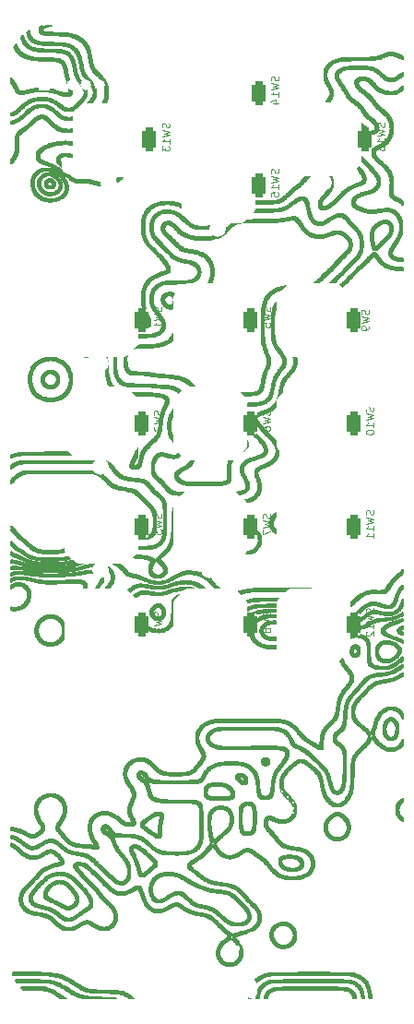
<source format=gbr>
%TF.GenerationSoftware,KiCad,Pcbnew,(6.0.7)*%
%TF.CreationDate,2022-10-07T06:43:14-07:00*%
%TF.ProjectId,phone-rounded,70686f6e-652d-4726-9f75-6e6465642e6b,rev?*%
%TF.SameCoordinates,Original*%
%TF.FileFunction,Legend,Bot*%
%TF.FilePolarity,Positive*%
%FSLAX46Y46*%
G04 Gerber Fmt 4.6, Leading zero omitted, Abs format (unit mm)*
G04 Created by KiCad (PCBNEW (6.0.7)) date 2022-10-07 06:43:14*
%MOMM*%
%LPD*%
G01*
G04 APERTURE LIST*
G04 Aperture macros list*
%AMRoundRect*
0 Rectangle with rounded corners*
0 $1 Rounding radius*
0 $2 $3 $4 $5 $6 $7 $8 $9 X,Y pos of 4 corners*
0 Add a 4 corners polygon primitive as box body*
4,1,4,$2,$3,$4,$5,$6,$7,$8,$9,$2,$3,0*
0 Add four circle primitives for the rounded corners*
1,1,$1+$1,$2,$3*
1,1,$1+$1,$4,$5*
1,1,$1+$1,$6,$7*
1,1,$1+$1,$8,$9*
0 Add four rect primitives between the rounded corners*
20,1,$1+$1,$2,$3,$4,$5,0*
20,1,$1+$1,$4,$5,$6,$7,0*
20,1,$1+$1,$6,$7,$8,$9,0*
20,1,$1+$1,$8,$9,$2,$3,0*%
G04 Aperture macros list end*
%ADD10C,0.200000*%
%ADD11C,0.100000*%
%ADD12C,0.250000*%
%ADD13C,1.270000*%
%ADD14C,3.183043*%
%ADD15RoundRect,0.317500X0.317500X0.750000X-0.317500X0.750000X-0.317500X-0.750000X0.317500X-0.750000X0*%
%ADD16C,1.500000*%
%ADD17R,1.000000X1.000000*%
%ADD18O,1.000000X1.000000*%
%ADD19C,0.300000*%
%ADD20R,1.700000X1.700000*%
%ADD21O,1.700000X1.700000*%
%ADD22O,1.000000X2.100000*%
%ADD23O,1.000000X1.800000*%
%ADD24C,0.650000*%
%ADD25C,0.600000*%
%ADD26C,1.100000*%
%ADD27C,1.600000*%
G04 APERTURE END LIST*
D10*
X111474330Y-60516308D02*
X111117763Y-60516323D01*
X111474330Y-60516308D02*
X111474330Y-60516308D01*
X111446769Y-60522044D02*
X111474330Y-60516308D01*
X111419667Y-60528089D02*
X111446769Y-60522044D01*
X111365688Y-60540609D02*
X111419667Y-60528089D01*
X111338235Y-60546832D02*
X111365688Y-60540609D01*
X111310089Y-60552863D02*
X111338235Y-60546832D01*
X111280963Y-60558576D02*
X111310089Y-60552863D01*
X111250568Y-60563846D02*
X111280963Y-60558576D01*
X111250568Y-60563846D02*
X111250568Y-60563846D01*
X111172152Y-60577234D02*
X111250568Y-60563846D01*
X111099280Y-60591281D02*
X111172152Y-60577234D01*
X111031886Y-60606021D02*
X111099280Y-60591281D01*
X111000221Y-60613661D02*
X111031886Y-60606021D01*
X110969901Y-60621487D02*
X111000221Y-60613661D01*
X110940917Y-60629503D02*
X110969901Y-60621487D01*
X110913260Y-60637713D02*
X110940917Y-60629503D01*
X110886923Y-60646122D02*
X110913260Y-60637713D01*
X110861896Y-60654733D02*
X110886923Y-60646122D01*
X110838171Y-60663551D02*
X110861896Y-60654733D01*
X110815741Y-60672580D02*
X110838171Y-60663551D01*
X110794596Y-60681824D02*
X110815741Y-60672580D01*
X110774728Y-60691288D02*
X110794596Y-60681824D01*
X110756129Y-60700975D02*
X110774728Y-60691288D01*
X110738791Y-60710890D02*
X110756129Y-60700975D01*
X110722705Y-60721037D02*
X110738791Y-60710890D01*
X110707863Y-60731421D02*
X110722705Y-60721037D01*
X110694256Y-60742044D02*
X110707863Y-60731421D01*
X110681877Y-60752913D02*
X110694256Y-60742044D01*
X110670716Y-60764030D02*
X110681877Y-60752913D01*
X110660765Y-60775400D02*
X110670716Y-60764030D01*
X110652016Y-60787027D02*
X110660765Y-60775400D01*
X110644461Y-60798916D02*
X110652016Y-60787027D01*
X110638092Y-60811070D02*
X110644461Y-60798916D01*
X110632899Y-60823494D02*
X110638092Y-60811070D01*
X110628875Y-60836192D02*
X110632899Y-60823494D01*
X110626010Y-60849169D02*
X110628875Y-60836192D01*
X110624298Y-60862427D02*
X110626010Y-60849169D01*
X110623729Y-60875973D02*
X110624298Y-60862427D01*
X110623729Y-60875973D02*
X110623729Y-60875973D01*
X110624033Y-60884476D02*
X110623729Y-60875973D01*
X110624936Y-60893011D02*
X110624033Y-60884476D01*
X110626427Y-60901565D02*
X110624936Y-60893011D01*
X110628492Y-60910126D02*
X110626427Y-60901565D01*
X110631120Y-60918684D02*
X110628492Y-60910126D01*
X110634297Y-60927226D02*
X110631120Y-60918684D01*
X110638012Y-60935741D02*
X110634297Y-60927226D01*
X110642251Y-60944218D02*
X110638012Y-60935741D01*
X110652256Y-60961008D02*
X110642251Y-60944218D01*
X110664211Y-60977505D02*
X110652256Y-60961008D01*
X110678018Y-60993616D02*
X110664211Y-60977505D01*
X110693577Y-61009248D02*
X110678018Y-60993616D01*
X110710789Y-61024308D02*
X110693577Y-61009248D01*
X110729554Y-61038703D02*
X110710789Y-61024308D01*
X110749773Y-61052341D02*
X110729554Y-61038703D01*
X110771346Y-61065130D02*
X110749773Y-61052341D01*
X110794175Y-61076975D02*
X110771346Y-61065130D01*
X110818159Y-61087786D02*
X110794175Y-61076975D01*
X110843200Y-61097468D02*
X110818159Y-61087786D01*
X110869197Y-61105930D02*
X110843200Y-61097468D01*
X110869197Y-61105930D02*
X110869197Y-61105930D01*
X110908890Y-61113025D02*
X110869197Y-61105930D01*
X110980008Y-61120731D02*
X110908890Y-61113025D01*
X111200567Y-61136980D02*
X110980008Y-61120731D01*
X111498965Y-61152689D02*
X111200567Y-61136980D01*
X111843295Y-61165867D02*
X111498965Y-61152689D01*
X111843295Y-61165867D02*
X111843295Y-61165867D01*
X112263616Y-61181770D02*
X111843295Y-61165867D01*
X112447381Y-61191173D02*
X112263616Y-61181770D01*
X112615537Y-61201884D02*
X112447381Y-61191173D01*
X112769576Y-61214156D02*
X112615537Y-61201884D01*
X112910990Y-61228245D02*
X112769576Y-61214156D01*
X113041271Y-61244404D02*
X112910990Y-61228245D01*
X113161910Y-61262889D02*
X113041271Y-61244404D01*
X113274399Y-61283953D02*
X113161910Y-61262889D01*
X113380230Y-61307852D02*
X113274399Y-61283953D01*
X113480895Y-61334840D02*
X113380230Y-61307852D01*
X113577884Y-61365171D02*
X113480895Y-61334840D01*
X113672690Y-61399100D02*
X113577884Y-61365171D01*
X113766805Y-61436882D02*
X113672690Y-61399100D01*
X113861720Y-61478770D02*
X113766805Y-61436882D01*
X113958926Y-61525021D02*
X113861720Y-61478770D01*
X113958926Y-61525021D02*
X113958926Y-61525021D01*
X114001445Y-61546186D02*
X113958926Y-61525021D01*
X114041252Y-61566657D02*
X114001445Y-61546186D01*
X114078657Y-61586655D02*
X114041252Y-61566657D01*
X114113968Y-61606398D02*
X114078657Y-61586655D01*
X114147496Y-61626109D02*
X114113968Y-61606398D01*
X114179549Y-61646007D02*
X114147496Y-61626109D01*
X114210437Y-61666313D02*
X114179549Y-61646007D01*
X114240469Y-61687248D02*
X114210437Y-61666313D01*
X114269955Y-61709032D02*
X114240469Y-61687248D01*
X114299205Y-61731885D02*
X114269955Y-61709032D01*
X114328527Y-61756028D02*
X114299205Y-61731885D01*
X114358231Y-61781682D02*
X114328527Y-61756028D01*
X114388627Y-61809067D02*
X114358231Y-61781682D01*
X114420023Y-61838403D02*
X114388627Y-61809067D01*
X114487056Y-61903812D02*
X114420023Y-61838403D01*
X114487056Y-61903812D02*
X114487056Y-61903812D01*
X114559477Y-61979251D02*
X114487056Y-61903812D01*
X114626720Y-62056178D02*
X114559477Y-61979251D01*
X114689113Y-62135432D02*
X114626720Y-62056178D01*
X114746980Y-62217853D02*
X114689113Y-62135432D01*
X114800647Y-62304281D02*
X114746980Y-62217853D01*
X114850439Y-62395555D02*
X114800647Y-62304281D01*
X114896683Y-62492514D02*
X114850439Y-62395555D01*
X114939704Y-62595999D02*
X114896683Y-62492514D01*
X114979827Y-62706847D02*
X114939704Y-62595999D01*
X115017379Y-62825900D02*
X114979827Y-62706847D01*
X115052684Y-62953996D02*
X115017379Y-62825900D01*
X115086068Y-63091975D02*
X115052684Y-62953996D01*
X115117858Y-63240677D02*
X115086068Y-63091975D01*
X115148378Y-63400940D02*
X115117858Y-63240677D01*
X115206912Y-63759510D02*
X115148378Y-63400940D01*
X115206912Y-63759510D02*
X115206912Y-63759510D01*
X115221345Y-63850397D02*
X115206912Y-63759510D01*
X115236775Y-63934186D02*
X115221345Y-63850397D01*
X115253811Y-64011928D02*
X115236775Y-63934186D01*
X115273060Y-64084670D02*
X115253811Y-64011928D01*
X115295133Y-64153459D02*
X115273060Y-64084670D01*
X115320637Y-64219345D02*
X115295133Y-64153459D01*
X115350182Y-64283375D02*
X115320637Y-64219345D01*
X115384376Y-64346598D02*
X115350182Y-64283375D01*
X115423827Y-64410061D02*
X115384376Y-64346598D01*
X115469145Y-64474814D02*
X115423827Y-64410061D01*
X115520939Y-64541904D02*
X115469145Y-64474814D01*
X115579816Y-64612379D02*
X115520939Y-64541904D01*
X115646386Y-64687289D02*
X115579816Y-64612379D01*
X115721258Y-64767680D02*
X115646386Y-64687289D01*
X115805040Y-64854601D02*
X115721258Y-64767680D01*
X115898341Y-64949100D02*
X115805040Y-64854601D01*
X115898341Y-64949100D02*
X115898341Y-64949100D01*
X116028407Y-65080520D02*
X115898341Y-64949100D01*
X116083282Y-65136881D02*
X116028407Y-65080520D01*
X116132134Y-65187947D02*
X116083282Y-65136881D01*
X116175526Y-65234420D02*
X116132134Y-65187947D01*
X116214020Y-65277005D02*
X116175526Y-65234420D01*
X116248179Y-65316403D02*
X116214020Y-65277005D01*
X116278566Y-65353319D02*
X116248179Y-65316403D01*
X116305742Y-65388455D02*
X116278566Y-65353319D01*
X116330271Y-65422514D02*
X116305742Y-65388455D01*
X116352715Y-65456200D02*
X116330271Y-65422514D01*
X116373636Y-65490216D02*
X116352715Y-65456200D01*
X116393596Y-65525264D02*
X116373636Y-65490216D01*
X116413159Y-65562048D02*
X116393596Y-65525264D01*
X116432887Y-65601270D02*
X116413159Y-65562048D01*
X116453341Y-65643635D02*
X116432887Y-65601270D01*
X116453341Y-65643635D02*
X116453341Y-65643635D01*
X116507222Y-65765768D02*
X116453341Y-65643635D01*
X116553792Y-65890021D02*
X116507222Y-65765768D01*
X116593054Y-66016090D02*
X116553792Y-65890021D01*
X116625010Y-66143671D02*
X116593054Y-66016090D01*
X116649662Y-66272459D02*
X116625010Y-66143671D01*
X116667012Y-66402149D02*
X116649662Y-66272459D01*
X116677064Y-66532439D02*
X116667012Y-66402149D01*
X116679819Y-66663022D02*
X116677064Y-66532439D01*
X116675279Y-66793595D02*
X116679819Y-66663022D01*
X116663447Y-66923853D02*
X116675279Y-66793595D01*
X116644324Y-67053493D02*
X116663447Y-66923853D01*
X116617914Y-67182209D02*
X116644324Y-67053493D01*
X116584218Y-67309697D02*
X116617914Y-67182209D01*
X116543239Y-67435653D02*
X116584218Y-67309697D01*
X116494979Y-67559773D02*
X116543239Y-67435653D01*
X116439440Y-67681751D02*
X116494979Y-67559773D01*
X116439440Y-67681751D02*
X116439440Y-67681751D01*
X116414487Y-67729966D02*
X116439440Y-67681751D01*
X116386682Y-67778408D02*
X116414487Y-67729966D01*
X116355787Y-67827333D02*
X116386682Y-67778408D01*
X116321566Y-67877001D02*
X116355787Y-67827333D01*
X116283781Y-67927669D02*
X116321566Y-67877001D01*
X116242195Y-67979595D02*
X116283781Y-67927669D01*
X116196570Y-68033038D02*
X116242195Y-67979595D01*
X116146670Y-68088255D02*
X116196570Y-68033038D01*
X116092257Y-68145505D02*
X116146670Y-68088255D01*
X116033094Y-68205045D02*
X116092257Y-68145505D01*
X115968943Y-68267134D02*
X116033094Y-68205045D01*
X115899568Y-68332030D02*
X115968943Y-68267134D01*
X115744194Y-68471275D02*
X115899568Y-68332030D01*
X115565074Y-68624844D02*
X115744194Y-68471275D01*
X115565074Y-68624844D02*
X115565074Y-68624844D01*
X115501250Y-68680364D02*
X115565074Y-68624844D01*
X115432005Y-68743721D02*
X115501250Y-68680364D01*
X115359542Y-68812700D02*
X115432005Y-68743721D01*
X115286066Y-68885083D02*
X115359542Y-68812700D01*
X115213780Y-68958656D02*
X115286066Y-68885083D01*
X115144887Y-69031201D02*
X115213780Y-68958656D01*
X115081591Y-69100504D02*
X115144887Y-69031201D01*
X115026096Y-69164349D02*
X115081591Y-69100504D01*
X115026096Y-69164349D02*
X115026096Y-69164349D01*
X114971799Y-69227943D02*
X115026096Y-69164349D01*
X114911944Y-69296527D02*
X114971799Y-69227943D01*
X114848503Y-69367936D02*
X114911944Y-69296527D01*
X114783448Y-69439999D02*
X114848503Y-69367936D01*
X114718752Y-69510552D02*
X114783448Y-69439999D01*
X114656386Y-69577425D02*
X114718752Y-69510552D01*
X114598323Y-69638451D02*
X114656386Y-69577425D01*
X114546535Y-69691463D02*
X114598323Y-69638451D01*
X114546535Y-69691463D02*
X114546535Y-69691463D01*
X114452933Y-69779614D02*
X114546535Y-69691463D01*
X114353925Y-69861338D02*
X114452933Y-69779614D01*
X114249916Y-69936516D02*
X114353925Y-69861338D01*
X114141308Y-70005027D02*
X114249916Y-69936516D01*
X114028506Y-70066752D02*
X114141308Y-70005027D01*
X113911912Y-70121570D02*
X114028506Y-70066752D01*
X113791931Y-70169362D02*
X113911912Y-70121570D01*
X113668965Y-70210009D02*
X113791931Y-70169362D01*
X113543420Y-70243389D02*
X113668965Y-70210009D01*
X113415697Y-70269383D02*
X113543420Y-70243389D01*
X113286201Y-70287871D02*
X113415697Y-70269383D01*
X113155335Y-70298733D02*
X113286201Y-70287871D01*
X113023503Y-70301849D02*
X113155335Y-70298733D01*
X112891109Y-70297099D02*
X113023503Y-70301849D01*
X112758555Y-70284364D02*
X112891109Y-70297099D01*
X112626247Y-70263523D02*
X112758555Y-70284364D01*
X112626247Y-70263523D02*
X112626247Y-70263523D01*
X112528588Y-70243650D02*
X112626247Y-70263523D01*
X112435892Y-70221689D02*
X112528588Y-70243650D01*
X112347549Y-70197281D02*
X112435892Y-70221689D01*
X112262946Y-70170067D02*
X112347549Y-70197281D01*
X112181471Y-70139689D02*
X112262946Y-70170067D01*
X112102513Y-70105787D02*
X112181471Y-70139689D01*
X112025460Y-70068004D02*
X112102513Y-70105787D01*
X111949701Y-70025979D02*
X112025460Y-70068004D01*
X111874622Y-69979355D02*
X111949701Y-70025979D01*
X111799613Y-69927772D02*
X111874622Y-69979355D01*
X111724063Y-69870872D02*
X111799613Y-69927772D01*
X111647358Y-69808295D02*
X111724063Y-69870872D01*
X111568888Y-69739684D02*
X111647358Y-69808295D01*
X111488041Y-69664679D02*
X111568888Y-69739684D01*
X111404205Y-69582922D02*
X111488041Y-69664679D01*
X111316768Y-69494053D02*
X111404205Y-69582922D01*
X111316768Y-69494053D02*
X111316768Y-69494053D01*
X111234811Y-69410321D02*
X111316768Y-69494053D01*
X111159059Y-69335371D02*
X111234811Y-69410321D01*
X111088882Y-69268885D02*
X111159059Y-69335371D01*
X111023653Y-69210547D02*
X111088882Y-69268885D01*
X110962742Y-69160038D02*
X111023653Y-69210547D01*
X110933710Y-69137621D02*
X110962742Y-69160038D01*
X110905521Y-69117042D02*
X110933710Y-69137621D01*
X110878098Y-69098263D02*
X110905521Y-69117042D01*
X110851361Y-69081242D02*
X110878098Y-69098263D01*
X110825233Y-69065941D02*
X110851361Y-69081242D01*
X110799634Y-69052320D02*
X110825233Y-69065941D01*
X110774487Y-69040340D02*
X110799634Y-69052320D01*
X110749711Y-69029960D02*
X110774487Y-69040340D01*
X110725230Y-69021141D02*
X110749711Y-69029960D01*
X110700964Y-69013843D02*
X110725230Y-69021141D01*
X110676834Y-69008027D02*
X110700964Y-69013843D01*
X110652763Y-69003654D02*
X110676834Y-69008027D01*
X110628671Y-69000682D02*
X110652763Y-69003654D01*
X110604481Y-68999074D02*
X110628671Y-69000682D01*
X110580112Y-68998788D02*
X110604481Y-68999074D01*
X110555488Y-68999786D02*
X110580112Y-68998788D01*
X110530528Y-69002028D02*
X110555488Y-68999786D01*
X110505156Y-69005474D02*
X110530528Y-69002028D01*
X110479291Y-69010084D02*
X110505156Y-69005474D01*
X110452856Y-69015819D02*
X110479291Y-69010084D01*
X110397960Y-69030506D02*
X110452856Y-69015819D01*
X110397960Y-69030506D02*
X110397960Y-69030506D01*
X110372957Y-69038443D02*
X110397960Y-69030506D01*
X110348812Y-69047302D02*
X110372957Y-69038443D01*
X110325016Y-69057490D02*
X110348812Y-69047302D01*
X110301058Y-69069414D02*
X110325016Y-69057490D01*
X110276427Y-69083482D02*
X110301058Y-69069414D01*
X110250613Y-69100100D02*
X110276427Y-69083482D01*
X110223105Y-69119675D02*
X110250613Y-69100100D01*
X110193392Y-69142615D02*
X110223105Y-69119675D01*
X110160964Y-69169327D02*
X110193392Y-69142615D01*
X110125310Y-69200218D02*
X110160964Y-69169327D01*
X110042283Y-69276165D02*
X110125310Y-69200218D01*
X109940225Y-69373714D02*
X110042283Y-69276165D01*
X109815051Y-69496120D02*
X109940225Y-69373714D01*
X109815051Y-69496120D02*
X109815051Y-69496120D01*
X109701501Y-69606371D02*
X109815051Y-69496120D01*
X109595940Y-69705517D02*
X109701501Y-69606371D01*
X109496283Y-69795301D02*
X109595940Y-69705517D01*
X109400444Y-69877468D02*
X109496283Y-69795301D01*
X109306337Y-69953759D02*
X109400444Y-69877468D01*
X109211876Y-70025919D02*
X109306337Y-69953759D01*
X109114977Y-70095689D02*
X109211876Y-70025919D01*
X109013553Y-70164814D02*
X109114977Y-70095689D01*
X109013553Y-70164814D02*
X109013553Y-70164814D01*
X108936140Y-70217396D02*
X109013553Y-70164814D01*
X108860146Y-70271139D02*
X108936140Y-70217396D01*
X108787506Y-70324529D02*
X108860146Y-70271139D01*
X108720152Y-70376056D02*
X108787506Y-70324529D01*
X108660018Y-70424205D02*
X108720152Y-70376056D01*
X108633262Y-70446542D02*
X108660018Y-70424205D01*
X108609036Y-70467467D02*
X108633262Y-70446542D01*
X108587582Y-70486792D02*
X108609036Y-70467467D01*
X108569140Y-70504328D02*
X108587582Y-70486792D01*
X108553953Y-70519885D02*
X108569140Y-70504328D01*
X108542263Y-70533276D02*
X108553953Y-70519885D01*
X108542263Y-70533276D02*
X108542263Y-70533276D01*
X108446666Y-70652119D02*
X108542263Y-70533276D01*
X108446666Y-70652119D02*
X108446666Y-70652119D01*
X108443668Y-71320820D02*
X108446666Y-70652119D01*
X108443668Y-71320820D02*
X108443668Y-71320820D01*
X108442530Y-71521362D02*
X108443668Y-71320820D01*
X108440264Y-71682701D02*
X108442530Y-71521362D01*
X108438542Y-71750837D02*
X108440264Y-71682701D01*
X108436341Y-71811773D02*
X108438542Y-71750837D01*
X108433592Y-71866375D02*
X108436341Y-71811773D01*
X108430232Y-71915512D02*
X108433592Y-71866375D01*
X108426192Y-71960050D02*
X108430232Y-71915512D01*
X108421409Y-72000855D02*
X108426192Y-71960050D01*
X108415814Y-72038795D02*
X108421409Y-72000855D01*
X108409343Y-72074737D02*
X108415814Y-72038795D01*
X108401929Y-72109548D02*
X108409343Y-72074737D01*
X108393507Y-72144094D02*
X108401929Y-72109548D01*
X108384009Y-72179243D02*
X108393507Y-72144094D01*
X108373371Y-72215862D02*
X108384009Y-72179243D01*
X108373371Y-72215862D02*
X108373371Y-72215862D01*
X108352824Y-72282226D02*
X108373371Y-72215862D01*
X108331653Y-72345539D02*
X108352824Y-72282226D01*
X108309724Y-72406032D02*
X108331653Y-72345539D01*
X108286902Y-72463937D02*
X108309724Y-72406032D01*
X108263052Y-72519486D02*
X108286902Y-72463937D01*
X108238040Y-72572908D02*
X108263052Y-72519486D01*
X108211731Y-72624437D02*
X108238040Y-72572908D01*
X108183989Y-72674303D02*
X108211731Y-72624437D01*
X108154681Y-72722737D02*
X108183989Y-72674303D01*
X108123671Y-72769972D02*
X108154681Y-72722737D01*
X108090824Y-72816238D02*
X108123671Y-72769972D01*
X108056006Y-72861766D02*
X108090824Y-72816238D01*
X108019083Y-72906788D02*
X108056006Y-72861766D01*
X107979918Y-72951536D02*
X108019083Y-72906788D01*
X107938379Y-72996241D02*
X107979918Y-72951536D01*
X107894329Y-73041134D02*
X107938379Y-72996241D01*
X107894329Y-73041134D02*
X107894329Y-73041134D01*
X107876333Y-73058743D02*
X107894329Y-73041134D01*
X107858567Y-73075631D02*
X107876333Y-73058743D01*
X107840995Y-73091905D02*
X107858567Y-73075631D01*
X107823581Y-73107669D02*
X107840995Y-73091905D01*
X107789087Y-73138091D02*
X107823581Y-73107669D01*
X107754802Y-73167744D02*
X107789087Y-73138091D01*
X107754802Y-73167744D02*
X107754802Y-73167744D01*
X107754802Y-73049404D02*
X107754802Y-73167744D01*
X107754802Y-73049404D02*
X107754802Y-73049404D01*
X107816559Y-72989875D02*
X107754802Y-73049404D01*
X107876546Y-72928605D02*
X107816559Y-72989875D01*
X107905596Y-72897570D02*
X107876546Y-72928605D01*
X107933867Y-72866404D02*
X107905596Y-72897570D01*
X107961248Y-72835208D02*
X107933867Y-72866404D01*
X107987626Y-72804084D02*
X107961248Y-72835208D01*
X108012888Y-72773133D02*
X107987626Y-72804084D01*
X108036924Y-72742456D02*
X108012888Y-72773133D01*
X108059621Y-72712155D02*
X108036924Y-72742456D01*
X108080866Y-72682331D02*
X108059621Y-72712155D01*
X108100547Y-72653086D02*
X108080866Y-72682331D01*
X108118553Y-72624520D02*
X108100547Y-72653086D01*
X108134771Y-72596737D02*
X108118553Y-72624520D01*
X108149089Y-72569836D02*
X108134771Y-72596737D01*
X108149089Y-72569836D02*
X108149089Y-72569836D01*
X108215307Y-72431299D02*
X108149089Y-72569836D01*
X108243300Y-72365695D02*
X108215307Y-72431299D01*
X108268122Y-72301182D02*
X108243300Y-72365695D01*
X108289953Y-72236748D02*
X108268122Y-72301182D01*
X108308974Y-72171378D02*
X108289953Y-72236748D01*
X108325365Y-72104060D02*
X108308974Y-72171378D01*
X108339305Y-72033780D02*
X108325365Y-72104060D01*
X108350974Y-71959525D02*
X108339305Y-72033780D01*
X108360554Y-71880281D02*
X108350974Y-71959525D01*
X108368223Y-71795034D02*
X108360554Y-71880281D01*
X108374162Y-71702773D02*
X108368223Y-71795034D01*
X108381571Y-71493150D02*
X108374162Y-71702773D01*
X108384220Y-71243305D02*
X108381571Y-71493150D01*
X108384220Y-71243305D02*
X108384220Y-71243305D01*
X108385219Y-70590115D02*
X108384220Y-71243305D01*
X108385219Y-70590115D02*
X108385219Y-70590115D01*
X108480815Y-70471256D02*
X108385219Y-70590115D01*
X108480815Y-70471256D02*
X108480815Y-70471256D01*
X108492506Y-70457867D02*
X108480815Y-70471256D01*
X108507693Y-70442311D02*
X108492506Y-70457867D01*
X108547589Y-70405454D02*
X108507693Y-70442311D01*
X108598571Y-70362197D02*
X108547589Y-70405454D01*
X108658705Y-70314051D02*
X108598571Y-70362197D01*
X108726059Y-70262528D02*
X108658705Y-70314051D01*
X108798699Y-70209140D02*
X108726059Y-70262528D01*
X108874692Y-70155399D02*
X108798699Y-70209140D01*
X108952106Y-70102817D02*
X108874692Y-70155399D01*
X108952106Y-70102817D02*
X108952106Y-70102817D01*
X109053541Y-70033665D02*
X108952106Y-70102817D01*
X109150401Y-69963873D02*
X109053541Y-70033665D01*
X109244797Y-69891691D02*
X109150401Y-69963873D01*
X109338836Y-69815366D02*
X109244797Y-69891691D01*
X109434628Y-69733146D02*
X109338836Y-69815366D01*
X109534281Y-69643279D02*
X109434628Y-69733146D01*
X109639903Y-69544013D02*
X109534281Y-69643279D01*
X109753604Y-69433597D02*
X109639903Y-69544013D01*
X109753604Y-69433597D02*
X109753604Y-69433597D01*
X109884283Y-69305669D02*
X109753604Y-69433597D01*
X109939503Y-69252384D02*
X109884283Y-69305669D01*
X109988837Y-69205547D02*
X109939503Y-69252384D01*
X110032931Y-69164653D02*
X109988837Y-69205547D01*
X110072429Y-69129198D02*
X110032931Y-69164653D01*
X110107978Y-69098678D02*
X110072429Y-69129198D01*
X110140222Y-69072587D02*
X110107978Y-69098678D01*
X110169808Y-69050422D02*
X110140222Y-69072587D01*
X110197380Y-69031679D02*
X110169808Y-69050422D01*
X110210613Y-69023432D02*
X110197380Y-69031679D01*
X110223584Y-69015852D02*
X110210613Y-69023432D01*
X110236375Y-69008876D02*
X110223584Y-69015852D01*
X110249066Y-69002439D02*
X110236375Y-69008876D01*
X110274471Y-68990934D02*
X110249066Y-69002439D01*
X110300444Y-68980833D02*
X110274471Y-68990934D01*
X110327631Y-68971631D02*
X110300444Y-68980833D01*
X110356677Y-68962826D02*
X110327631Y-68971631D01*
X110356677Y-68962826D02*
X110356677Y-68962826D01*
X110422066Y-68945627D02*
X110356677Y-68962826D01*
X110484310Y-68933279D02*
X110422066Y-68945627D01*
X110544039Y-68926071D02*
X110484310Y-68933279D01*
X110573158Y-68924484D02*
X110544039Y-68926071D01*
X110601884Y-68924291D02*
X110573158Y-68924484D01*
X110630296Y-68925527D02*
X110601884Y-68924291D01*
X110658473Y-68928229D02*
X110630296Y-68925527D01*
X110686494Y-68932432D02*
X110658473Y-68928229D01*
X110714438Y-68938174D02*
X110686494Y-68932432D01*
X110742383Y-68945488D02*
X110714438Y-68938174D01*
X110770407Y-68954413D02*
X110742383Y-68945488D01*
X110798591Y-68964984D02*
X110770407Y-68954413D01*
X110827012Y-68977238D02*
X110798591Y-68964984D01*
X110855750Y-68991209D02*
X110827012Y-68977238D01*
X110884882Y-69006935D02*
X110855750Y-68991209D01*
X110944648Y-69043795D02*
X110884882Y-69006935D01*
X111006938Y-69088105D02*
X110944648Y-69043795D01*
X111072383Y-69140156D02*
X111006938Y-69088105D01*
X111141613Y-69200236D02*
X111072383Y-69140156D01*
X111215259Y-69268633D02*
X111141613Y-69200236D01*
X111293949Y-69345638D02*
X111215259Y-69268633D01*
X111378314Y-69431538D02*
X111293949Y-69345638D01*
X111378314Y-69431538D02*
X111378314Y-69431538D01*
X111465848Y-69520510D02*
X111378314Y-69431538D01*
X111549775Y-69602365D02*
X111465848Y-69520510D01*
X111630706Y-69677461D02*
X111549775Y-69602365D01*
X111709252Y-69746156D02*
X111630706Y-69677461D01*
X111786025Y-69808808D02*
X111709252Y-69746156D01*
X111861635Y-69865775D02*
X111786025Y-69808808D01*
X111936695Y-69917414D02*
X111861635Y-69865775D01*
X112011815Y-69964085D02*
X111936695Y-69917414D01*
X112087607Y-70006144D02*
X112011815Y-69964085D01*
X112164683Y-70043949D02*
X112087607Y-70006144D01*
X112243652Y-70077860D02*
X112164683Y-70043949D01*
X112325127Y-70108233D02*
X112243652Y-70077860D01*
X112409720Y-70135427D02*
X112325127Y-70108233D01*
X112498040Y-70159799D02*
X112409720Y-70135427D01*
X112590701Y-70181708D02*
X112498040Y-70159799D01*
X112688312Y-70201511D02*
X112590701Y-70181708D01*
X112688312Y-70201511D02*
X112688312Y-70201511D01*
X112769999Y-70215236D02*
X112688312Y-70201511D01*
X112850913Y-70225496D02*
X112769999Y-70215236D01*
X112931210Y-70232267D02*
X112850913Y-70225496D01*
X113011047Y-70235523D02*
X112931210Y-70232267D01*
X113090579Y-70235242D02*
X113011047Y-70235523D01*
X113169963Y-70231399D02*
X113090579Y-70235242D01*
X113249356Y-70223969D02*
X113169963Y-70231399D01*
X113328913Y-70212929D02*
X113249356Y-70223969D01*
X113408791Y-70198253D02*
X113328913Y-70212929D01*
X113489145Y-70179919D02*
X113408791Y-70198253D01*
X113570133Y-70157901D02*
X113489145Y-70179919D01*
X113651910Y-70132175D02*
X113570133Y-70157901D01*
X113734633Y-70102718D02*
X113651910Y-70132175D01*
X113818458Y-70069504D02*
X113734633Y-70102718D01*
X113903541Y-70032509D02*
X113818458Y-70069504D01*
X113990039Y-69991711D02*
X113903541Y-70032509D01*
X113990039Y-69991711D02*
X113990039Y-69991711D01*
X114043979Y-69964119D02*
X113990039Y-69991711D01*
X114096996Y-69934478D02*
X114043979Y-69964119D01*
X114149487Y-69902427D02*
X114096996Y-69934478D01*
X114201846Y-69867606D02*
X114149487Y-69902427D01*
X114254470Y-69829653D02*
X114201846Y-69867606D01*
X114307756Y-69788209D02*
X114254470Y-69829653D01*
X114362099Y-69742912D02*
X114307756Y-69788209D01*
X114417896Y-69693401D02*
X114362099Y-69742912D01*
X114475543Y-69639317D02*
X114417896Y-69693401D01*
X114535436Y-69580298D02*
X114475543Y-69639317D01*
X114597970Y-69515983D02*
X114535436Y-69580298D01*
X114663543Y-69446012D02*
X114597970Y-69515983D01*
X114805387Y-69287659D02*
X114663543Y-69446012D01*
X114964137Y-69102352D02*
X114805387Y-69287659D01*
X114964137Y-69102352D02*
X114964137Y-69102352D01*
X115019653Y-69038528D02*
X114964137Y-69102352D01*
X115083006Y-68969282D02*
X115019653Y-69038528D01*
X115151982Y-68896818D02*
X115083006Y-68969282D01*
X115224364Y-68823340D02*
X115151982Y-68896818D01*
X115297937Y-68751052D02*
X115224364Y-68823340D01*
X115370483Y-68682158D02*
X115297937Y-68751052D01*
X115439788Y-68618861D02*
X115370483Y-68682158D01*
X115503635Y-68563366D02*
X115439788Y-68618861D01*
X115503635Y-68563366D02*
X115503635Y-68563366D01*
X115596273Y-68484656D02*
X115503635Y-68563366D01*
X115682728Y-68409775D02*
X115596273Y-68484656D01*
X115763238Y-68338466D02*
X115682728Y-68409775D01*
X115838042Y-68270473D02*
X115763238Y-68338466D01*
X115907378Y-68205538D02*
X115838042Y-68270473D01*
X115971485Y-68143405D02*
X115907378Y-68205538D01*
X116030603Y-68083818D02*
X115971485Y-68143405D01*
X116084968Y-68026521D02*
X116030603Y-68083818D01*
X116134821Y-67971255D02*
X116084968Y-68026521D01*
X116180400Y-67917766D02*
X116134821Y-67971255D01*
X116221943Y-67865796D02*
X116180400Y-67917766D01*
X116259690Y-67815089D02*
X116221943Y-67865796D01*
X116293878Y-67765387D02*
X116259690Y-67815089D01*
X116324747Y-67716436D02*
X116293878Y-67765387D01*
X116352536Y-67667977D02*
X116324747Y-67716436D01*
X116377482Y-67619755D02*
X116352536Y-67667977D01*
X116377482Y-67619755D02*
X116377482Y-67619755D01*
X116431988Y-67500967D02*
X116377482Y-67619755D01*
X116479345Y-67381822D02*
X116431988Y-67500967D01*
X116519552Y-67262372D02*
X116479345Y-67381822D01*
X116552609Y-67142667D02*
X116519552Y-67262372D01*
X116578516Y-67022761D02*
X116552609Y-67142667D01*
X116597271Y-66902703D02*
X116578516Y-67022761D01*
X116608875Y-66782546D02*
X116597271Y-66902703D01*
X116613326Y-66662340D02*
X116608875Y-66782546D01*
X116610624Y-66542138D02*
X116613326Y-66662340D01*
X116600769Y-66421991D02*
X116610624Y-66542138D01*
X116583759Y-66301950D02*
X116600769Y-66421991D01*
X116559595Y-66182067D02*
X116583759Y-66301950D01*
X116528276Y-66062393D02*
X116559595Y-66182067D01*
X116489802Y-65942980D02*
X116528276Y-66062393D01*
X116444171Y-65823880D02*
X116489802Y-65942980D01*
X116391383Y-65705143D02*
X116444171Y-65823880D01*
X116391383Y-65705143D02*
X116391383Y-65705143D01*
X116351223Y-65623578D02*
X116391383Y-65705143D01*
X116331686Y-65586820D02*
X116351223Y-65623578D01*
X116311758Y-65551805D02*
X116331686Y-65586820D01*
X116290877Y-65517829D02*
X116311758Y-65551805D01*
X116268477Y-65484187D02*
X116290877Y-65517829D01*
X116243995Y-65450174D02*
X116268477Y-65484187D01*
X116216866Y-65415087D02*
X116243995Y-65450174D01*
X116186527Y-65378219D02*
X116216866Y-65415087D01*
X116152415Y-65338868D02*
X116186527Y-65378219D01*
X116113963Y-65296327D02*
X116152415Y-65338868D01*
X116070610Y-65249893D02*
X116113963Y-65296327D01*
X115966940Y-65142525D02*
X116070610Y-65249893D01*
X115836894Y-65011127D02*
X115966940Y-65142525D01*
X115836894Y-65011127D02*
X115836894Y-65011127D01*
X115743593Y-64916628D02*
X115836894Y-65011127D01*
X115659811Y-64829707D02*
X115743593Y-64916628D01*
X115584939Y-64749317D02*
X115659811Y-64829707D01*
X115518369Y-64674409D02*
X115584939Y-64749317D01*
X115459492Y-64603934D02*
X115518369Y-64674409D01*
X115407698Y-64536845D02*
X115459492Y-64603934D01*
X115362380Y-64472093D02*
X115407698Y-64536845D01*
X115322928Y-64408630D02*
X115362380Y-64472093D01*
X115288735Y-64345408D02*
X115322928Y-64408630D01*
X115259190Y-64281378D02*
X115288735Y-64345408D01*
X115233686Y-64215493D02*
X115259190Y-64281378D01*
X115211613Y-64146703D02*
X115233686Y-64215493D01*
X115192364Y-64073961D02*
X115211613Y-64146703D01*
X115175328Y-63996218D02*
X115192364Y-64073961D01*
X115159898Y-63912426D02*
X115175328Y-63996218D01*
X115145465Y-63821537D02*
X115159898Y-63912426D01*
X115145465Y-63821537D02*
X115145465Y-63821537D01*
X115116510Y-63635627D02*
X115145465Y-63821537D01*
X115086935Y-63462947D02*
X115116510Y-63635627D01*
X115056417Y-63302659D02*
X115086935Y-63462947D01*
X115024629Y-63153925D02*
X115056417Y-63302659D01*
X114991245Y-63015908D02*
X115024629Y-63153925D01*
X114955941Y-62887768D02*
X114991245Y-63015908D01*
X114918390Y-62768669D02*
X114955941Y-62887768D01*
X114878266Y-62657772D02*
X114918390Y-62768669D01*
X114835246Y-62554239D02*
X114878266Y-62657772D01*
X114789002Y-62457233D02*
X114835246Y-62554239D01*
X114739209Y-62365915D02*
X114789002Y-62457233D01*
X114685541Y-62279447D02*
X114739209Y-62365915D01*
X114627674Y-62196992D02*
X114685541Y-62279447D01*
X114565281Y-62117711D02*
X114627674Y-62196992D01*
X114498037Y-62040766D02*
X114565281Y-62117711D01*
X114425616Y-61965320D02*
X114498037Y-62040766D01*
X114425616Y-61965320D02*
X114425616Y-61965320D01*
X114358564Y-61899931D02*
X114425616Y-61965320D01*
X114327143Y-61870620D02*
X114358564Y-61899931D01*
X114296715Y-61843267D02*
X114327143Y-61870620D01*
X114266972Y-61817652D02*
X114296715Y-61843267D01*
X114237607Y-61793552D02*
X114266972Y-61817652D01*
X114208310Y-61770745D02*
X114237607Y-61793552D01*
X114178776Y-61749010D02*
X114208310Y-61770745D01*
X114148695Y-61728124D02*
X114178776Y-61749010D01*
X114117760Y-61707865D02*
X114148695Y-61728124D01*
X114085662Y-61688011D02*
X114117760Y-61707865D01*
X114052095Y-61668340D02*
X114085662Y-61688011D01*
X114016750Y-61648630D02*
X114052095Y-61668340D01*
X113979319Y-61628660D02*
X114016750Y-61648630D01*
X113896968Y-61587047D02*
X113979319Y-61628660D01*
X113896968Y-61587047D02*
X113896968Y-61587047D01*
X113704870Y-61498890D02*
X113896968Y-61587047D01*
X113610781Y-61461086D02*
X113704870Y-61498890D01*
X113516008Y-61427127D02*
X113610781Y-61461086D01*
X113419057Y-61396759D02*
X113516008Y-61427127D01*
X113318435Y-61369731D02*
X113419057Y-61396759D01*
X113212650Y-61345788D02*
X113318435Y-61369731D01*
X113100207Y-61324677D02*
X113212650Y-61345788D01*
X112979615Y-61306146D02*
X113100207Y-61324677D01*
X112849380Y-61289941D02*
X112979615Y-61306146D01*
X112554007Y-61263497D02*
X112849380Y-61289941D01*
X112202145Y-61243319D02*
X112554007Y-61263497D01*
X111781848Y-61227383D02*
X112202145Y-61243319D01*
X111781848Y-61227383D02*
X111781848Y-61227383D01*
X111605905Y-61221235D02*
X111781848Y-61227383D01*
X111437417Y-61214207D02*
X111605905Y-61221235D01*
X111280388Y-61206546D02*
X111437417Y-61214207D01*
X111138821Y-61198501D02*
X111280388Y-61206546D01*
X111016719Y-61190321D02*
X111138821Y-61198501D01*
X110918086Y-61182253D02*
X111016719Y-61190321D01*
X110846925Y-61174545D02*
X110918086Y-61182253D01*
X110822897Y-61170904D02*
X110846925Y-61174545D01*
X110807239Y-61167446D02*
X110822897Y-61170904D01*
X110807239Y-61167446D02*
X110807239Y-61167446D01*
X110777438Y-61157784D02*
X110807239Y-61167446D01*
X110749366Y-61146974D02*
X110777438Y-61157784D01*
X110723030Y-61135083D02*
X110749366Y-61146974D01*
X110698439Y-61122177D02*
X110723030Y-61135083D01*
X110675598Y-61108323D02*
X110698439Y-61122177D01*
X110654516Y-61093587D02*
X110675598Y-61108323D01*
X110635200Y-61078035D02*
X110654516Y-61093587D01*
X110617656Y-61061734D02*
X110635200Y-61078035D01*
X110601893Y-61044751D02*
X110617656Y-61061734D01*
X110587916Y-61027152D02*
X110601893Y-61044751D01*
X110575735Y-61009003D02*
X110587916Y-61027152D01*
X110565354Y-60990371D02*
X110575735Y-61009003D01*
X110556783Y-60971322D02*
X110565354Y-60990371D01*
X110550028Y-60951923D02*
X110556783Y-60971322D01*
X110545096Y-60932241D02*
X110550028Y-60951923D01*
X110541995Y-60912341D02*
X110545096Y-60932241D01*
X110540732Y-60892291D02*
X110541995Y-60912341D01*
X110541314Y-60872156D02*
X110540732Y-60892291D01*
X110543748Y-60852003D02*
X110541314Y-60872156D01*
X110548042Y-60831899D02*
X110543748Y-60852003D01*
X110554203Y-60811910D02*
X110548042Y-60831899D01*
X110562237Y-60792103D02*
X110554203Y-60811910D01*
X110572153Y-60772544D02*
X110562237Y-60792103D01*
X110583957Y-60753299D02*
X110572153Y-60772544D01*
X110597657Y-60734435D02*
X110583957Y-60753299D01*
X110613259Y-60716019D02*
X110597657Y-60734435D01*
X110630772Y-60698117D02*
X110613259Y-60716019D01*
X110650202Y-60680795D02*
X110630772Y-60698117D01*
X110671557Y-60664120D02*
X110650202Y-60680795D01*
X110694844Y-60648158D02*
X110671557Y-60664120D01*
X110720069Y-60632976D02*
X110694844Y-60648158D01*
X110747241Y-60618641D02*
X110720069Y-60632976D01*
X110747241Y-60618641D02*
X110747241Y-60618641D01*
X110760739Y-60612395D02*
X110747241Y-60618641D01*
X110776211Y-60605976D02*
X110760739Y-60612395D01*
X110812491Y-60592750D02*
X110776211Y-60605976D01*
X110854904Y-60579225D02*
X110812491Y-60592750D01*
X110902273Y-60565665D02*
X110854904Y-60579225D01*
X110953420Y-60552332D02*
X110902273Y-60565665D01*
X111007169Y-60539489D02*
X110953420Y-60552332D01*
X111062342Y-60527398D02*
X111007169Y-60539489D01*
X111117763Y-60516323D02*
X111062342Y-60527398D01*
X110674686Y-60548115D02*
X110674892Y-60548366D01*
X110674686Y-60548115D02*
X110674686Y-60548115D01*
X110652264Y-60560236D02*
X110674686Y-60548115D01*
X110631081Y-60572775D02*
X110652264Y-60560236D01*
X110611095Y-60585751D02*
X110631081Y-60572775D01*
X110592264Y-60599185D02*
X110611095Y-60585751D01*
X110574547Y-60613100D02*
X110592264Y-60599185D01*
X110557900Y-60627517D02*
X110574547Y-60613100D01*
X110542283Y-60642455D02*
X110557900Y-60627517D01*
X110527653Y-60657938D02*
X110542283Y-60642455D01*
X110513968Y-60673985D02*
X110527653Y-60657938D01*
X110501187Y-60690619D02*
X110513968Y-60673985D01*
X110489267Y-60707859D02*
X110501187Y-60690619D01*
X110478167Y-60725728D02*
X110489267Y-60707859D01*
X110467844Y-60744247D02*
X110478167Y-60725728D01*
X110458256Y-60763437D02*
X110467844Y-60744247D01*
X110449362Y-60783318D02*
X110458256Y-60763437D01*
X110441120Y-60803913D02*
X110449362Y-60783318D01*
X110441120Y-60803913D02*
X110441120Y-60803913D01*
X110436857Y-60815901D02*
X110441120Y-60803913D01*
X110433223Y-60827534D02*
X110436857Y-60815901D01*
X110430223Y-60838884D02*
X110433223Y-60827534D01*
X110427860Y-60850020D02*
X110430223Y-60838884D01*
X110426142Y-60861013D02*
X110427860Y-60850020D01*
X110425071Y-60871932D02*
X110426142Y-60861013D01*
X110424654Y-60882849D02*
X110425071Y-60871932D01*
X110424895Y-60893832D02*
X110424654Y-60882849D01*
X110425799Y-60904953D02*
X110424895Y-60893832D01*
X110427372Y-60916281D02*
X110425799Y-60904953D01*
X110429618Y-60927886D02*
X110427372Y-60916281D01*
X110432542Y-60939840D02*
X110429618Y-60927886D01*
X110436149Y-60952211D02*
X110432542Y-60939840D01*
X110440445Y-60965071D02*
X110436149Y-60952211D01*
X110445434Y-60978488D02*
X110440445Y-60965071D01*
X110451122Y-60992535D02*
X110445434Y-60978488D01*
X110451122Y-60992535D02*
X110451122Y-60992535D01*
X110471305Y-61033957D02*
X110451122Y-60992535D01*
X110496043Y-61072327D02*
X110471305Y-61033957D01*
X110525496Y-61107702D02*
X110496043Y-61072327D01*
X110559829Y-61140135D02*
X110525496Y-61107702D01*
X110599205Y-61169683D02*
X110559829Y-61140135D01*
X110643786Y-61196401D02*
X110599205Y-61169683D01*
X110693736Y-61220345D02*
X110643786Y-61196401D01*
X110749217Y-61241570D02*
X110693736Y-61220345D01*
X110810394Y-61260133D02*
X110749217Y-61241570D01*
X110877428Y-61276087D02*
X110810394Y-61260133D01*
X110950484Y-61289489D02*
X110877428Y-61276087D01*
X111029724Y-61300395D02*
X110950484Y-61289489D01*
X111115310Y-61308860D02*
X111029724Y-61300395D01*
X111207407Y-61314939D02*
X111115310Y-61308860D01*
X111306178Y-61318689D02*
X111207407Y-61314939D01*
X111411785Y-61320164D02*
X111306178Y-61318689D01*
X111411785Y-61320164D02*
X111411785Y-61320164D01*
X111643607Y-61323194D02*
X111411785Y-61320164D01*
X111889072Y-61330393D02*
X111643607Y-61323194D01*
X112138749Y-61341173D02*
X111889072Y-61330393D01*
X112383205Y-61354944D02*
X112138749Y-61341173D01*
X112613009Y-61371118D02*
X112383205Y-61354944D01*
X112818732Y-61389105D02*
X112613009Y-61371118D01*
X112990940Y-61408317D02*
X112818732Y-61389105D01*
X113120204Y-61428165D02*
X112990940Y-61408317D01*
X113120204Y-61428165D02*
X113120204Y-61428165D01*
X113321733Y-61472091D02*
X113120204Y-61428165D01*
X113510434Y-61524637D02*
X113321733Y-61472091D01*
X113686586Y-61586090D02*
X113510434Y-61524637D01*
X113850469Y-61656739D02*
X113686586Y-61586090D01*
X113927898Y-61695602D02*
X113850469Y-61656739D01*
X114002364Y-61736873D02*
X113927898Y-61695602D01*
X114073902Y-61780586D02*
X114002364Y-61736873D01*
X114142549Y-61826779D02*
X114073902Y-61780586D01*
X114208338Y-61875486D02*
X114142549Y-61826779D01*
X114271305Y-61926746D02*
X114208338Y-61875486D01*
X114331484Y-61980592D02*
X114271305Y-61926746D01*
X114388911Y-62037062D02*
X114331484Y-61980592D01*
X114443621Y-62096191D02*
X114388911Y-62037062D01*
X114495648Y-62158015D02*
X114443621Y-62096191D01*
X114545028Y-62222571D02*
X114495648Y-62158015D01*
X114591795Y-62289894D02*
X114545028Y-62222571D01*
X114635984Y-62360021D02*
X114591795Y-62289894D01*
X114677631Y-62432988D02*
X114635984Y-62360021D01*
X114716771Y-62508830D02*
X114677631Y-62432988D01*
X114753438Y-62587583D02*
X114716771Y-62508830D01*
X114819493Y-62753970D02*
X114753438Y-62587583D01*
X114876078Y-62932435D02*
X114819493Y-62753970D01*
X114923472Y-63123267D02*
X114876078Y-62932435D01*
X114961955Y-63326755D02*
X114923472Y-63123267D01*
X114961955Y-63326755D02*
X114961955Y-63326755D01*
X115001471Y-63566444D02*
X114961955Y-63326755D01*
X115034828Y-63758511D02*
X115001471Y-63566444D01*
X115049858Y-63839374D02*
X115034828Y-63758511D01*
X115064140Y-63911555D02*
X115049858Y-63839374D01*
X115077940Y-63976130D02*
X115064140Y-63911555D01*
X115091519Y-64034173D02*
X115077940Y-63976130D01*
X115105144Y-64086759D02*
X115091519Y-64034173D01*
X115119078Y-64134961D02*
X115105144Y-64086759D01*
X115133585Y-64179856D02*
X115119078Y-64134961D01*
X115148929Y-64222518D02*
X115133585Y-64179856D01*
X115165374Y-64264020D02*
X115148929Y-64222518D01*
X115183184Y-64305439D02*
X115165374Y-64264020D01*
X115202623Y-64347848D02*
X115183184Y-64305439D01*
X115223956Y-64392322D02*
X115202623Y-64347848D01*
X115223956Y-64392322D02*
X115223956Y-64392322D01*
X115261821Y-64466880D02*
X115223956Y-64392322D01*
X115280576Y-64500973D02*
X115261821Y-64466880D01*
X115299780Y-64533645D02*
X115280576Y-64500973D01*
X115319858Y-64565423D02*
X115299780Y-64533645D01*
X115341235Y-64596835D02*
X115319858Y-64565423D01*
X115364337Y-64628407D02*
X115341235Y-64596835D01*
X115389588Y-64660666D02*
X115364337Y-64628407D01*
X115417416Y-64694141D02*
X115389588Y-64660666D01*
X115448244Y-64729357D02*
X115417416Y-64694141D01*
X115482498Y-64766842D02*
X115448244Y-64729357D01*
X115520604Y-64807124D02*
X115482498Y-64766842D01*
X115610072Y-64898184D02*
X115520604Y-64807124D01*
X115720050Y-65006756D02*
X115610072Y-64898184D01*
X115720050Y-65006756D02*
X115720050Y-65006756D01*
X115797591Y-65083756D02*
X115720050Y-65006756D01*
X115874037Y-65161817D02*
X115797591Y-65083756D01*
X115947421Y-65238784D02*
X115874037Y-65161817D01*
X116015777Y-65312502D02*
X115947421Y-65238784D01*
X116077141Y-65380816D02*
X116015777Y-65312502D01*
X116129544Y-65441572D02*
X116077141Y-65380816D01*
X116171023Y-65492614D02*
X116129544Y-65441572D01*
X116187051Y-65513819D02*
X116171023Y-65492614D01*
X116199610Y-65531788D02*
X116187051Y-65513819D01*
X116199610Y-65531788D02*
X116199610Y-65531788D01*
X116241120Y-65598052D02*
X116199610Y-65531788D01*
X116279602Y-65666594D02*
X116241120Y-65598052D01*
X116315067Y-65737243D02*
X116279602Y-65666594D01*
X116347524Y-65809825D02*
X116315067Y-65737243D01*
X116403449Y-65960096D02*
X116347524Y-65809825D01*
X116447450Y-66116024D02*
X116403449Y-65960096D01*
X116479600Y-66276226D02*
X116447450Y-66116024D01*
X116499972Y-66439319D02*
X116479600Y-66276226D01*
X116508640Y-66603920D02*
X116499972Y-66439319D01*
X116505675Y-66768644D02*
X116508640Y-66603920D01*
X116491152Y-66932110D02*
X116505675Y-66768644D01*
X116465142Y-67092933D02*
X116491152Y-66932110D01*
X116427720Y-67249731D02*
X116465142Y-67092933D01*
X116378958Y-67401120D02*
X116427720Y-67249731D01*
X116318929Y-67545717D02*
X116378958Y-67401120D01*
X116284712Y-67615036D02*
X116318929Y-67545717D01*
X116247706Y-67682139D02*
X116284712Y-67615036D01*
X116207920Y-67746851D02*
X116247706Y-67682139D01*
X116165362Y-67809002D02*
X116207920Y-67746851D01*
X116120043Y-67868416D02*
X116165362Y-67809002D01*
X116071971Y-67924923D02*
X116120043Y-67868416D01*
X116071971Y-67924923D02*
X116071971Y-67924923D01*
X116035689Y-67963257D02*
X116071971Y-67924923D01*
X115986846Y-68011768D02*
X116035689Y-67963257D01*
X115927584Y-68068483D02*
X115986846Y-68011768D01*
X115860048Y-68131429D02*
X115927584Y-68068483D01*
X115786382Y-68198630D02*
X115860048Y-68131429D01*
X115708730Y-68268114D02*
X115786382Y-68198630D01*
X115629236Y-68337906D02*
X115708730Y-68268114D01*
X115550044Y-68406032D02*
X115629236Y-68337906D01*
X115550044Y-68406032D02*
X115550044Y-68406032D01*
X115460878Y-68483858D02*
X115550044Y-68406032D01*
X115367914Y-68568702D02*
X115460878Y-68483858D01*
X115272640Y-68659089D02*
X115367914Y-68568702D01*
X115176542Y-68753539D02*
X115272640Y-68659089D01*
X115081108Y-68850575D02*
X115176542Y-68753539D01*
X114987824Y-68948720D02*
X115081108Y-68850575D01*
X114898178Y-69046494D02*
X114987824Y-68948720D01*
X114813655Y-69142422D02*
X114898178Y-69046494D01*
X114813655Y-69142422D02*
X114813655Y-69142422D01*
X114739032Y-69228170D02*
X114813655Y-69142422D01*
X114663607Y-69313302D02*
X114739032Y-69228170D01*
X114589444Y-69395584D02*
X114663607Y-69313302D01*
X114518607Y-69472782D02*
X114589444Y-69395584D01*
X114453161Y-69542663D02*
X114518607Y-69472782D01*
X114395168Y-69602993D02*
X114453161Y-69542663D01*
X114346694Y-69651540D02*
X114395168Y-69602993D01*
X114309802Y-69686069D02*
X114346694Y-69651540D01*
X114309802Y-69686069D02*
X114309802Y-69686069D01*
X114204064Y-69770514D02*
X114309802Y-69686069D01*
X114089375Y-69846097D02*
X114204064Y-69770514D01*
X113966741Y-69912713D02*
X114089375Y-69846097D01*
X113837167Y-69970257D02*
X113966741Y-69912713D01*
X113701658Y-70018625D02*
X113837167Y-69970257D01*
X113561220Y-70057711D02*
X113701658Y-70018625D01*
X113416857Y-70087410D02*
X113561220Y-70057711D01*
X113269575Y-70107618D02*
X113416857Y-70087410D01*
X113120379Y-70118230D02*
X113269575Y-70107618D01*
X112970274Y-70119140D02*
X113120379Y-70118230D01*
X112820265Y-70110244D02*
X112970274Y-70119140D01*
X112671358Y-70091437D02*
X112820265Y-70110244D01*
X112524557Y-70062614D02*
X112671358Y-70091437D01*
X112380868Y-70023669D02*
X112524557Y-70062614D01*
X112241295Y-69974499D02*
X112380868Y-70023669D01*
X112106845Y-69914997D02*
X112241295Y-69974499D01*
X112106845Y-69914997D02*
X112106845Y-69914997D01*
X112038400Y-69879431D02*
X112106845Y-69914997D01*
X112005635Y-69860737D02*
X112038400Y-69879431D01*
X111973255Y-69840962D02*
X112005635Y-69860737D01*
X111940817Y-69819750D02*
X111973255Y-69840962D01*
X111907882Y-69796747D02*
X111940817Y-69819750D01*
X111874009Y-69771595D02*
X111907882Y-69796747D01*
X111838756Y-69743941D02*
X111874009Y-69771595D01*
X111801682Y-69713429D02*
X111838756Y-69743941D01*
X111762348Y-69679703D02*
X111801682Y-69713429D01*
X111675132Y-69601188D02*
X111762348Y-69679703D01*
X111573580Y-69505554D02*
X111675132Y-69601188D01*
X111454166Y-69389957D02*
X111573580Y-69505554D01*
X111454166Y-69389957D02*
X111454166Y-69389957D01*
X111370761Y-69309237D02*
X111454166Y-69389957D01*
X111293437Y-69236094D02*
X111370761Y-69309237D01*
X111221676Y-69170200D02*
X111293437Y-69236094D01*
X111154961Y-69111228D02*
X111221676Y-69170200D01*
X111092774Y-69058848D02*
X111154961Y-69111228D01*
X111034599Y-69012735D02*
X111092774Y-69058848D01*
X110979918Y-68972559D02*
X111034599Y-69012735D01*
X110928213Y-68937993D02*
X110979918Y-68972559D01*
X110878968Y-68908709D02*
X110928213Y-68937993D01*
X110855106Y-68895946D02*
X110878968Y-68908709D01*
X110831665Y-68884380D02*
X110855106Y-68895946D01*
X110808580Y-68873971D02*
X110831665Y-68884380D01*
X110785786Y-68864678D02*
X110808580Y-68873971D01*
X110763220Y-68856459D02*
X110785786Y-68864678D01*
X110740815Y-68849274D02*
X110763220Y-68856459D01*
X110718508Y-68843082D02*
X110740815Y-68849274D01*
X110696234Y-68837842D02*
X110718508Y-68843082D01*
X110673928Y-68833512D02*
X110696234Y-68837842D01*
X110651526Y-68830053D02*
X110673928Y-68833512D01*
X110606172Y-68825579D02*
X110651526Y-68830053D01*
X110559657Y-68824093D02*
X110606172Y-68825579D01*
X110559657Y-68824093D02*
X110559657Y-68824093D01*
X110513569Y-68825617D02*
X110559657Y-68824093D01*
X110467977Y-68830535D02*
X110513569Y-68825617D01*
X110422526Y-68839072D02*
X110467977Y-68830535D01*
X110376859Y-68851455D02*
X110422526Y-68839072D01*
X110330622Y-68867908D02*
X110376859Y-68851455D01*
X110283459Y-68888659D02*
X110330622Y-68867908D01*
X110235014Y-68913933D02*
X110283459Y-68888659D01*
X110184933Y-68943955D02*
X110235014Y-68913933D01*
X110132860Y-68978953D02*
X110184933Y-68943955D01*
X110078438Y-69019150D02*
X110132860Y-68978953D01*
X110021314Y-69064775D02*
X110078438Y-69019150D01*
X109961131Y-69116051D02*
X110021314Y-69064775D01*
X109897534Y-69173206D02*
X109961131Y-69116051D01*
X109830168Y-69236465D02*
X109897534Y-69173206D01*
X109758676Y-69306054D02*
X109830168Y-69236465D01*
X109682704Y-69382198D02*
X109758676Y-69306054D01*
X109682704Y-69382198D02*
X109682704Y-69382198D01*
X109580529Y-69484332D02*
X109682704Y-69382198D01*
X109485987Y-69575256D02*
X109580529Y-69484332D01*
X109396348Y-69657254D02*
X109485987Y-69575256D01*
X109308882Y-69732605D02*
X109396348Y-69657254D01*
X109220860Y-69803592D02*
X109308882Y-69732605D01*
X109129550Y-69872495D02*
X109220860Y-69803592D01*
X109032224Y-69941598D02*
X109129550Y-69872495D01*
X108926151Y-70013180D02*
X109032224Y-69941598D01*
X108926151Y-70013180D02*
X108926151Y-70013180D01*
X108847892Y-70065197D02*
X108926151Y-70013180D01*
X108777346Y-70112820D02*
X108847892Y-70065197D01*
X108713993Y-70156539D02*
X108777346Y-70112820D01*
X108657312Y-70196842D02*
X108713993Y-70156539D01*
X108606782Y-70234219D02*
X108657312Y-70196842D01*
X108561884Y-70269156D02*
X108606782Y-70234219D01*
X108522096Y-70302145D02*
X108561884Y-70269156D01*
X108486898Y-70333672D02*
X108522096Y-70302145D01*
X108455770Y-70364228D02*
X108486898Y-70333672D01*
X108428191Y-70394301D02*
X108455770Y-70364228D01*
X108403640Y-70424379D02*
X108428191Y-70394301D01*
X108381598Y-70454951D02*
X108403640Y-70424379D01*
X108361544Y-70486507D02*
X108381598Y-70454951D01*
X108342956Y-70519535D02*
X108361544Y-70486507D01*
X108325316Y-70554523D02*
X108342956Y-70519535D01*
X108308101Y-70591961D02*
X108325316Y-70554523D01*
X108308101Y-70591961D02*
X108308101Y-70591961D01*
X108287815Y-70640536D02*
X108308101Y-70591961D01*
X108279590Y-70663592D02*
X108287815Y-70640536D01*
X108272570Y-70686965D02*
X108279590Y-70663592D01*
X108266701Y-70711506D02*
X108272570Y-70686965D01*
X108261930Y-70738070D02*
X108266701Y-70711506D01*
X108258202Y-70767508D02*
X108261930Y-70738070D01*
X108255461Y-70800673D02*
X108258202Y-70767508D01*
X108252729Y-70881597D02*
X108255461Y-70800673D01*
X108253297Y-70987663D02*
X108252729Y-70881597D01*
X108256733Y-71125693D02*
X108253297Y-70987663D01*
X108262600Y-71302509D02*
X108256733Y-71125693D01*
X108262600Y-71302509D02*
X108262600Y-71302509D01*
X108268191Y-71473958D02*
X108262600Y-71302509D01*
X108271370Y-71611792D02*
X108268191Y-71473958D01*
X108271940Y-71670186D02*
X108271370Y-71611792D01*
X108271770Y-71722676D02*
X108271940Y-71670186D01*
X108270812Y-71770093D02*
X108271770Y-71722676D01*
X108269022Y-71813272D02*
X108270812Y-71770093D01*
X108266352Y-71853046D02*
X108269022Y-71813272D01*
X108262758Y-71890247D02*
X108266352Y-71853046D01*
X108258193Y-71925709D02*
X108262758Y-71890247D01*
X108252611Y-71960264D02*
X108258193Y-71925709D01*
X108245966Y-71994746D02*
X108252611Y-71960264D01*
X108238213Y-72029988D02*
X108245966Y-71994746D01*
X108219196Y-72106083D02*
X108238213Y-72029988D01*
X108219196Y-72106083D02*
X108219196Y-72106083D01*
X108201652Y-72169006D02*
X108219196Y-72106083D01*
X108182594Y-72230344D02*
X108201652Y-72169006D01*
X108162019Y-72290116D02*
X108182594Y-72230344D01*
X108139922Y-72348345D02*
X108162019Y-72290116D01*
X108116299Y-72405048D02*
X108139922Y-72348345D01*
X108091147Y-72460248D02*
X108116299Y-72405048D01*
X108064461Y-72513963D02*
X108091147Y-72460248D01*
X108036238Y-72566214D02*
X108064461Y-72513963D01*
X108006474Y-72617021D02*
X108036238Y-72566214D01*
X107975164Y-72666404D02*
X108006474Y-72617021D01*
X107942304Y-72714383D02*
X107975164Y-72666404D01*
X107907891Y-72760980D02*
X107942304Y-72714383D01*
X107871921Y-72806212D02*
X107907891Y-72760980D01*
X107834390Y-72850102D02*
X107871921Y-72806212D01*
X107795293Y-72892669D02*
X107834390Y-72850102D01*
X107754627Y-72933933D02*
X107795293Y-72892669D01*
X107754627Y-72933933D02*
X107754627Y-72933933D01*
X107754627Y-72808361D02*
X107754627Y-72933933D01*
X107754627Y-72808361D02*
X107754627Y-72808361D01*
X107789227Y-72769200D02*
X107754627Y-72808361D01*
X107822568Y-72728972D02*
X107789227Y-72769200D01*
X107854647Y-72687660D02*
X107822568Y-72728972D01*
X107885464Y-72645248D02*
X107854647Y-72687660D01*
X107915019Y-72601720D02*
X107885464Y-72645248D01*
X107943312Y-72557059D02*
X107915019Y-72601720D01*
X107970341Y-72511249D02*
X107943312Y-72557059D01*
X107996107Y-72464274D02*
X107970341Y-72511249D01*
X108020608Y-72416118D02*
X107996107Y-72464274D01*
X108043844Y-72366765D02*
X108020608Y-72416118D01*
X108065815Y-72316197D02*
X108043844Y-72366765D01*
X108086519Y-72264399D02*
X108065815Y-72316197D01*
X108105957Y-72211355D02*
X108086519Y-72264399D01*
X108124128Y-72157049D02*
X108105957Y-72211355D01*
X108141031Y-72101463D02*
X108124128Y-72157049D01*
X108156665Y-72044582D02*
X108141031Y-72101463D01*
X108156665Y-72044582D02*
X108156665Y-72044582D01*
X108175488Y-71968536D02*
X108156665Y-72044582D01*
X108189735Y-71898889D02*
X108175488Y-71968536D01*
X108199754Y-71829031D02*
X108189735Y-71898889D01*
X108205891Y-71752350D02*
X108199754Y-71829031D01*
X108208494Y-71662233D02*
X108205891Y-71752350D01*
X108207910Y-71552069D02*
X108208494Y-71662233D01*
X108204485Y-71415245D02*
X108207910Y-71552069D01*
X108198566Y-71245151D02*
X108204485Y-71415245D01*
X108198566Y-71245151D02*
X108198566Y-71245151D01*
X108192215Y-71068144D02*
X108198566Y-71245151D01*
X108189961Y-70994828D02*
X108192215Y-71068144D01*
X108188398Y-70930461D02*
X108189961Y-70994828D01*
X108187584Y-70874158D02*
X108188398Y-70930461D01*
X108187577Y-70825038D02*
X108187584Y-70874158D01*
X108188435Y-70782217D02*
X108187577Y-70825038D01*
X108190214Y-70744812D02*
X108188435Y-70782217D01*
X108192973Y-70711940D02*
X108190214Y-70744812D01*
X108194738Y-70696929D02*
X108192973Y-70711940D01*
X108196769Y-70682719D02*
X108194738Y-70696929D01*
X108199074Y-70669202D02*
X108196769Y-70682719D01*
X108201661Y-70656265D02*
X108199074Y-70669202D01*
X108204535Y-70643800D02*
X108201661Y-70656265D01*
X108207705Y-70631696D02*
X108204535Y-70643800D01*
X108214960Y-70608128D02*
X108207705Y-70631696D01*
X108223483Y-70584678D02*
X108214960Y-70608128D01*
X108233331Y-70560464D02*
X108223483Y-70584678D01*
X108244564Y-70534603D02*
X108233331Y-70560464D01*
X108244564Y-70534603D02*
X108244564Y-70534603D01*
X108262089Y-70496399D02*
X108244564Y-70534603D01*
X108279958Y-70460771D02*
X108262089Y-70496399D01*
X108298703Y-70427217D02*
X108279958Y-70460771D01*
X108318855Y-70395237D02*
X108298703Y-70427217D01*
X108340947Y-70364329D02*
X108318855Y-70395237D01*
X108365511Y-70333992D02*
X108340947Y-70364329D01*
X108393079Y-70303724D02*
X108365511Y-70333992D01*
X108424183Y-70273024D02*
X108393079Y-70303724D01*
X108459356Y-70241390D02*
X108424183Y-70273024D01*
X108499128Y-70208321D02*
X108459356Y-70241390D01*
X108544033Y-70173315D02*
X108499128Y-70208321D01*
X108594602Y-70135872D02*
X108544033Y-70173315D01*
X108714861Y-70051667D02*
X108594602Y-70135872D01*
X108864162Y-69951694D02*
X108714861Y-70051667D01*
X108864162Y-69951694D02*
X108864162Y-69951694D01*
X108970235Y-69880112D02*
X108864162Y-69951694D01*
X109067561Y-69811010D02*
X108970235Y-69880112D01*
X109158870Y-69742106D02*
X109067561Y-69811010D01*
X109203121Y-69707016D02*
X109158870Y-69742106D01*
X109246891Y-69671120D02*
X109203121Y-69707016D01*
X109334355Y-69595768D02*
X109246891Y-69671120D01*
X109423992Y-69513771D02*
X109334355Y-69595768D01*
X109518530Y-69422847D02*
X109423992Y-69513771D01*
X109620700Y-69320713D02*
X109518530Y-69422847D01*
X109620700Y-69320713D02*
X109620700Y-69320713D01*
X109701795Y-69239307D02*
X109620700Y-69320713D01*
X109777026Y-69165814D02*
X109701795Y-69239307D01*
X109847011Y-69099868D02*
X109777026Y-69165814D01*
X109912365Y-69041102D02*
X109847011Y-69099868D01*
X109973704Y-68989150D02*
X109912365Y-69041102D01*
X110031644Y-68943646D02*
X109973704Y-68989150D01*
X110086802Y-68904222D02*
X110031644Y-68943646D01*
X110139794Y-68870514D02*
X110086802Y-68904222D01*
X110165670Y-68855688D02*
X110139794Y-68870514D01*
X110191235Y-68842153D02*
X110165670Y-68855688D01*
X110216567Y-68829864D02*
X110191235Y-68842153D01*
X110241743Y-68818775D02*
X110216567Y-68829864D01*
X110266838Y-68808840D02*
X110241743Y-68818775D01*
X110291932Y-68800012D02*
X110266838Y-68808840D01*
X110317100Y-68792247D02*
X110291932Y-68800012D01*
X110342419Y-68785499D02*
X110317100Y-68792247D01*
X110393821Y-68774868D02*
X110342419Y-68785499D01*
X110446753Y-68767753D02*
X110393821Y-68774868D01*
X110501832Y-68763788D02*
X110446753Y-68767753D01*
X110559673Y-68762607D02*
X110501832Y-68763788D01*
X110559673Y-68762607D02*
X110559673Y-68762607D01*
X110617982Y-68763741D02*
X110559673Y-68762607D01*
X110672847Y-68767289D02*
X110617982Y-68763741D01*
X110725048Y-68773712D02*
X110672847Y-68767289D01*
X110775363Y-68783471D02*
X110725048Y-68773712D01*
X110824572Y-68797026D02*
X110775363Y-68783471D01*
X110873454Y-68814838D02*
X110824572Y-68797026D01*
X110922788Y-68837368D02*
X110873454Y-68814838D01*
X110973353Y-68865077D02*
X110922788Y-68837368D01*
X111025928Y-68898425D02*
X110973353Y-68865077D01*
X111081292Y-68937873D02*
X111025928Y-68898425D01*
X111140225Y-68983882D02*
X111081292Y-68937873D01*
X111203505Y-69036913D02*
X111140225Y-68983882D01*
X111271911Y-69097425D02*
X111203505Y-69036913D01*
X111346224Y-69165881D02*
X111271911Y-69097425D01*
X111515682Y-69328464D02*
X111346224Y-69165881D01*
X111515682Y-69328464D02*
X111515682Y-69328464D01*
X111635096Y-69444063D02*
X111515682Y-69328464D01*
X111687884Y-69494199D02*
X111635096Y-69444063D01*
X111736647Y-69539699D02*
X111687884Y-69494199D01*
X111781827Y-69580918D02*
X111736647Y-69539699D01*
X111823863Y-69618213D02*
X111781827Y-69580918D01*
X111863198Y-69651939D02*
X111823863Y-69618213D01*
X111900271Y-69682451D02*
X111863198Y-69651939D01*
X111935523Y-69710105D02*
X111900271Y-69682451D01*
X111969396Y-69735256D02*
X111935523Y-69710105D01*
X112002331Y-69758259D02*
X111969396Y-69735256D01*
X112034767Y-69779470D02*
X112002331Y-69758259D01*
X112067147Y-69799245D02*
X112034767Y-69779470D01*
X112099910Y-69817939D02*
X112067147Y-69799245D01*
X112133499Y-69835907D02*
X112099910Y-69817939D01*
X112168353Y-69853504D02*
X112133499Y-69835907D01*
X112168353Y-69853504D02*
X112168353Y-69853504D01*
X112271332Y-69900685D02*
X112168353Y-69853504D01*
X112375812Y-69941644D02*
X112271332Y-69900685D01*
X112481580Y-69976380D02*
X112375812Y-69941644D01*
X112588426Y-70004893D02*
X112481580Y-69976380D01*
X112696136Y-70027182D02*
X112588426Y-70004893D01*
X112804498Y-70043247D02*
X112696136Y-70027182D01*
X112913301Y-70053088D02*
X112804498Y-70043247D01*
X113022330Y-70056704D02*
X112913301Y-70053088D01*
X113131376Y-70054096D02*
X113022330Y-70056704D01*
X113240224Y-70045262D02*
X113131376Y-70054096D01*
X113348663Y-70030202D02*
X113240224Y-70045262D01*
X113456481Y-70008917D02*
X113348663Y-70030202D01*
X113563465Y-69981405D02*
X113456481Y-70008917D01*
X113669403Y-69947666D02*
X113563465Y-69981405D01*
X113774083Y-69907700D02*
X113669403Y-69947666D01*
X113877292Y-69861507D02*
X113774083Y-69907700D01*
X113877292Y-69861507D02*
X113877292Y-69861507D01*
X113929288Y-69835731D02*
X113877292Y-69861507D01*
X113978747Y-69809470D02*
X113929288Y-69835731D01*
X114026289Y-69782172D02*
X113978747Y-69809470D01*
X114072532Y-69753283D02*
X114026289Y-69782172D01*
X114118096Y-69722251D02*
X114072532Y-69753283D01*
X114163602Y-69688522D02*
X114118096Y-69722251D01*
X114209667Y-69651542D02*
X114163602Y-69688522D01*
X114256911Y-69610760D02*
X114209667Y-69651542D01*
X114305955Y-69565620D02*
X114256911Y-69610760D01*
X114357417Y-69515571D02*
X114305955Y-69565620D01*
X114411916Y-69460059D02*
X114357417Y-69515571D01*
X114470073Y-69398530D02*
X114411916Y-69460059D01*
X114599835Y-69255211D02*
X114470073Y-69398530D01*
X114751659Y-69081188D02*
X114599835Y-69255211D01*
X114751659Y-69081188D02*
X114751659Y-69081188D01*
X114835670Y-68985838D02*
X114751659Y-69081188D01*
X114925022Y-68888351D02*
X114835670Y-68985838D01*
X115018110Y-68790333D02*
X114925022Y-68888351D01*
X115113327Y-68693387D02*
X115018110Y-68790333D01*
X115209070Y-68599118D02*
X115113327Y-68693387D01*
X115303733Y-68509130D02*
X115209070Y-68599118D01*
X115395712Y-68425028D02*
X115303733Y-68509130D01*
X115483401Y-68348415D02*
X115395712Y-68425028D01*
X115483401Y-68348415D02*
X115483401Y-68348415D01*
X115587349Y-68259286D02*
X115483401Y-68348415D01*
X115681572Y-68176899D02*
X115587349Y-68259286D01*
X115766705Y-68100462D02*
X115681572Y-68176899D01*
X115843382Y-68029184D02*
X115766705Y-68100462D01*
X115912239Y-67962276D02*
X115843382Y-68029184D01*
X115973909Y-67898947D02*
X115912239Y-67962276D01*
X116029028Y-67838406D02*
X115973909Y-67898947D01*
X116078231Y-67779861D02*
X116029028Y-67838406D01*
X116122151Y-67722524D02*
X116078231Y-67779861D01*
X116161425Y-67665602D02*
X116122151Y-67722524D01*
X116196686Y-67608306D02*
X116161425Y-67665602D01*
X116228570Y-67549844D02*
X116196686Y-67608306D01*
X116257711Y-67489427D02*
X116228570Y-67549844D01*
X116284744Y-67426263D02*
X116257711Y-67489427D01*
X116310304Y-67359561D02*
X116284744Y-67426263D01*
X116335024Y-67288532D02*
X116310304Y-67359561D01*
X116335024Y-67288532D02*
X116335024Y-67288532D01*
X116361197Y-67204542D02*
X116335024Y-67288532D01*
X116383736Y-67120329D02*
X116361197Y-67204542D01*
X116402644Y-67035960D02*
X116383736Y-67120329D01*
X116417920Y-66951498D02*
X116402644Y-67035960D01*
X116429568Y-66867011D02*
X116417920Y-66951498D01*
X116437588Y-66782564D02*
X116429568Y-66867011D01*
X116441980Y-66698223D02*
X116437588Y-66782564D01*
X116442748Y-66614054D02*
X116441980Y-66698223D01*
X116439891Y-66530121D02*
X116442748Y-66614054D01*
X116433411Y-66446492D02*
X116439891Y-66530121D01*
X116423310Y-66363232D02*
X116433411Y-66446492D01*
X116409588Y-66280406D02*
X116423310Y-66363232D01*
X116392247Y-66198080D02*
X116409588Y-66280406D01*
X116371288Y-66116320D02*
X116392247Y-66198080D01*
X116346713Y-66035192D02*
X116371288Y-66116320D01*
X116318522Y-65954761D02*
X116346713Y-66035192D01*
X116318522Y-65954761D02*
X116318522Y-65954761D01*
X116296919Y-65899256D02*
X116318522Y-65954761D01*
X116274498Y-65846190D02*
X116296919Y-65899256D01*
X116250872Y-65795045D02*
X116274498Y-65846190D01*
X116225655Y-65745300D02*
X116250872Y-65795045D01*
X116198460Y-65696437D02*
X116225655Y-65745300D01*
X116168899Y-65647935D02*
X116198460Y-65696437D01*
X116136586Y-65599275D02*
X116168899Y-65647935D01*
X116101134Y-65549938D02*
X116136586Y-65599275D01*
X116062156Y-65499404D02*
X116101134Y-65549938D01*
X116019266Y-65447153D02*
X116062156Y-65499404D01*
X115972076Y-65392667D02*
X116019266Y-65447153D01*
X115920199Y-65335424D02*
X115972076Y-65392667D01*
X115863249Y-65274907D02*
X115920199Y-65335424D01*
X115800840Y-65210595D02*
X115863249Y-65274907D01*
X115658092Y-65068508D02*
X115800840Y-65210595D01*
X115658092Y-65068508D02*
X115658092Y-65068508D01*
X115477544Y-64887595D02*
X115658092Y-65068508D01*
X115402310Y-64806970D02*
X115477544Y-64887595D01*
X115335904Y-64730244D02*
X115402310Y-64806970D01*
X115277427Y-64655427D02*
X115335904Y-64730244D01*
X115225981Y-64580527D02*
X115277427Y-64655427D01*
X115180668Y-64503555D02*
X115225981Y-64580527D01*
X115140588Y-64422519D02*
X115180668Y-64503555D01*
X115104843Y-64335428D02*
X115140588Y-64422519D01*
X115072534Y-64240291D02*
X115104843Y-64335428D01*
X115042764Y-64135118D02*
X115072534Y-64240291D01*
X115014632Y-64017918D02*
X115042764Y-64135118D01*
X114987241Y-63886699D02*
X115014632Y-64017918D01*
X114959691Y-63739472D02*
X114987241Y-63886699D01*
X114900523Y-63389027D02*
X114959691Y-63739472D01*
X114900523Y-63389027D02*
X114900523Y-63389027D01*
X114862039Y-63185539D02*
X114900523Y-63389027D01*
X114814644Y-62994706D02*
X114862039Y-63185539D01*
X114758058Y-62816241D02*
X114814644Y-62994706D01*
X114726231Y-62731556D02*
X114758058Y-62816241D01*
X114692001Y-62649855D02*
X114726231Y-62731556D01*
X114655334Y-62571101D02*
X114692001Y-62649855D01*
X114616195Y-62495259D02*
X114655334Y-62571101D01*
X114574547Y-62422292D02*
X114616195Y-62495259D01*
X114530358Y-62352166D02*
X114574547Y-62422292D01*
X114483590Y-62284842D02*
X114530358Y-62352166D01*
X114434211Y-62220286D02*
X114483590Y-62284842D01*
X114382183Y-62158462D02*
X114434211Y-62220286D01*
X114327474Y-62099333D02*
X114382183Y-62158462D01*
X114270047Y-62042863D02*
X114327474Y-62099333D01*
X114209867Y-61989017D02*
X114270047Y-62042863D01*
X114146901Y-61937758D02*
X114209867Y-61989017D01*
X114081112Y-61889050D02*
X114146901Y-61937758D01*
X114012465Y-61842857D02*
X114081112Y-61889050D01*
X113940927Y-61799144D02*
X114012465Y-61842857D01*
X113866461Y-61757873D02*
X113940927Y-61799144D01*
X113789033Y-61719010D02*
X113866461Y-61757873D01*
X113708608Y-61682518D02*
X113789033Y-61719010D01*
X113625150Y-61648361D02*
X113708608Y-61682518D01*
X113448999Y-61586908D02*
X113625150Y-61648361D01*
X113260300Y-61534363D02*
X113448999Y-61586908D01*
X113058772Y-61490436D02*
X113260300Y-61534363D01*
X113058772Y-61490436D02*
X113058772Y-61490436D01*
X112929486Y-61470549D02*
X113058772Y-61490436D01*
X112757219Y-61451262D02*
X112929486Y-61470549D01*
X112551413Y-61433178D02*
X112757219Y-61451262D01*
X112321513Y-61416901D02*
X112551413Y-61433178D01*
X112076962Y-61403034D02*
X112321513Y-61416901D01*
X111827203Y-61392179D02*
X112076962Y-61403034D01*
X111581679Y-61384938D02*
X111827203Y-61392179D01*
X111349834Y-61381916D02*
X111581679Y-61384938D01*
X111349834Y-61381916D02*
X111349834Y-61381916D01*
X111271307Y-61381147D02*
X111349834Y-61381916D01*
X111196859Y-61379200D02*
X111271307Y-61381147D01*
X111126378Y-61376055D02*
X111196859Y-61379200D01*
X111059750Y-61371691D02*
X111126378Y-61376055D01*
X110996860Y-61366086D02*
X111059750Y-61371691D01*
X110937597Y-61359220D02*
X110996860Y-61366086D01*
X110881846Y-61351071D02*
X110937597Y-61359220D01*
X110829493Y-61341618D02*
X110881846Y-61351071D01*
X110780425Y-61330841D02*
X110829493Y-61341618D01*
X110734529Y-61318719D02*
X110780425Y-61330841D01*
X110691691Y-61305230D02*
X110734529Y-61318719D01*
X110651798Y-61290353D02*
X110691691Y-61305230D01*
X110614735Y-61274067D02*
X110651798Y-61290353D01*
X110580390Y-61256352D02*
X110614735Y-61274067D01*
X110548648Y-61237186D02*
X110580390Y-61256352D01*
X110519397Y-61216549D02*
X110548648Y-61237186D01*
X110519397Y-61216549D02*
X110519397Y-61216549D01*
X110499438Y-61200472D02*
X110519397Y-61216549D01*
X110480821Y-61183738D02*
X110499438Y-61200472D01*
X110463538Y-61166388D02*
X110480821Y-61183738D01*
X110447578Y-61148461D02*
X110463538Y-61166388D01*
X110432932Y-61129998D02*
X110447578Y-61148461D01*
X110419590Y-61111038D02*
X110432932Y-61129998D01*
X110407543Y-61091622D02*
X110419590Y-61111038D01*
X110396781Y-61071789D02*
X110407543Y-61091622D01*
X110387295Y-61051579D02*
X110396781Y-61071789D01*
X110379075Y-61031033D02*
X110387295Y-61051579D01*
X110372112Y-61010189D02*
X110379075Y-61031033D01*
X110366395Y-60989089D02*
X110372112Y-61010189D01*
X110361916Y-60967773D02*
X110366395Y-60989089D01*
X110358665Y-60946279D02*
X110361916Y-60967773D01*
X110356632Y-60924649D02*
X110358665Y-60946279D01*
X110355808Y-60902922D02*
X110356632Y-60924649D01*
X110356182Y-60881137D02*
X110355808Y-60902922D01*
X110357747Y-60859336D02*
X110356182Y-60881137D01*
X110360491Y-60837558D02*
X110357747Y-60859336D01*
X110364406Y-60815843D02*
X110360491Y-60837558D01*
X110369482Y-60794231D02*
X110364406Y-60815843D01*
X110375709Y-60772762D02*
X110369482Y-60794231D01*
X110383077Y-60751476D02*
X110375709Y-60772762D01*
X110391578Y-60730412D02*
X110383077Y-60751476D01*
X110401201Y-60709612D02*
X110391578Y-60730412D01*
X110411938Y-60689114D02*
X110401201Y-60709612D01*
X110423778Y-60668959D02*
X110411938Y-60689114D01*
X110436712Y-60649187D02*
X110423778Y-60668959D01*
X110450730Y-60629838D02*
X110436712Y-60649187D01*
X110465823Y-60610951D02*
X110450730Y-60629838D01*
X110481981Y-60592567D02*
X110465823Y-60610951D01*
X110499194Y-60574726D02*
X110481981Y-60592567D01*
X110499194Y-60574726D02*
X110499194Y-60574726D01*
X110542796Y-60567193D02*
X110499194Y-60574726D01*
X110586648Y-60560436D02*
X110542796Y-60567193D01*
X110630698Y-60554234D02*
X110586648Y-60560436D01*
X110674892Y-60548366D02*
X110630698Y-60554234D01*
X109468799Y-60946239D02*
X109468769Y-60946278D01*
X109468799Y-60946239D02*
X109468799Y-60946239D01*
X109469897Y-61033334D02*
X109468799Y-60946239D01*
X109470936Y-61071438D02*
X109469897Y-61033334D01*
X109472406Y-61106410D02*
X109470936Y-61071438D01*
X109474384Y-61138623D02*
X109472406Y-61106410D01*
X109476948Y-61168451D02*
X109474384Y-61138623D01*
X109480177Y-61196265D02*
X109476948Y-61168451D01*
X109484148Y-61222440D02*
X109480177Y-61196265D01*
X109488940Y-61247347D02*
X109484148Y-61222440D01*
X109494630Y-61271359D02*
X109488940Y-61247347D01*
X109501296Y-61294850D02*
X109494630Y-61271359D01*
X109509016Y-61318192D02*
X109501296Y-61294850D01*
X109517868Y-61341758D02*
X109509016Y-61318192D01*
X109527931Y-61365921D02*
X109517868Y-61341758D01*
X109539281Y-61391054D02*
X109527931Y-61365921D01*
X109551998Y-61417530D02*
X109539281Y-61391054D01*
X109551998Y-61417530D02*
X109551998Y-61417530D01*
X109571920Y-61455540D02*
X109551998Y-61417530D01*
X109594221Y-61493423D02*
X109571920Y-61455540D01*
X109618723Y-61531000D02*
X109594221Y-61493423D01*
X109645246Y-61568097D02*
X109618723Y-61531000D01*
X109673610Y-61604537D02*
X109645246Y-61568097D01*
X109703636Y-61640142D02*
X109673610Y-61604537D01*
X109735144Y-61674738D02*
X109703636Y-61640142D01*
X109767956Y-61708148D02*
X109735144Y-61674738D01*
X109801892Y-61740195D02*
X109767956Y-61708148D01*
X109836772Y-61770703D02*
X109801892Y-61740195D01*
X109872416Y-61799495D02*
X109836772Y-61770703D01*
X109908647Y-61826396D02*
X109872416Y-61799495D01*
X109945283Y-61851229D02*
X109908647Y-61826396D01*
X109982146Y-61873818D02*
X109945283Y-61851229D01*
X110019057Y-61893985D02*
X109982146Y-61873818D01*
X110055835Y-61911556D02*
X110019057Y-61893985D01*
X110055835Y-61911556D02*
X110055835Y-61911556D01*
X110159330Y-61953053D02*
X110055835Y-61911556D01*
X110213007Y-61970888D02*
X110159330Y-61953053D01*
X110269491Y-61986961D02*
X110213007Y-61970888D01*
X110329926Y-62001409D02*
X110269491Y-61986961D01*
X110395451Y-62014368D02*
X110329926Y-62001409D01*
X110546341Y-62036359D02*
X110395451Y-62014368D01*
X110731294Y-62054022D02*
X110546341Y-62036359D01*
X110959440Y-62068443D02*
X110731294Y-62054022D01*
X111239913Y-62080709D02*
X110959440Y-62068443D01*
X111581844Y-62091907D02*
X111239913Y-62080709D01*
X111581844Y-62091907D02*
X111581844Y-62091907D01*
X111922029Y-62103036D02*
X111581844Y-62091907D01*
X112201961Y-62115245D02*
X111922029Y-62103036D01*
X112322304Y-62122092D02*
X112201961Y-62115245D01*
X112431148Y-62129615D02*
X112322304Y-62122092D01*
X112529683Y-62137949D02*
X112431148Y-62129615D01*
X112619097Y-62147228D02*
X112529683Y-62137949D01*
X112700578Y-62157589D02*
X112619097Y-62147228D01*
X112775315Y-62169166D02*
X112700578Y-62157589D01*
X112844497Y-62182094D02*
X112775315Y-62169166D01*
X112909311Y-62196509D02*
X112844497Y-62182094D01*
X112970946Y-62212546D02*
X112909311Y-62196509D01*
X113030590Y-62230340D02*
X112970946Y-62212546D01*
X113089433Y-62250026D02*
X113030590Y-62230340D01*
X113148662Y-62271740D02*
X113089433Y-62250026D01*
X113148662Y-62271740D02*
X113148662Y-62271740D01*
X113251527Y-62314332D02*
X113148662Y-62271740D01*
X113349490Y-62361925D02*
X113251527Y-62314332D01*
X113442543Y-62414511D02*
X113349490Y-62361925D01*
X113530680Y-62472083D02*
X113442543Y-62414511D01*
X113613893Y-62534633D02*
X113530680Y-62472083D01*
X113692177Y-62602154D02*
X113613893Y-62534633D01*
X113765523Y-62674639D02*
X113692177Y-62602154D01*
X113833926Y-62752081D02*
X113765523Y-62674639D01*
X113897379Y-62834472D02*
X113833926Y-62752081D01*
X113955873Y-62921805D02*
X113897379Y-62834472D01*
X114009404Y-63014073D02*
X113955873Y-62921805D01*
X114057963Y-63111269D02*
X114009404Y-63014073D01*
X114101544Y-63213385D02*
X114057963Y-63111269D01*
X114140140Y-63320414D02*
X114101544Y-63213385D01*
X114173744Y-63432349D02*
X114140140Y-63320414D01*
X114202350Y-63549183D02*
X114173744Y-63432349D01*
X114202350Y-63549183D02*
X114202350Y-63549183D01*
X114232812Y-63692399D02*
X114202350Y-63549183D01*
X114269260Y-63869632D02*
X114232812Y-63692399D01*
X114341869Y-64235966D02*
X114269260Y-63869632D01*
X114341869Y-64235966D02*
X114341869Y-64235966D01*
X114361136Y-64332130D02*
X114341869Y-64235966D01*
X114380860Y-64421502D02*
X114361136Y-64332130D01*
X114401419Y-64504835D02*
X114380860Y-64421502D01*
X114423190Y-64582881D02*
X114401419Y-64504835D01*
X114446551Y-64656394D02*
X114423190Y-64582881D01*
X114471881Y-64726125D02*
X114446551Y-64656394D01*
X114499556Y-64792829D02*
X114471881Y-64726125D01*
X114529955Y-64857258D02*
X114499556Y-64792829D01*
X114563455Y-64920164D02*
X114529955Y-64857258D01*
X114600434Y-64982300D02*
X114563455Y-64920164D01*
X114641270Y-65044420D02*
X114600434Y-64982300D01*
X114686340Y-65107276D02*
X114641270Y-65044420D01*
X114736023Y-65171620D02*
X114686340Y-65107276D01*
X114790696Y-65238207D02*
X114736023Y-65171620D01*
X114850736Y-65307787D02*
X114790696Y-65238207D01*
X114916522Y-65381115D02*
X114850736Y-65307787D01*
X114916522Y-65381115D02*
X114916522Y-65381115D01*
X115011842Y-65486959D02*
X114916522Y-65381115D01*
X115098035Y-65585571D02*
X115011842Y-65486959D01*
X115175510Y-65677737D02*
X115098035Y-65585571D01*
X115244679Y-65764245D02*
X115175510Y-65677737D01*
X115305953Y-65845881D02*
X115244679Y-65764245D01*
X115359743Y-65923430D02*
X115305953Y-65845881D01*
X115406459Y-65997680D02*
X115359743Y-65923430D01*
X115446513Y-66069416D02*
X115406459Y-65997680D01*
X115480316Y-66139425D02*
X115446513Y-66069416D01*
X115508279Y-66208494D02*
X115480316Y-66139425D01*
X115530812Y-66277408D02*
X115508279Y-66208494D01*
X115548326Y-66346955D02*
X115530812Y-66277408D01*
X115561233Y-66417920D02*
X115548326Y-66346955D01*
X115569944Y-66491090D02*
X115561233Y-66417920D01*
X115574869Y-66567251D02*
X115569944Y-66491090D01*
X115576419Y-66647190D02*
X115574869Y-66567251D01*
X115576419Y-66647190D02*
X115576419Y-66647190D01*
X115574712Y-66739258D02*
X115576419Y-66647190D01*
X115568984Y-66825691D02*
X115574712Y-66739258D01*
X115558323Y-66907914D02*
X115568984Y-66825691D01*
X115541818Y-66987351D02*
X115558323Y-66907914D01*
X115518559Y-67065427D02*
X115541818Y-66987351D01*
X115487635Y-67143567D02*
X115518559Y-67065427D01*
X115448133Y-67223196D02*
X115487635Y-67143567D01*
X115399143Y-67305737D02*
X115448133Y-67223196D01*
X115339755Y-67392617D02*
X115399143Y-67305737D01*
X115269056Y-67485260D02*
X115339755Y-67392617D01*
X115186136Y-67585091D02*
X115269056Y-67485260D01*
X115090084Y-67693534D02*
X115186136Y-67585091D01*
X114979989Y-67812014D02*
X115090084Y-67693534D01*
X114854939Y-67941956D02*
X114979989Y-67812014D01*
X114556331Y-68241924D02*
X114854939Y-67941956D01*
X114556331Y-68241924D02*
X114556331Y-68241924D01*
X114404022Y-68391614D02*
X114556331Y-68241924D01*
X114265023Y-68525481D02*
X114404022Y-68391614D01*
X114137968Y-68644330D02*
X114265023Y-68525481D01*
X114021492Y-68748966D02*
X114137968Y-68644330D01*
X113914228Y-68840192D02*
X114021492Y-68748966D01*
X113814812Y-68918813D02*
X113914228Y-68840192D01*
X113721877Y-68985633D02*
X113814812Y-68918813D01*
X113677413Y-69014868D02*
X113721877Y-68985633D01*
X113634057Y-69041455D02*
X113677413Y-69014868D01*
X113591639Y-69065494D02*
X113634057Y-69041455D01*
X113549988Y-69087085D02*
X113591639Y-69065494D01*
X113508932Y-69106328D02*
X113549988Y-69087085D01*
X113468302Y-69123325D02*
X113508932Y-69106328D01*
X113427927Y-69138176D02*
X113468302Y-69123325D01*
X113387635Y-69150981D02*
X113427927Y-69138176D01*
X113347257Y-69161841D02*
X113387635Y-69150981D01*
X113306621Y-69170856D02*
X113347257Y-69161841D01*
X113265557Y-69178127D02*
X113306621Y-69170856D01*
X113223894Y-69183754D02*
X113265557Y-69178127D01*
X113181461Y-69187839D02*
X113223894Y-69183754D01*
X113138088Y-69190481D02*
X113181461Y-69187839D01*
X113047838Y-69191839D02*
X113138088Y-69190481D01*
X112951778Y-69188633D02*
X113047838Y-69191839D01*
X112951778Y-69188633D02*
X112951778Y-69188633D01*
X112884057Y-69183709D02*
X112951778Y-69188633D01*
X112818949Y-69175997D02*
X112884057Y-69183709D01*
X112755849Y-69165168D02*
X112818949Y-69175997D01*
X112694150Y-69150898D02*
X112755849Y-69165168D01*
X112633247Y-69132858D02*
X112694150Y-69150898D01*
X112572536Y-69110723D02*
X112633247Y-69132858D01*
X112511411Y-69084166D02*
X112572536Y-69110723D01*
X112449268Y-69052861D02*
X112511411Y-69084166D01*
X112385499Y-69016481D02*
X112449268Y-69052861D01*
X112319501Y-68974699D02*
X112385499Y-69016481D01*
X112250669Y-68927189D02*
X112319501Y-68974699D01*
X112178396Y-68873625D02*
X112250669Y-68927189D01*
X112102078Y-68813679D02*
X112178396Y-68873625D01*
X112021109Y-68747025D02*
X112102078Y-68813679D01*
X111934885Y-68673338D02*
X112021109Y-68747025D01*
X111842799Y-68592289D02*
X111934885Y-68673338D01*
X111842799Y-68592289D02*
X111842799Y-68592289D01*
X111744599Y-68506084D02*
X111842799Y-68592289D01*
X111652446Y-68428065D02*
X111744599Y-68506084D01*
X111565566Y-68357870D02*
X111652446Y-68428065D01*
X111483181Y-68295134D02*
X111565566Y-68357870D01*
X111404516Y-68239495D02*
X111483181Y-68295134D01*
X111328796Y-68190587D02*
X111404516Y-68239495D01*
X111255243Y-68148049D02*
X111328796Y-68190587D01*
X111183082Y-68111516D02*
X111255243Y-68148049D01*
X111111537Y-68080624D02*
X111183082Y-68111516D01*
X111039832Y-68055011D02*
X111111537Y-68080624D01*
X110967190Y-68034312D02*
X111039832Y-68055011D01*
X110892836Y-68018164D02*
X110967190Y-68034312D01*
X110815994Y-68006204D02*
X110892836Y-68018164D01*
X110735888Y-67998067D02*
X110815994Y-68006204D01*
X110651741Y-67993390D02*
X110735888Y-67998067D01*
X110562778Y-67991810D02*
X110651741Y-67993390D01*
X110562778Y-67991810D02*
X110562778Y-67991810D01*
X110472506Y-67993402D02*
X110562778Y-67991810D01*
X110386418Y-67998700D02*
X110472506Y-67993402D01*
X110303825Y-68008053D02*
X110386418Y-67998700D01*
X110224037Y-68021806D02*
X110303825Y-68008053D01*
X110146366Y-68040306D02*
X110224037Y-68021806D01*
X110070122Y-68063901D02*
X110146366Y-68040306D01*
X109994619Y-68092938D02*
X110070122Y-68063901D01*
X109919165Y-68127763D02*
X109994619Y-68092938D01*
X109843073Y-68168723D02*
X109919165Y-68127763D01*
X109765654Y-68216165D02*
X109843073Y-68168723D01*
X109686218Y-68270436D02*
X109765654Y-68216165D01*
X109604078Y-68331883D02*
X109686218Y-68270436D01*
X109518544Y-68400853D02*
X109604078Y-68331883D01*
X109428927Y-68477692D02*
X109518544Y-68400853D01*
X109334539Y-68562748D02*
X109428927Y-68477692D01*
X109234691Y-68656368D02*
X109334539Y-68562748D01*
X109234691Y-68656368D02*
X109234691Y-68656368D01*
X109045005Y-68833124D02*
X109234691Y-68656368D01*
X108956260Y-68911934D02*
X109045005Y-68833124D01*
X108870433Y-68984849D02*
X108956260Y-68911934D01*
X108786662Y-69052233D02*
X108870433Y-68984849D01*
X108704087Y-69114448D02*
X108786662Y-69052233D01*
X108621847Y-69171859D02*
X108704087Y-69114448D01*
X108539080Y-69224829D02*
X108621847Y-69171859D01*
X108454926Y-69273720D02*
X108539080Y-69224829D01*
X108368524Y-69318896D02*
X108454926Y-69273720D01*
X108279012Y-69360721D02*
X108368524Y-69318896D01*
X108185530Y-69399557D02*
X108279012Y-69360721D01*
X108087217Y-69435768D02*
X108185530Y-69399557D01*
X107983212Y-69469717D02*
X108087217Y-69435768D01*
X107872653Y-69501768D02*
X107983212Y-69469717D01*
X107754680Y-69532284D02*
X107872653Y-69501768D01*
X107754680Y-69532284D02*
X107754680Y-69532284D01*
X107754680Y-69453785D02*
X107754680Y-69532284D01*
X107754680Y-69453785D02*
X107754680Y-69453785D01*
X107839813Y-69430703D02*
X107754680Y-69453785D01*
X107920384Y-69407069D02*
X107839813Y-69430703D01*
X107996949Y-69382664D02*
X107920384Y-69407069D01*
X108070063Y-69357269D02*
X107996949Y-69382664D01*
X108140284Y-69330664D02*
X108070063Y-69357269D01*
X108208166Y-69302628D02*
X108140284Y-69330664D01*
X108274265Y-69272944D02*
X108208166Y-69302628D01*
X108339138Y-69241390D02*
X108274265Y-69272944D01*
X108339138Y-69241390D02*
X108339138Y-69241390D01*
X108436708Y-69190062D02*
X108339138Y-69241390D01*
X108482348Y-69164222D02*
X108436708Y-69190062D01*
X108526682Y-69137651D02*
X108482348Y-69164222D01*
X108570305Y-69109890D02*
X108526682Y-69137651D01*
X108613812Y-69080479D02*
X108570305Y-69109890D01*
X108657796Y-69048957D02*
X108613812Y-69080479D01*
X108702853Y-69014865D02*
X108657796Y-69048957D01*
X108749575Y-68977742D02*
X108702853Y-69014865D01*
X108798558Y-68937130D02*
X108749575Y-68977742D01*
X108905681Y-68843594D02*
X108798558Y-68937130D01*
X109028977Y-68730578D02*
X108905681Y-68843594D01*
X109173198Y-68594402D02*
X109028977Y-68730578D01*
X109173198Y-68594402D02*
X109173198Y-68594402D01*
X109276065Y-68497855D02*
X109173198Y-68594402D01*
X109372664Y-68410615D02*
X109276065Y-68497855D01*
X109463882Y-68332258D02*
X109372664Y-68410615D01*
X109550602Y-68262361D02*
X109463882Y-68332258D01*
X109633712Y-68200500D02*
X109550602Y-68262361D01*
X109714095Y-68146253D02*
X109633712Y-68200500D01*
X109792638Y-68099195D02*
X109714095Y-68146253D01*
X109870225Y-68058903D02*
X109792638Y-68099195D01*
X109947743Y-68024953D02*
X109870225Y-68058903D01*
X110026076Y-67996923D02*
X109947743Y-68024953D01*
X110106110Y-67974388D02*
X110026076Y-67996923D01*
X110188730Y-67956925D02*
X110106110Y-67974388D01*
X110274821Y-67944111D02*
X110188730Y-67956925D01*
X110365269Y-67935522D02*
X110274821Y-67944111D01*
X110460960Y-67930734D02*
X110365269Y-67935522D01*
X110562778Y-67929325D02*
X110460960Y-67930734D01*
X110562778Y-67929325D02*
X110562778Y-67929325D01*
X110663345Y-67930709D02*
X110562778Y-67929325D01*
X110757148Y-67934888D02*
X110663345Y-67930709D01*
X110845158Y-67942295D02*
X110757148Y-67934888D01*
X110928348Y-67953364D02*
X110845158Y-67942295D01*
X111007689Y-67968530D02*
X110928348Y-67953364D01*
X111084153Y-67988225D02*
X111007689Y-67968530D01*
X111158711Y-68012885D02*
X111084153Y-67988225D01*
X111232334Y-68042943D02*
X111158711Y-68012885D01*
X111305996Y-68078833D02*
X111232334Y-68042943D01*
X111380667Y-68120988D02*
X111305996Y-68078833D01*
X111457318Y-68169843D02*
X111380667Y-68120988D01*
X111536923Y-68225832D02*
X111457318Y-68169843D01*
X111620451Y-68289389D02*
X111536923Y-68225832D01*
X111708876Y-68360947D02*
X111620451Y-68289389D01*
X111803168Y-68440941D02*
X111708876Y-68360947D01*
X111904300Y-68529804D02*
X111803168Y-68440941D01*
X111904300Y-68529804D02*
X111904300Y-68529804D01*
X111990031Y-68605173D02*
X111904300Y-68529804D01*
X112071338Y-68674494D02*
X111990031Y-68605173D01*
X112148582Y-68737971D02*
X112071338Y-68674494D01*
X112222122Y-68795811D02*
X112148582Y-68737971D01*
X112292318Y-68848217D02*
X112222122Y-68795811D01*
X112359529Y-68895394D02*
X112292318Y-68848217D01*
X112424115Y-68937546D02*
X112359529Y-68895394D01*
X112486436Y-68974879D02*
X112424115Y-68937546D01*
X112546851Y-69007597D02*
X112486436Y-68974879D01*
X112605721Y-69035905D02*
X112546851Y-69007597D01*
X112663404Y-69060007D02*
X112605721Y-69035905D01*
X112720260Y-69080109D02*
X112663404Y-69060007D01*
X112776649Y-69096414D02*
X112720260Y-69080109D01*
X112832932Y-69109128D02*
X112776649Y-69096414D01*
X112889466Y-69118455D02*
X112832932Y-69109128D01*
X112946612Y-69124599D02*
X112889466Y-69118455D01*
X112946612Y-69124599D02*
X112946612Y-69124599D01*
X113030139Y-69129034D02*
X112946612Y-69124599D01*
X113110245Y-69128164D02*
X113030139Y-69129034D01*
X113188044Y-69121311D02*
X113110245Y-69128164D01*
X113264645Y-69107800D02*
X113188044Y-69121311D01*
X113341160Y-69086953D02*
X113264645Y-69107800D01*
X113418699Y-69058093D02*
X113341160Y-69086953D01*
X113498373Y-69020545D02*
X113418699Y-69058093D01*
X113581294Y-68973631D02*
X113498373Y-69020545D01*
X113668572Y-68916674D02*
X113581294Y-68973631D01*
X113761319Y-68848999D02*
X113668572Y-68916674D01*
X113860645Y-68769928D02*
X113761319Y-68848999D01*
X113967661Y-68678784D02*
X113860645Y-68769928D01*
X114083478Y-68574891D02*
X113967661Y-68678784D01*
X114209207Y-68457572D02*
X114083478Y-68574891D01*
X114494846Y-68179951D02*
X114209207Y-68457572D01*
X114494846Y-68179951D02*
X114494846Y-68179951D01*
X114647345Y-68027881D02*
X114494846Y-68179951D01*
X114784371Y-67888773D02*
X114647345Y-68027881D01*
X114906699Y-67761457D02*
X114784371Y-67888773D01*
X115015109Y-67644763D02*
X114906699Y-67761457D01*
X115110377Y-67537518D02*
X115015109Y-67644763D01*
X115193281Y-67438553D02*
X115110377Y-67537518D01*
X115264599Y-67346696D02*
X115193281Y-67438553D01*
X115325108Y-67260777D02*
X115264599Y-67346696D01*
X115351552Y-67219679D02*
X115325108Y-67260777D01*
X115375586Y-67179626D02*
X115351552Y-67219679D01*
X115397306Y-67140472D02*
X115375586Y-67179626D01*
X115416811Y-67102071D02*
X115397306Y-67140472D01*
X115434196Y-67064277D02*
X115416811Y-67102071D01*
X115449559Y-67026942D02*
X115434196Y-67064277D01*
X115462999Y-66989922D02*
X115449559Y-67026942D01*
X115474610Y-66953069D02*
X115462999Y-66989922D01*
X115484492Y-66916236D02*
X115474610Y-66953069D01*
X115492741Y-66879279D02*
X115484492Y-66916236D01*
X115499454Y-66842050D02*
X115492741Y-66879279D01*
X115504728Y-66804403D02*
X115499454Y-66842050D01*
X115511350Y-66727270D02*
X115504728Y-66804403D01*
X115513385Y-66646709D02*
X115511350Y-66727270D01*
X115513385Y-66646709D02*
X115513385Y-66646709D01*
X115511560Y-66578110D02*
X115513385Y-66646709D01*
X115505886Y-66511192D02*
X115511560Y-66578110D01*
X115496063Y-66445404D02*
X115505886Y-66511192D01*
X115481791Y-66380196D02*
X115496063Y-66445404D01*
X115462771Y-66315018D02*
X115481791Y-66380196D01*
X115438704Y-66249320D02*
X115462771Y-66315018D01*
X115409289Y-66182551D02*
X115438704Y-66249320D01*
X115374228Y-66114160D02*
X115409289Y-66182551D01*
X115333220Y-66043599D02*
X115374228Y-66114160D01*
X115285966Y-65970316D02*
X115333220Y-66043599D01*
X115232167Y-65893761D02*
X115285966Y-65970316D01*
X115171522Y-65813383D02*
X115232167Y-65893761D01*
X115103733Y-65728634D02*
X115171522Y-65813383D01*
X115028500Y-65638961D02*
X115103733Y-65728634D01*
X114945523Y-65543815D02*
X115028500Y-65638961D01*
X114854503Y-65442646D02*
X114945523Y-65543815D01*
X114854503Y-65442646D02*
X114854503Y-65442646D01*
X114788717Y-65369318D02*
X114854503Y-65442646D01*
X114728677Y-65299738D02*
X114788717Y-65369318D01*
X114674005Y-65233152D02*
X114728677Y-65299738D01*
X114624323Y-65168808D02*
X114674005Y-65233152D01*
X114579254Y-65105953D02*
X114624323Y-65168808D01*
X114538420Y-65043834D02*
X114579254Y-65105953D01*
X114501442Y-64981697D02*
X114538420Y-65043834D01*
X114467943Y-64918792D02*
X114501442Y-64981697D01*
X114437546Y-64854363D02*
X114467943Y-64918792D01*
X114409872Y-64787660D02*
X114437546Y-64854363D01*
X114384544Y-64717928D02*
X114409872Y-64787660D01*
X114361183Y-64644415D02*
X114384544Y-64717928D01*
X114339413Y-64566368D02*
X114361183Y-64644415D01*
X114318855Y-64483035D02*
X114339413Y-64566368D01*
X114299131Y-64393662D02*
X114318855Y-64483035D01*
X114279864Y-64297497D02*
X114299131Y-64393662D01*
X114279864Y-64297497D02*
X114279864Y-64297497D01*
X114245160Y-64119864D02*
X114279864Y-64297497D01*
X114207284Y-63931161D02*
X114245160Y-64119864D01*
X114170819Y-63753932D02*
X114207284Y-63931161D01*
X114140346Y-63610721D02*
X114170819Y-63753932D01*
X114140346Y-63610721D02*
X114140346Y-63610721D01*
X114111740Y-63493888D02*
X114140346Y-63610721D01*
X114078136Y-63381952D02*
X114111740Y-63493888D01*
X114039540Y-63274923D02*
X114078136Y-63381952D01*
X113995960Y-63172806D02*
X114039540Y-63274923D01*
X113947401Y-63075609D02*
X113995960Y-63172806D01*
X113893871Y-62983340D02*
X113947401Y-63075609D01*
X113835377Y-62896006D02*
X113893871Y-62983340D01*
X113771925Y-62813614D02*
X113835377Y-62896006D01*
X113703523Y-62736171D02*
X113771925Y-62813614D01*
X113630176Y-62663686D02*
X113703523Y-62736171D01*
X113551893Y-62596165D02*
X113630176Y-62663686D01*
X113468679Y-62533615D02*
X113551893Y-62596165D01*
X113380541Y-62476044D02*
X113468679Y-62533615D01*
X113287488Y-62423460D02*
X113380541Y-62476044D01*
X113189524Y-62375869D02*
X113287488Y-62423460D01*
X113086658Y-62333279D02*
X113189524Y-62375869D01*
X113086658Y-62333279D02*
X113086658Y-62333279D01*
X112968581Y-62291882D02*
X113086658Y-62333279D01*
X112847299Y-62258055D02*
X112968581Y-62291882D01*
X112713302Y-62230716D02*
X112847299Y-62258055D01*
X112557082Y-62208781D02*
X112713302Y-62230716D01*
X112369133Y-62191169D02*
X112557082Y-62208781D01*
X112139945Y-62176797D02*
X112369133Y-62191169D01*
X111860012Y-62164584D02*
X112139945Y-62176797D01*
X111519824Y-62153446D02*
X111860012Y-62164584D01*
X111519824Y-62153446D02*
X111519824Y-62153446D01*
X111177914Y-62142249D02*
X111519824Y-62153446D01*
X110897501Y-62129984D02*
X111177914Y-62142249D01*
X110777498Y-62123111D02*
X110897501Y-62129984D01*
X110669440Y-62115564D02*
X110777498Y-62123111D01*
X110572183Y-62107207D02*
X110669440Y-62115564D01*
X110484585Y-62097903D02*
X110572183Y-62107207D01*
X110405503Y-62087517D02*
X110484585Y-62097903D01*
X110333793Y-62075913D02*
X110405503Y-62087517D01*
X110268313Y-62062955D02*
X110333793Y-62075913D01*
X110207918Y-62048506D02*
X110268313Y-62062955D01*
X110151467Y-62032432D02*
X110207918Y-62048506D01*
X110097816Y-62014596D02*
X110151467Y-62032432D01*
X110045822Y-61994862D02*
X110097816Y-62014596D01*
X109994342Y-61973095D02*
X110045822Y-61994862D01*
X109994342Y-61973095D02*
X109994342Y-61973095D01*
X109957558Y-61955513D02*
X109994342Y-61973095D01*
X109920631Y-61935325D02*
X109957558Y-61955513D01*
X109883742Y-61912709D02*
X109920631Y-61935325D01*
X109847072Y-61887841D02*
X109883742Y-61912709D01*
X109810803Y-61860900D02*
X109847072Y-61887841D01*
X109775114Y-61832064D02*
X109810803Y-61860900D01*
X109740186Y-61801510D02*
X109775114Y-61832064D01*
X109706202Y-61769416D02*
X109740186Y-61801510D01*
X109673341Y-61735959D02*
X109706202Y-61769416D01*
X109641785Y-61701318D02*
X109673341Y-61735959D01*
X109611714Y-61665671D02*
X109641785Y-61701318D01*
X109583309Y-61629194D02*
X109611714Y-61665671D01*
X109556751Y-61592066D02*
X109583309Y-61629194D01*
X109532222Y-61554464D02*
X109556751Y-61592066D01*
X109509901Y-61516566D02*
X109532222Y-61554464D01*
X109489971Y-61478550D02*
X109509901Y-61516566D01*
X109489971Y-61478550D02*
X109489971Y-61478550D01*
X109477435Y-61452301D02*
X109489971Y-61478550D01*
X109466250Y-61427176D02*
X109477435Y-61452301D01*
X109456339Y-61402802D02*
X109466250Y-61427176D01*
X109447623Y-61378802D02*
X109456339Y-61402802D01*
X109440024Y-61354801D02*
X109447623Y-61378802D01*
X109433463Y-61330425D02*
X109440024Y-61354801D01*
X109427863Y-61305299D02*
X109433463Y-61330425D01*
X109423145Y-61279046D02*
X109427863Y-61305299D01*
X109419231Y-61251293D02*
X109423145Y-61279046D01*
X109416042Y-61221663D02*
X109419231Y-61251293D01*
X109413502Y-61189783D02*
X109416042Y-61221663D01*
X109411530Y-61155276D02*
X109413502Y-61189783D01*
X109408982Y-61076884D02*
X109411530Y-61155276D01*
X109407772Y-60983486D02*
X109408982Y-61076884D01*
X109407772Y-60983486D02*
X109407772Y-60983486D01*
X109415425Y-60978890D02*
X109407772Y-60983486D01*
X109423026Y-60974207D02*
X109415425Y-60978890D01*
X109438159Y-60964722D02*
X109423026Y-60974207D01*
X109453347Y-60955316D02*
X109438159Y-60964722D01*
X109461017Y-60950733D02*
X109453347Y-60955316D01*
X109468769Y-60946278D02*
X109461017Y-60950733D01*
X109307537Y-61044483D02*
X109307537Y-61044468D01*
X109307537Y-61044483D02*
X109307537Y-61044483D01*
X109311703Y-61077875D02*
X109307537Y-61044483D01*
X109316589Y-61111245D02*
X109311703Y-61077875D01*
X109322206Y-61144575D02*
X109316589Y-61111245D01*
X109328570Y-61177846D02*
X109322206Y-61144575D01*
X109335694Y-61211041D02*
X109328570Y-61177846D01*
X109343593Y-61244141D02*
X109335694Y-61211041D01*
X109352280Y-61277128D02*
X109343593Y-61244141D01*
X109361769Y-61309983D02*
X109352280Y-61277128D01*
X109372075Y-61342689D02*
X109361769Y-61309983D01*
X109383211Y-61375226D02*
X109372075Y-61342689D01*
X109395192Y-61407577D02*
X109383211Y-61375226D01*
X109408030Y-61439724D02*
X109395192Y-61407577D01*
X109421742Y-61471647D02*
X109408030Y-61439724D01*
X109436339Y-61503330D02*
X109421742Y-61471647D01*
X109451837Y-61534753D02*
X109436339Y-61503330D01*
X109468250Y-61565899D02*
X109451837Y-61534753D01*
X109468250Y-61565899D02*
X109468250Y-61565899D01*
X109516635Y-61646439D02*
X109468250Y-61565899D01*
X109571131Y-61721321D02*
X109516635Y-61646439D01*
X109631910Y-61790617D02*
X109571131Y-61721321D01*
X109699146Y-61854396D02*
X109631910Y-61790617D01*
X109773009Y-61912732D02*
X109699146Y-61854396D01*
X109853673Y-61965694D02*
X109773009Y-61912732D01*
X109941310Y-62013354D02*
X109853673Y-61965694D01*
X110036093Y-62055784D02*
X109941310Y-62013354D01*
X110138194Y-62093055D02*
X110036093Y-62055784D01*
X110247785Y-62125237D02*
X110138194Y-62093055D01*
X110365040Y-62152403D02*
X110247785Y-62125237D01*
X110490129Y-62174623D02*
X110365040Y-62152403D01*
X110623227Y-62191969D02*
X110490129Y-62174623D01*
X110764505Y-62204512D02*
X110623227Y-62191969D01*
X110914136Y-62212323D02*
X110764505Y-62204512D01*
X111072292Y-62215473D02*
X110914136Y-62212323D01*
X111072292Y-62215473D02*
X111072292Y-62215473D01*
X111273218Y-62218450D02*
X111072292Y-62215473D01*
X111523539Y-62225203D02*
X111273218Y-62218450D01*
X111791374Y-62234713D02*
X111523539Y-62225203D01*
X112044841Y-62245960D02*
X111791374Y-62234713D01*
X112044841Y-62245960D02*
X112044841Y-62245960D01*
X112202315Y-62255044D02*
X112044841Y-62245960D01*
X112348817Y-62266132D02*
X112202315Y-62255044D01*
X112485037Y-62279444D02*
X112348817Y-62266132D01*
X112611667Y-62295203D02*
X112485037Y-62279444D01*
X112729399Y-62313632D02*
X112611667Y-62295203D01*
X112838924Y-62334952D02*
X112729399Y-62313632D01*
X112940933Y-62359385D02*
X112838924Y-62334952D01*
X113036119Y-62387153D02*
X112940933Y-62359385D01*
X113125172Y-62418478D02*
X113036119Y-62387153D01*
X113208784Y-62453582D02*
X113125172Y-62418478D01*
X113287647Y-62492688D02*
X113208784Y-62453582D01*
X113362451Y-62536017D02*
X113287647Y-62492688D01*
X113433890Y-62583792D02*
X113362451Y-62536017D01*
X113502653Y-62636234D02*
X113433890Y-62583792D01*
X113569433Y-62693565D02*
X113502653Y-62636234D01*
X113634921Y-62756008D02*
X113569433Y-62693565D01*
X113634921Y-62756008D02*
X113634921Y-62756008D01*
X113688067Y-62810703D02*
X113634921Y-62756008D01*
X113736467Y-62864284D02*
X113688067Y-62810703D01*
X113780613Y-62918047D02*
X113736467Y-62864284D01*
X113820996Y-62973287D02*
X113780613Y-62918047D01*
X113858107Y-63031297D02*
X113820996Y-62973287D01*
X113892438Y-63093374D02*
X113858107Y-63031297D01*
X113924480Y-63160810D02*
X113892438Y-63093374D01*
X113954725Y-63234902D02*
X113924480Y-63160810D01*
X113983665Y-63316944D02*
X113954725Y-63234902D01*
X114011790Y-63408230D02*
X113983665Y-63316944D01*
X114039592Y-63510055D02*
X114011790Y-63408230D01*
X114067563Y-63623714D02*
X114039592Y-63510055D01*
X114125975Y-63891713D02*
X114067563Y-63623714D01*
X114190959Y-64222584D02*
X114125975Y-63891713D01*
X114190959Y-64222584D02*
X114190959Y-64222584D01*
X114212711Y-64332128D02*
X114190959Y-64222584D01*
X114234985Y-64433739D02*
X114212711Y-64332128D01*
X114258263Y-64528359D02*
X114234985Y-64433739D01*
X114283026Y-64616929D02*
X114258263Y-64528359D01*
X114309757Y-64700392D02*
X114283026Y-64616929D01*
X114338938Y-64779688D02*
X114309757Y-64700392D01*
X114371051Y-64855759D02*
X114338938Y-64779688D01*
X114406577Y-64929548D02*
X114371051Y-64855759D01*
X114446000Y-65001996D02*
X114406577Y-64929548D01*
X114489801Y-65074043D02*
X114446000Y-65001996D01*
X114538461Y-65146633D02*
X114489801Y-65074043D01*
X114592464Y-65220707D02*
X114538461Y-65146633D01*
X114652292Y-65297205D02*
X114592464Y-65220707D01*
X114718425Y-65377071D02*
X114652292Y-65297205D01*
X114791347Y-65461246D02*
X114718425Y-65377071D01*
X114871539Y-65550671D02*
X114791347Y-65461246D01*
X114871539Y-65550671D02*
X114871539Y-65550671D01*
X114927878Y-65613227D02*
X114871539Y-65550671D01*
X114979978Y-65672380D02*
X114927878Y-65613227D01*
X115028048Y-65728441D02*
X114979978Y-65672380D01*
X115072294Y-65781722D02*
X115028048Y-65728441D01*
X115112925Y-65832537D02*
X115072294Y-65781722D01*
X115150147Y-65881198D02*
X115112925Y-65832537D01*
X115184169Y-65928017D02*
X115150147Y-65881198D01*
X115215197Y-65973307D02*
X115184169Y-65928017D01*
X115243439Y-66017379D02*
X115215197Y-65973307D01*
X115269102Y-66060548D02*
X115243439Y-66017379D01*
X115292395Y-66103124D02*
X115269102Y-66060548D01*
X115313523Y-66145421D02*
X115292395Y-66103124D01*
X115332696Y-66187752D02*
X115313523Y-66145421D01*
X115350119Y-66230427D02*
X115332696Y-66187752D01*
X115366001Y-66273761D02*
X115350119Y-66230427D01*
X115380550Y-66318066D02*
X115366001Y-66273761D01*
X115380550Y-66318066D02*
X115380550Y-66318066D01*
X115394134Y-66363711D02*
X115380550Y-66318066D01*
X115405900Y-66407564D02*
X115394134Y-66363711D01*
X115415846Y-66449889D02*
X115405900Y-66407564D01*
X115423974Y-66490950D02*
X115415846Y-66449889D01*
X115430282Y-66531010D02*
X115423974Y-66490950D01*
X115434771Y-66570333D02*
X115430282Y-66531010D01*
X115437440Y-66609184D02*
X115434771Y-66570333D01*
X115438289Y-66647825D02*
X115437440Y-66609184D01*
X115437318Y-66686521D02*
X115438289Y-66647825D01*
X115434527Y-66725535D02*
X115437318Y-66686521D01*
X115429916Y-66765131D02*
X115434527Y-66725535D01*
X115423484Y-66805573D02*
X115429916Y-66765131D01*
X115415232Y-66847125D02*
X115423484Y-66805573D01*
X115405159Y-66890050D02*
X115415232Y-66847125D01*
X115393265Y-66934612D02*
X115405159Y-66890050D01*
X115379550Y-66981075D02*
X115393265Y-66934612D01*
X115379550Y-66981075D02*
X115379550Y-66981075D01*
X115362310Y-67033090D02*
X115379550Y-66981075D01*
X115342847Y-67083703D02*
X115362310Y-67033090D01*
X115320387Y-67133865D02*
X115342847Y-67083703D01*
X115294151Y-67184527D02*
X115320387Y-67133865D01*
X115263365Y-67236642D02*
X115294151Y-67184527D01*
X115227251Y-67291161D02*
X115263365Y-67236642D01*
X115185034Y-67349035D02*
X115227251Y-67291161D01*
X115135938Y-67411216D02*
X115185034Y-67349035D01*
X115079185Y-67478655D02*
X115135938Y-67411216D01*
X115014001Y-67552305D02*
X115079185Y-67478655D01*
X114855230Y-67722040D02*
X115014001Y-67552305D01*
X114653415Y-67928034D02*
X114855230Y-67722040D01*
X114402347Y-68177898D02*
X114653415Y-67928034D01*
X114402347Y-68177898D02*
X114402347Y-68177898D01*
X114214804Y-68362288D02*
X114402347Y-68177898D01*
X114061631Y-68510576D02*
X114214804Y-68362288D01*
X113996142Y-68572726D02*
X114061631Y-68510576D01*
X113937097Y-68627705D02*
X113996142Y-68572726D01*
X113883780Y-68676129D02*
X113937097Y-68627705D01*
X113835473Y-68718616D02*
X113883780Y-68676129D01*
X113791462Y-68755785D02*
X113835473Y-68718616D01*
X113751029Y-68788253D02*
X113791462Y-68755785D01*
X113713459Y-68816639D02*
X113751029Y-68788253D01*
X113678034Y-68841558D02*
X113713459Y-68816639D01*
X113644040Y-68863631D02*
X113678034Y-68841558D01*
X113610760Y-68883474D02*
X113644040Y-68863631D01*
X113577477Y-68901704D02*
X113610760Y-68883474D01*
X113543475Y-68918941D02*
X113577477Y-68901704D01*
X113543475Y-68918941D02*
X113543475Y-68918941D01*
X113475485Y-68951553D02*
X113543475Y-68918941D01*
X113445715Y-68965009D02*
X113475485Y-68951553D01*
X113417989Y-68976725D02*
X113445715Y-68965009D01*
X113391729Y-68986818D02*
X113417989Y-68976725D01*
X113366354Y-68995409D02*
X113391729Y-68986818D01*
X113341287Y-69002616D02*
X113366354Y-68995409D01*
X113315948Y-69008558D02*
X113341287Y-69002616D01*
X113289757Y-69013356D02*
X113315948Y-69008558D01*
X113262136Y-69017127D02*
X113289757Y-69013356D01*
X113232506Y-69019991D02*
X113262136Y-69017127D01*
X113200288Y-69022067D02*
X113232506Y-69019991D01*
X113164901Y-69023474D02*
X113200288Y-69022067D01*
X113125769Y-69024332D02*
X113164901Y-69023474D01*
X113033946Y-69024876D02*
X113125769Y-69024332D01*
X113033946Y-69024876D02*
X113033946Y-69024876D01*
X112943881Y-69024322D02*
X113033946Y-69024876D01*
X112905223Y-69023477D02*
X112943881Y-69024322D01*
X112870128Y-69022118D02*
X112905223Y-69023477D01*
X112838082Y-69020144D02*
X112870128Y-69022118D01*
X112808568Y-69017453D02*
X112838082Y-69020144D01*
X112781071Y-69013943D02*
X112808568Y-69017453D01*
X112755077Y-69009513D02*
X112781071Y-69013943D01*
X112730071Y-69004061D02*
X112755077Y-69009513D01*
X112705537Y-68997485D02*
X112730071Y-69004061D01*
X112680961Y-68989685D02*
X112705537Y-68997485D01*
X112655827Y-68980558D02*
X112680961Y-68989685D01*
X112629619Y-68970003D02*
X112655827Y-68980558D01*
X112601824Y-68957918D02*
X112629619Y-68970003D01*
X112571926Y-68944202D02*
X112601824Y-68957918D01*
X112539409Y-68928753D02*
X112571926Y-68944202D01*
X112539409Y-68928753D02*
X112539409Y-68928753D01*
X112517706Y-68917849D02*
X112539409Y-68928753D01*
X112494152Y-68905081D02*
X112517706Y-68917849D01*
X112442397Y-68874591D02*
X112494152Y-68905081D01*
X112385959Y-68838555D02*
X112442397Y-68874591D01*
X112326653Y-68798245D02*
X112385959Y-68838555D01*
X112266294Y-68754935D02*
X112326653Y-68798245D01*
X112206698Y-68709896D02*
X112266294Y-68754935D01*
X112149680Y-68664402D02*
X112206698Y-68709896D01*
X112097057Y-68619724D02*
X112149680Y-68664402D01*
X112097057Y-68619724D02*
X112097057Y-68619724D01*
X111931715Y-68474979D02*
X112097057Y-68619724D01*
X111795844Y-68358123D02*
X111931715Y-68474979D01*
X111737224Y-68308835D02*
X111795844Y-68358123D01*
X111683888Y-68264936D02*
X111737224Y-68308835D01*
X111635141Y-68225900D02*
X111683888Y-68264936D01*
X111590288Y-68191198D02*
X111635141Y-68225900D01*
X111548636Y-68160304D02*
X111590288Y-68191198D01*
X111509489Y-68132689D02*
X111548636Y-68160304D01*
X111472152Y-68107826D02*
X111509489Y-68132689D01*
X111435932Y-68085188D02*
X111472152Y-68107826D01*
X111400133Y-68064246D02*
X111435932Y-68085188D01*
X111364061Y-68044474D02*
X111400133Y-68064246D01*
X111327021Y-68025344D02*
X111364061Y-68044474D01*
X111288318Y-68006328D02*
X111327021Y-68025344D01*
X111288318Y-68006328D02*
X111288318Y-68006328D01*
X111187916Y-67961938D02*
X111288318Y-68006328D01*
X111085749Y-67924439D02*
X111187916Y-67961938D01*
X110982130Y-67893808D02*
X111085749Y-67924439D01*
X110877372Y-67870026D02*
X110982130Y-67893808D01*
X110771786Y-67853071D02*
X110877372Y-67870026D01*
X110665685Y-67842924D02*
X110771786Y-67853071D01*
X110559380Y-67839562D02*
X110665685Y-67842924D01*
X110453184Y-67842965D02*
X110559380Y-67839562D01*
X110347410Y-67853113D02*
X110453184Y-67842965D01*
X110242369Y-67869983D02*
X110347410Y-67853113D01*
X110138374Y-67893557D02*
X110242369Y-67869983D01*
X110035736Y-67923812D02*
X110138374Y-67893557D01*
X109934769Y-67960728D02*
X110035736Y-67923812D01*
X109835783Y-68004284D02*
X109934769Y-67960728D01*
X109739092Y-68054459D02*
X109835783Y-68004284D01*
X109645008Y-68111233D02*
X109739092Y-68054459D01*
X109645008Y-68111233D02*
X109645008Y-68111233D01*
X109600902Y-68142288D02*
X109645008Y-68111233D01*
X109543756Y-68186390D02*
X109600902Y-68142288D01*
X109475963Y-68241494D02*
X109543756Y-68186390D01*
X109399916Y-68305553D02*
X109475963Y-68241494D01*
X109318010Y-68376522D02*
X109399916Y-68305553D01*
X109232637Y-68452354D02*
X109318010Y-68376522D01*
X109146192Y-68531003D02*
X109232637Y-68452354D01*
X109061069Y-68610424D02*
X109146192Y-68531003D01*
X109061069Y-68610424D02*
X109061069Y-68610424D01*
X108975987Y-68689644D02*
X109061069Y-68610424D01*
X108889657Y-68767717D02*
X108975987Y-68689644D01*
X108804468Y-68842639D02*
X108889657Y-68767717D01*
X108722806Y-68912405D02*
X108804468Y-68842639D01*
X108647059Y-68975009D02*
X108722806Y-68912405D01*
X108579616Y-69028445D02*
X108647059Y-68975009D01*
X108522864Y-69070709D02*
X108579616Y-69028445D01*
X108499243Y-69087025D02*
X108522864Y-69070709D01*
X108479190Y-69099796D02*
X108499243Y-69087025D01*
X108479190Y-69099796D02*
X108479190Y-69099796D01*
X108409094Y-69139720D02*
X108479190Y-69099796D01*
X108335011Y-69177460D02*
X108409094Y-69139720D01*
X108256010Y-69213269D02*
X108335011Y-69177460D01*
X108171161Y-69247397D02*
X108256010Y-69213269D01*
X108079535Y-69280096D02*
X108171161Y-69247397D01*
X107980201Y-69311617D02*
X108079535Y-69280096D01*
X107872229Y-69342210D02*
X107980201Y-69311617D01*
X107754688Y-69372127D02*
X107872229Y-69342210D01*
X107754688Y-69372127D02*
X107754688Y-69372127D01*
X107754688Y-69292530D02*
X107754688Y-69372127D01*
X107754688Y-69292530D02*
X107754688Y-69292530D01*
X107858783Y-69264474D02*
X107754688Y-69292530D01*
X107955754Y-69235740D02*
X107858783Y-69264474D01*
X108046122Y-69206124D02*
X107955754Y-69235740D01*
X108088992Y-69190923D02*
X108046122Y-69206124D01*
X108130408Y-69175426D02*
X108088992Y-69190923D01*
X108170434Y-69159608D02*
X108130408Y-69175426D01*
X108209135Y-69143444D02*
X108170434Y-69159608D01*
X108246577Y-69126908D02*
X108209135Y-69143444D01*
X108282824Y-69109975D02*
X108246577Y-69126908D01*
X108317943Y-69092619D02*
X108282824Y-69109975D01*
X108351998Y-69074817D02*
X108317943Y-69092619D01*
X108385055Y-69056542D02*
X108351998Y-69074817D01*
X108417179Y-69037769D02*
X108385055Y-69056542D01*
X108417179Y-69037769D02*
X108417179Y-69037769D01*
X108437231Y-69025001D02*
X108417179Y-69037769D01*
X108460852Y-69008687D02*
X108437231Y-69025001D01*
X108517604Y-68966424D02*
X108460852Y-69008687D01*
X108585047Y-68912986D02*
X108517604Y-68966424D01*
X108660794Y-68850381D02*
X108585047Y-68912986D01*
X108742456Y-68780613D02*
X108660794Y-68850381D01*
X108827646Y-68705689D02*
X108742456Y-68780613D01*
X108913975Y-68627615D02*
X108827646Y-68705689D01*
X108999057Y-68548397D02*
X108913975Y-68627615D01*
X108999057Y-68548397D02*
X108999057Y-68548397D01*
X109113312Y-68441682D02*
X108999057Y-68548397D01*
X109219846Y-68345224D02*
X109113312Y-68441682D01*
X109319635Y-68258505D02*
X109219846Y-68345224D01*
X109413653Y-68181010D02*
X109319635Y-68258505D01*
X109502875Y-68112222D02*
X109413653Y-68181010D01*
X109588275Y-68051625D02*
X109502875Y-68112222D01*
X109670828Y-67998702D02*
X109588275Y-68051625D01*
X109751509Y-67952937D02*
X109670828Y-67998702D01*
X109831292Y-67913814D02*
X109751509Y-67952937D01*
X109911152Y-67880817D02*
X109831292Y-67913814D01*
X109992064Y-67853428D02*
X109911152Y-67880817D01*
X110075002Y-67831132D02*
X109992064Y-67853428D01*
X110160940Y-67813413D02*
X110075002Y-67831132D01*
X110250854Y-67799754D02*
X110160940Y-67813413D01*
X110345718Y-67789639D02*
X110250854Y-67799754D01*
X110446506Y-67782551D02*
X110345718Y-67789639D01*
X110446506Y-67782551D02*
X110446506Y-67782551D01*
X110514486Y-67779485D02*
X110446506Y-67782551D01*
X110579786Y-67777967D02*
X110514486Y-67779485D01*
X110642652Y-67778041D02*
X110579786Y-67777967D01*
X110703329Y-67779751D02*
X110642652Y-67778041D01*
X110762061Y-67783143D02*
X110703329Y-67779751D01*
X110819093Y-67788262D02*
X110762061Y-67783143D01*
X110874671Y-67795153D02*
X110819093Y-67788262D01*
X110929038Y-67803860D02*
X110874671Y-67795153D01*
X110982441Y-67814428D02*
X110929038Y-67803860D01*
X111035124Y-67826903D02*
X110982441Y-67814428D01*
X111087332Y-67841329D02*
X111035124Y-67826903D01*
X111139310Y-67857751D02*
X111087332Y-67841329D01*
X111191302Y-67876215D02*
X111139310Y-67857751D01*
X111243555Y-67896764D02*
X111191302Y-67876215D01*
X111296312Y-67919445D02*
X111243555Y-67896764D01*
X111349819Y-67944302D02*
X111296312Y-67919445D01*
X111349819Y-67944302D02*
X111349819Y-67944302D01*
X111425558Y-67982452D02*
X111349819Y-67944302D01*
X111497427Y-68023167D02*
X111425558Y-67982452D01*
X111533646Y-68045806D02*
X111497427Y-68023167D01*
X111570982Y-68070669D02*
X111533646Y-68045806D01*
X111651779Y-68129178D02*
X111570982Y-68070669D01*
X111745378Y-68202915D02*
X111651779Y-68129178D01*
X111857334Y-68296101D02*
X111745378Y-68202915D01*
X111993206Y-68412957D02*
X111857334Y-68296101D01*
X112158549Y-68557705D02*
X111993206Y-68412957D01*
X112158549Y-68557705D02*
X112158549Y-68557705D01*
X112220260Y-68610833D02*
X112158549Y-68557705D01*
X112279932Y-68659747D02*
X112220260Y-68610833D01*
X112337800Y-68704555D02*
X112279932Y-68659747D01*
X112394102Y-68745368D02*
X112337800Y-68704555D01*
X112449072Y-68782291D02*
X112394102Y-68745368D01*
X112502947Y-68815435D02*
X112449072Y-68782291D01*
X112555964Y-68844908D02*
X112502947Y-68815435D01*
X112608358Y-68870818D02*
X112555964Y-68844908D01*
X112660367Y-68893273D02*
X112608358Y-68870818D01*
X112712224Y-68912383D02*
X112660367Y-68893273D01*
X112764168Y-68928255D02*
X112712224Y-68912383D01*
X112816434Y-68940998D02*
X112764168Y-68928255D01*
X112869258Y-68950720D02*
X112816434Y-68940998D01*
X112922877Y-68957531D02*
X112869258Y-68950720D01*
X112977526Y-68961537D02*
X112922877Y-68957531D01*
X113033443Y-68962849D02*
X112977526Y-68961537D01*
X113033443Y-68962849D02*
X113033443Y-68962849D01*
X113102940Y-68962078D02*
X113033443Y-68962849D01*
X113133664Y-68960974D02*
X113102940Y-68962078D01*
X113162235Y-68959265D02*
X113133664Y-68960974D01*
X113189048Y-68956858D02*
X113162235Y-68959265D01*
X113214500Y-68953658D02*
X113189048Y-68956858D01*
X113238989Y-68949572D02*
X113214500Y-68953658D01*
X113262910Y-68944507D02*
X113238989Y-68949572D01*
X113286661Y-68938367D02*
X113262910Y-68944507D01*
X113310638Y-68931059D02*
X113286661Y-68938367D01*
X113335239Y-68922489D02*
X113310638Y-68931059D01*
X113360859Y-68912564D02*
X113335239Y-68922489D01*
X113387895Y-68901188D02*
X113360859Y-68912564D01*
X113416745Y-68888270D02*
X113387895Y-68901188D01*
X113481471Y-68857426D02*
X113416745Y-68888270D01*
X113481471Y-68857426D02*
X113481471Y-68857426D01*
X113548757Y-68821951D02*
X113481471Y-68857426D01*
X113582037Y-68802106D02*
X113548757Y-68821951D01*
X113616030Y-68780032D02*
X113582037Y-68802106D01*
X113651453Y-68755111D02*
X113616030Y-68780032D01*
X113689021Y-68726726D02*
X113651453Y-68755111D01*
X113729452Y-68694258D02*
X113689021Y-68726726D01*
X113773461Y-68657089D02*
X113729452Y-68694258D01*
X113875081Y-68566180D02*
X113773461Y-68657089D01*
X113999612Y-68449054D02*
X113875081Y-68566180D01*
X114152783Y-68300769D02*
X113999612Y-68449054D01*
X114340327Y-68116383D02*
X114152783Y-68300769D01*
X114340327Y-68116383D02*
X114340327Y-68116383D01*
X114595620Y-67862361D02*
X114340327Y-68116383D01*
X114703593Y-67753052D02*
X114595620Y-67862361D01*
X114799577Y-67654153D02*
X114703593Y-67753052D01*
X114884413Y-67564619D02*
X114799577Y-67654153D01*
X114958947Y-67483407D02*
X114884413Y-67564619D01*
X115024021Y-67409474D02*
X114958947Y-67483407D01*
X115080480Y-67341776D02*
X115024021Y-67409474D01*
X115129166Y-67279269D02*
X115080480Y-67341776D01*
X115170924Y-67220909D02*
X115129166Y-67279269D01*
X115206597Y-67165653D02*
X115170924Y-67220909D01*
X115237028Y-67112457D02*
X115206597Y-67165653D01*
X115263062Y-67060278D02*
X115237028Y-67112457D01*
X115285542Y-67008072D02*
X115263062Y-67060278D01*
X115305312Y-66954794D02*
X115285542Y-67008072D01*
X115323215Y-66899403D02*
X115305312Y-66954794D01*
X115323215Y-66899403D02*
X115323215Y-66899403D01*
X115342749Y-66833205D02*
X115323215Y-66899403D01*
X115350646Y-66804389D02*
X115342749Y-66833205D01*
X115357336Y-66777935D02*
X115350646Y-66804389D01*
X115362848Y-66753472D02*
X115357336Y-66777935D01*
X115367212Y-66730629D02*
X115362848Y-66753472D01*
X115370458Y-66709035D02*
X115367212Y-66730629D01*
X115372614Y-66688320D02*
X115370458Y-66709035D01*
X115373711Y-66668113D02*
X115372614Y-66688320D01*
X115373778Y-66648044D02*
X115373711Y-66668113D01*
X115372845Y-66627742D02*
X115373778Y-66648044D01*
X115370942Y-66606836D02*
X115372845Y-66627742D01*
X115368097Y-66584955D02*
X115370942Y-66606836D01*
X115364341Y-66561730D02*
X115368097Y-66584955D01*
X115359703Y-66536789D02*
X115364341Y-66561730D01*
X115354213Y-66509762D02*
X115359703Y-66536789D01*
X115354213Y-66509762D02*
X115354213Y-66509762D01*
X115341283Y-66451521D02*
X115354213Y-66509762D01*
X115327367Y-66396847D02*
X115341283Y-66451521D01*
X115311806Y-66344724D02*
X115327367Y-66396847D01*
X115293941Y-66294136D02*
X115311806Y-66344724D01*
X115273115Y-66244071D02*
X115293941Y-66294136D01*
X115248667Y-66193511D02*
X115273115Y-66244071D01*
X115219941Y-66141443D02*
X115248667Y-66193511D01*
X115186278Y-66086851D02*
X115219941Y-66141443D01*
X115147018Y-66028721D02*
X115186278Y-66086851D01*
X115101504Y-65966037D02*
X115147018Y-66028721D01*
X115049077Y-65897785D02*
X115101504Y-65966037D01*
X114989079Y-65822949D02*
X115049077Y-65897785D01*
X114843736Y-65649467D02*
X114989079Y-65822949D01*
X114660205Y-65437473D02*
X114843736Y-65649467D01*
X114660205Y-65437473D02*
X114660205Y-65437473D01*
X114605706Y-65373475D02*
X114660205Y-65437473D01*
X114554957Y-65310403D02*
X114605706Y-65373475D01*
X114507762Y-65247830D02*
X114554957Y-65310403D01*
X114463925Y-65185326D02*
X114507762Y-65247830D01*
X114423250Y-65122462D02*
X114463925Y-65185326D01*
X114385541Y-65058810D02*
X114423250Y-65122462D01*
X114350602Y-64993940D02*
X114385541Y-65058810D01*
X114318236Y-64927424D02*
X114350602Y-64993940D01*
X114288249Y-64858833D02*
X114318236Y-64927424D01*
X114260444Y-64787739D02*
X114288249Y-64858833D01*
X114234624Y-64713711D02*
X114260444Y-64787739D01*
X114210594Y-64636322D02*
X114234624Y-64713711D01*
X114188158Y-64555142D02*
X114210594Y-64636322D01*
X114167119Y-64469744D02*
X114188158Y-64555142D01*
X114147282Y-64379697D02*
X114167119Y-64469744D01*
X114128451Y-64284573D02*
X114147282Y-64379697D01*
X114128451Y-64284573D02*
X114128451Y-64284573D01*
X114095418Y-64111568D02*
X114128451Y-64284573D01*
X114064415Y-63955341D02*
X114095418Y-64111568D01*
X114034960Y-63814622D02*
X114064415Y-63955341D01*
X114006570Y-63688139D02*
X114034960Y-63814622D01*
X113978764Y-63574620D02*
X114006570Y-63688139D01*
X113951058Y-63472795D02*
X113978764Y-63574620D01*
X113922971Y-63381392D02*
X113951058Y-63472795D01*
X113894021Y-63299140D02*
X113922971Y-63381392D01*
X113879071Y-63261048D02*
X113894021Y-63299140D01*
X113863725Y-63224767D02*
X113879071Y-63261048D01*
X113847921Y-63190138D02*
X113863725Y-63224767D01*
X113831600Y-63157003D02*
X113847921Y-63190138D01*
X113814702Y-63125201D02*
X113831600Y-63157003D01*
X113797165Y-63094575D02*
X113814702Y-63125201D01*
X113778931Y-63064966D02*
X113797165Y-63094575D01*
X113759937Y-63036213D02*
X113778931Y-63064966D01*
X113740125Y-63008160D02*
X113759937Y-63036213D01*
X113719434Y-62980646D02*
X113740125Y-63008160D01*
X113675174Y-62926602D02*
X113719434Y-62980646D01*
X113626674Y-62872809D02*
X113675174Y-62926602D01*
X113573451Y-62817997D02*
X113626674Y-62872809D01*
X113573451Y-62817997D02*
X113573451Y-62817997D01*
X113507958Y-62755554D02*
X113573451Y-62817997D01*
X113441163Y-62698221D02*
X113507958Y-62755554D01*
X113372374Y-62645776D02*
X113441163Y-62698221D01*
X113300902Y-62597999D02*
X113372374Y-62645776D01*
X113226058Y-62554666D02*
X113300902Y-62597999D01*
X113147151Y-62515557D02*
X113226058Y-62554666D01*
X113063491Y-62480449D02*
X113147151Y-62515557D01*
X112974388Y-62449121D02*
X113063491Y-62480449D01*
X112879153Y-62421351D02*
X112974388Y-62449121D01*
X112777096Y-62396917D02*
X112879153Y-62421351D01*
X112667526Y-62375597D02*
X112777096Y-62396917D01*
X112549754Y-62357170D02*
X112667526Y-62375597D01*
X112423090Y-62341413D02*
X112549754Y-62357170D01*
X112286843Y-62328105D02*
X112423090Y-62341413D01*
X112140325Y-62317024D02*
X112286843Y-62328105D01*
X111982844Y-62307949D02*
X112140325Y-62317024D01*
X111982844Y-62307949D02*
X111982844Y-62307949D01*
X111729377Y-62296733D02*
X111982844Y-62307949D01*
X111461542Y-62287270D02*
X111729377Y-62296733D01*
X111211221Y-62280524D02*
X111461542Y-62287270D01*
X111010295Y-62277462D02*
X111211221Y-62280524D01*
X111010295Y-62277462D02*
X111010295Y-62277462D01*
X110920794Y-62276286D02*
X111010295Y-62277462D01*
X110834832Y-62273870D02*
X110920794Y-62276286D01*
X110752282Y-62270190D02*
X110834832Y-62273870D01*
X110673018Y-62265227D02*
X110752282Y-62270190D01*
X110596915Y-62258957D02*
X110673018Y-62265227D01*
X110523846Y-62251360D02*
X110596915Y-62258957D01*
X110453686Y-62242414D02*
X110523846Y-62251360D01*
X110386308Y-62232098D02*
X110453686Y-62242414D01*
X110321586Y-62220389D02*
X110386308Y-62232098D01*
X110259395Y-62207266D02*
X110321586Y-62220389D01*
X110199608Y-62192708D02*
X110259395Y-62207266D01*
X110142099Y-62176692D02*
X110199608Y-62192708D01*
X110086742Y-62159199D02*
X110142099Y-62176692D01*
X110033411Y-62140205D02*
X110086742Y-62159199D01*
X109981980Y-62119689D02*
X110033411Y-62140205D01*
X109932323Y-62097629D02*
X109981980Y-62119689D01*
X109932323Y-62097629D02*
X109932323Y-62097629D01*
X109856507Y-62059483D02*
X109932323Y-62097629D01*
X109785155Y-62018080D02*
X109856507Y-62059483D01*
X109718248Y-61973394D02*
X109785155Y-62018080D01*
X109655770Y-61925401D02*
X109718248Y-61973394D01*
X109597702Y-61874075D02*
X109655770Y-61925401D01*
X109544027Y-61819389D02*
X109597702Y-61874075D01*
X109494727Y-61761320D02*
X109544027Y-61819389D01*
X109449786Y-61699840D02*
X109494727Y-61761320D01*
X109409185Y-61634926D02*
X109449786Y-61699840D01*
X109372906Y-61566550D02*
X109409185Y-61634926D01*
X109340934Y-61494688D02*
X109372906Y-61566550D01*
X109313249Y-61419314D02*
X109340934Y-61494688D01*
X109289834Y-61340402D02*
X109313249Y-61419314D01*
X109270672Y-61257928D02*
X109289834Y-61340402D01*
X109255746Y-61171865D02*
X109270672Y-61257928D01*
X109245037Y-61082188D02*
X109255746Y-61171865D01*
X109245037Y-61082188D02*
X109245037Y-61082188D01*
X109252682Y-61077224D02*
X109245037Y-61082188D01*
X109260442Y-61072433D02*
X109252682Y-61077224D01*
X109268285Y-61067763D02*
X109260442Y-61072433D01*
X109276175Y-61063165D02*
X109268285Y-61067763D01*
X109291963Y-61053978D02*
X109276175Y-61063165D01*
X109299794Y-61049289D02*
X109291963Y-61053978D01*
X109307537Y-61044468D02*
X109299794Y-61049289D01*
X108848117Y-61396381D02*
X108848125Y-61396381D01*
X108848117Y-61396381D02*
X108848117Y-61396381D01*
X108860830Y-61455039D02*
X108848117Y-61396381D01*
X108875093Y-61512194D02*
X108860830Y-61455039D01*
X108890950Y-61567906D02*
X108875093Y-61512194D01*
X108908449Y-61622230D02*
X108890950Y-61567906D01*
X108927635Y-61675227D02*
X108908449Y-61622230D01*
X108948553Y-61726952D02*
X108927635Y-61675227D01*
X108971249Y-61777465D02*
X108948553Y-61726952D01*
X108995769Y-61826822D02*
X108971249Y-61777465D01*
X109022159Y-61875082D02*
X108995769Y-61826822D01*
X109050464Y-61922303D02*
X109022159Y-61875082D01*
X109080730Y-61968541D02*
X109050464Y-61922303D01*
X109113004Y-62013856D02*
X109080730Y-61968541D01*
X109147330Y-62058304D02*
X109113004Y-62013856D01*
X109183754Y-62101944D02*
X109147330Y-62058304D01*
X109222322Y-62144834D02*
X109183754Y-62101944D01*
X109263080Y-62187031D02*
X109222322Y-62144834D01*
X109263080Y-62187031D02*
X109263080Y-62187031D01*
X109338436Y-62259486D02*
X109263080Y-62187031D01*
X109413136Y-62324613D02*
X109338436Y-62259486D01*
X109488921Y-62382841D02*
X109413136Y-62324613D01*
X109567533Y-62434601D02*
X109488921Y-62382841D01*
X109650713Y-62480324D02*
X109567533Y-62434601D01*
X109740203Y-62520439D02*
X109650713Y-62480324D01*
X109837744Y-62555379D02*
X109740203Y-62520439D01*
X109945078Y-62585572D02*
X109837744Y-62555379D01*
X110063947Y-62611450D02*
X109945078Y-62585572D01*
X110196092Y-62633443D02*
X110063947Y-62611450D01*
X110343254Y-62651982D02*
X110196092Y-62633443D01*
X110507175Y-62667497D02*
X110343254Y-62651982D01*
X110689598Y-62680418D02*
X110507175Y-62667497D01*
X110892262Y-62691177D02*
X110689598Y-62680418D01*
X111365283Y-62707928D02*
X110892262Y-62691177D01*
X111365283Y-62707928D02*
X111365283Y-62707928D01*
X111586480Y-62714683D02*
X111365283Y-62707928D01*
X111786184Y-62722319D02*
X111586480Y-62714683D01*
X111965972Y-62731190D02*
X111786184Y-62722319D01*
X112127421Y-62741648D02*
X111965972Y-62731190D01*
X112272105Y-62754045D02*
X112127421Y-62741648D01*
X112401603Y-62768735D02*
X112272105Y-62754045D01*
X112517490Y-62786069D02*
X112401603Y-62768735D01*
X112570822Y-62795839D02*
X112517490Y-62786069D01*
X112621342Y-62806401D02*
X112570822Y-62795839D01*
X112669247Y-62817801D02*
X112621342Y-62806401D01*
X112714736Y-62830083D02*
X112669247Y-62817801D01*
X112758003Y-62843290D02*
X112714736Y-62830083D01*
X112799247Y-62857467D02*
X112758003Y-62843290D01*
X112838665Y-62872658D02*
X112799247Y-62857467D01*
X112876453Y-62888907D02*
X112838665Y-62872658D01*
X112912809Y-62906257D02*
X112876453Y-62888907D01*
X112947929Y-62924754D02*
X112912809Y-62906257D01*
X112982011Y-62944441D02*
X112947929Y-62924754D01*
X113015252Y-62965362D02*
X112982011Y-62944441D01*
X113047849Y-62987561D02*
X113015252Y-62965362D01*
X113079998Y-63011083D02*
X113047849Y-62987561D01*
X113143743Y-63062269D02*
X113079998Y-63011083D01*
X113208064Y-63119274D02*
X113143743Y-63062269D01*
X113208064Y-63119274D02*
X113208064Y-63119274D01*
X113254892Y-63164327D02*
X113208064Y-63119274D01*
X113298368Y-63210318D02*
X113254892Y-63164327D01*
X113338744Y-63257854D02*
X113298368Y-63210318D01*
X113376274Y-63307540D02*
X113338744Y-63257854D01*
X113411209Y-63359984D02*
X113376274Y-63307540D01*
X113443802Y-63415792D02*
X113411209Y-63359984D01*
X113474305Y-63475571D02*
X113443802Y-63415792D01*
X113502970Y-63539926D02*
X113474305Y-63475571D01*
X113530049Y-63609466D02*
X113502970Y-63539926D01*
X113555796Y-63684795D02*
X113530049Y-63609466D01*
X113580461Y-63766521D02*
X113555796Y-63684795D01*
X113604298Y-63855251D02*
X113580461Y-63766521D01*
X113627559Y-63951590D02*
X113604298Y-63855251D01*
X113650496Y-64056145D02*
X113627559Y-63951590D01*
X113696406Y-64292332D02*
X113650496Y-64056145D01*
X113696406Y-64292332D02*
X113696406Y-64292332D01*
X113720322Y-64420187D02*
X113696406Y-64292332D01*
X113743883Y-64537683D02*
X113720322Y-64420187D01*
X113767587Y-64645992D02*
X113743883Y-64537683D01*
X113791931Y-64746286D02*
X113767587Y-64645992D01*
X113817413Y-64839739D02*
X113791931Y-64746286D01*
X113844528Y-64927525D02*
X113817413Y-64839739D01*
X113873776Y-65010814D02*
X113844528Y-64927525D01*
X113905652Y-65090782D02*
X113873776Y-65010814D01*
X113940655Y-65168600D02*
X113905652Y-65090782D01*
X113979281Y-65245442D02*
X113940655Y-65168600D01*
X114022028Y-65322481D02*
X113979281Y-65245442D01*
X114069392Y-65400889D02*
X114022028Y-65322481D01*
X114121872Y-65481839D02*
X114069392Y-65400889D01*
X114179964Y-65566505D02*
X114121872Y-65481839D01*
X114244166Y-65656059D02*
X114179964Y-65566505D01*
X114314975Y-65751675D02*
X114244166Y-65656059D01*
X114314975Y-65751675D02*
X114314975Y-65751675D01*
X114375124Y-65832667D02*
X114314975Y-65751675D01*
X114429515Y-65907729D02*
X114375124Y-65832667D01*
X114478408Y-65977414D02*
X114429515Y-65907729D01*
X114522062Y-66042281D02*
X114478408Y-65977414D01*
X114560734Y-66102884D02*
X114522062Y-66042281D01*
X114594686Y-66159780D02*
X114560734Y-66102884D01*
X114624174Y-66213526D02*
X114594686Y-66159780D01*
X114649459Y-66264677D02*
X114624174Y-66213526D01*
X114670799Y-66313790D02*
X114649459Y-66264677D01*
X114688454Y-66361421D02*
X114670799Y-66313790D01*
X114702682Y-66408125D02*
X114688454Y-66361421D01*
X114713742Y-66454461D02*
X114702682Y-66408125D01*
X114721894Y-66500982D02*
X114713742Y-66454461D01*
X114727396Y-66548247D02*
X114721894Y-66500982D01*
X114730507Y-66596810D02*
X114727396Y-66548247D01*
X114731486Y-66647228D02*
X114730507Y-66596810D01*
X114731486Y-66647228D02*
X114731486Y-66647228D01*
X114731292Y-66680551D02*
X114731486Y-66647228D01*
X114730665Y-66711436D02*
X114731292Y-66680551D01*
X114729536Y-66740182D02*
X114730665Y-66711436D01*
X114727839Y-66767086D02*
X114729536Y-66740182D01*
X114725506Y-66792448D02*
X114727839Y-66767086D01*
X114722468Y-66816566D02*
X114725506Y-66792448D01*
X114718659Y-66839738D02*
X114722468Y-66816566D01*
X114714010Y-66862263D02*
X114718659Y-66839738D01*
X114708455Y-66884438D02*
X114714010Y-66862263D01*
X114701924Y-66906563D02*
X114708455Y-66884438D01*
X114694352Y-66928935D02*
X114701924Y-66906563D01*
X114685669Y-66951854D02*
X114694352Y-66928935D01*
X114675808Y-66975617D02*
X114685669Y-66951854D01*
X114664703Y-67000524D02*
X114675808Y-66975617D01*
X114652284Y-67026871D02*
X114664703Y-67000524D01*
X114638484Y-67054958D02*
X114652284Y-67026871D01*
X114638484Y-67054958D02*
X114638484Y-67054958D01*
X114598925Y-67127021D02*
X114638484Y-67054958D01*
X114550121Y-67204038D02*
X114598925Y-67127021D01*
X114493060Y-67285018D02*
X114550121Y-67204038D01*
X114428733Y-67368968D02*
X114493060Y-67285018D01*
X114358126Y-67454897D02*
X114428733Y-67368968D01*
X114282231Y-67541814D02*
X114358126Y-67454897D01*
X114202035Y-67628727D02*
X114282231Y-67541814D01*
X114118528Y-67714644D02*
X114202035Y-67628727D01*
X114032697Y-67798574D02*
X114118528Y-67714644D01*
X113945534Y-67879525D02*
X114032697Y-67798574D01*
X113858025Y-67956504D02*
X113945534Y-67879525D01*
X113771161Y-68028522D02*
X113858025Y-67956504D01*
X113685929Y-68094585D02*
X113771161Y-68028522D01*
X113603320Y-68153703D02*
X113685929Y-68094585D01*
X113524322Y-68204884D02*
X113603320Y-68153703D01*
X113449924Y-68247135D02*
X113524322Y-68204884D01*
X113449924Y-68247135D02*
X113449924Y-68247135D01*
X113394372Y-68275203D02*
X113449924Y-68247135D01*
X113369277Y-68286984D02*
X113394372Y-68275203D01*
X113345495Y-68297374D02*
X113369277Y-68286984D01*
X113322669Y-68306456D02*
X113345495Y-68297374D01*
X113300444Y-68314314D02*
X113322669Y-68306456D01*
X113278464Y-68321029D02*
X113300444Y-68314314D01*
X113256372Y-68326685D02*
X113278464Y-68321029D01*
X113233812Y-68331365D02*
X113256372Y-68326685D01*
X113210428Y-68335151D02*
X113233812Y-68331365D01*
X113185865Y-68338128D02*
X113210428Y-68335151D01*
X113159767Y-68340377D02*
X113185865Y-68338128D01*
X113131776Y-68341982D02*
X113159767Y-68340377D01*
X113101538Y-68343026D02*
X113131776Y-68341982D01*
X113032893Y-68343761D02*
X113101538Y-68343026D01*
X113032893Y-68343761D02*
X113032893Y-68343761D01*
X112980791Y-68342800D02*
X113032893Y-68343761D01*
X112930880Y-68339725D02*
X112980791Y-68342800D01*
X112882553Y-68334249D02*
X112930880Y-68339725D01*
X112835202Y-68326085D02*
X112882553Y-68334249D01*
X112788220Y-68314945D02*
X112835202Y-68326085D01*
X112740997Y-68300541D02*
X112788220Y-68314945D01*
X112692926Y-68282587D02*
X112740997Y-68300541D01*
X112643400Y-68260796D02*
X112692926Y-68282587D01*
X112591811Y-68234878D02*
X112643400Y-68260796D01*
X112537549Y-68204549D02*
X112591811Y-68234878D01*
X112480009Y-68169519D02*
X112537549Y-68204549D01*
X112418581Y-68129502D02*
X112480009Y-68169519D01*
X112352657Y-68084211D02*
X112418581Y-68129502D01*
X112281631Y-68033357D02*
X112352657Y-68084211D01*
X112121837Y-67913814D02*
X112281631Y-68033357D01*
X112121837Y-67913814D02*
X112121837Y-67913814D01*
X112013903Y-67833612D02*
X112121837Y-67913814D01*
X111908877Y-67760249D02*
X112013903Y-67833612D01*
X111806217Y-67693543D02*
X111908877Y-67760249D01*
X111705381Y-67633312D02*
X111806217Y-67693543D01*
X111605830Y-67579375D02*
X111705381Y-67633312D01*
X111507022Y-67531550D02*
X111605830Y-67579375D01*
X111408416Y-67489656D02*
X111507022Y-67531550D01*
X111309471Y-67453510D02*
X111408416Y-67489656D01*
X111209647Y-67422932D02*
X111309471Y-67453510D01*
X111108402Y-67397739D02*
X111209647Y-67422932D01*
X111005196Y-67377750D02*
X111108402Y-67397739D01*
X110899487Y-67362784D02*
X111005196Y-67377750D01*
X110790734Y-67352658D02*
X110899487Y-67362784D01*
X110678397Y-67347190D02*
X110790734Y-67352658D01*
X110561935Y-67346201D02*
X110678397Y-67347190D01*
X110440807Y-67349506D02*
X110561935Y-67346201D01*
X110440807Y-67349506D02*
X110440807Y-67349506D01*
X110322773Y-67356660D02*
X110440807Y-67349506D01*
X110210068Y-67367803D02*
X110322773Y-67356660D01*
X110102000Y-67383264D02*
X110210068Y-67367803D01*
X109997875Y-67403371D02*
X110102000Y-67383264D01*
X109897001Y-67428454D02*
X109997875Y-67403371D01*
X109798684Y-67458841D02*
X109897001Y-67428454D01*
X109702231Y-67494860D02*
X109798684Y-67458841D01*
X109606949Y-67536840D02*
X109702231Y-67494860D01*
X109512146Y-67585110D02*
X109606949Y-67536840D01*
X109417128Y-67639999D02*
X109512146Y-67585110D01*
X109321202Y-67701834D02*
X109417128Y-67639999D01*
X109223675Y-67770946D02*
X109321202Y-67701834D01*
X109123854Y-67847661D02*
X109223675Y-67770946D01*
X109021047Y-67932310D02*
X109123854Y-67847661D01*
X108914559Y-68025220D02*
X109021047Y-67932310D01*
X108803699Y-68126720D02*
X108914559Y-68025220D01*
X108803699Y-68126720D02*
X108803699Y-68126720D01*
X108652173Y-68266468D02*
X108803699Y-68126720D01*
X108582453Y-68328733D02*
X108652173Y-68266468D01*
X108515969Y-68386203D02*
X108582453Y-68328733D01*
X108452130Y-68439085D02*
X108515969Y-68386203D01*
X108390341Y-68487586D02*
X108452130Y-68439085D01*
X108330008Y-68531914D02*
X108390341Y-68487586D01*
X108270540Y-68572277D02*
X108330008Y-68531914D01*
X108211341Y-68608882D02*
X108270540Y-68572277D01*
X108151820Y-68641936D02*
X108211341Y-68608882D01*
X108091382Y-68671648D02*
X108151820Y-68641936D01*
X108029433Y-68698224D02*
X108091382Y-68671648D01*
X107965382Y-68721872D02*
X108029433Y-68698224D01*
X107898633Y-68742800D02*
X107965382Y-68721872D01*
X107828595Y-68761215D02*
X107898633Y-68742800D01*
X107754673Y-68777325D02*
X107828595Y-68761215D01*
X107754673Y-68777325D02*
X107754673Y-68777325D01*
X107754673Y-68698772D02*
X107754673Y-68777325D01*
X107754673Y-68698772D02*
X107754673Y-68698772D01*
X107821374Y-68681724D02*
X107754673Y-68698772D01*
X107885118Y-68662516D02*
X107821374Y-68681724D01*
X107946397Y-68640965D02*
X107885118Y-68662516D01*
X108005700Y-68616890D02*
X107946397Y-68640965D01*
X108063518Y-68590107D02*
X108005700Y-68616890D01*
X108120340Y-68560435D02*
X108063518Y-68590107D01*
X108176657Y-68527692D02*
X108120340Y-68560435D01*
X108232960Y-68491694D02*
X108176657Y-68527692D01*
X108289739Y-68452261D02*
X108232960Y-68491694D01*
X108347484Y-68409209D02*
X108289739Y-68452261D01*
X108406685Y-68362356D02*
X108347484Y-68409209D01*
X108467832Y-68311520D02*
X108406685Y-68362356D01*
X108531417Y-68256519D02*
X108467832Y-68311520D01*
X108597929Y-68197171D02*
X108531417Y-68256519D01*
X108741695Y-68064701D02*
X108597929Y-68197171D01*
X108741695Y-68064701D02*
X108741695Y-68064701D01*
X108815375Y-67996743D02*
X108741695Y-68064701D01*
X108886611Y-67932969D02*
X108815375Y-67996743D01*
X108955644Y-67873218D02*
X108886611Y-67932969D01*
X109022718Y-67817329D02*
X108955644Y-67873218D01*
X109088073Y-67765141D02*
X109022718Y-67817329D01*
X109151952Y-67716493D02*
X109088073Y-67765141D01*
X109214596Y-67671224D02*
X109151952Y-67716493D01*
X109276249Y-67629173D02*
X109214596Y-67671224D01*
X109337152Y-67590179D02*
X109276249Y-67629173D01*
X109397548Y-67554081D02*
X109337152Y-67590179D01*
X109457677Y-67520718D02*
X109397548Y-67554081D01*
X109517783Y-67489929D02*
X109457677Y-67520718D01*
X109578108Y-67461553D02*
X109517783Y-67489929D01*
X109638893Y-67435429D02*
X109578108Y-67461553D01*
X109700381Y-67411397D02*
X109638893Y-67435429D01*
X109762813Y-67389294D02*
X109700381Y-67411397D01*
X109762813Y-67389294D02*
X109762813Y-67389294D01*
X109840266Y-67364300D02*
X109762813Y-67389294D01*
X109911421Y-67344092D02*
X109840266Y-67364300D01*
X109945953Y-67335583D02*
X109911421Y-67344092D01*
X109980488Y-67328031D02*
X109945953Y-67335583D01*
X110015554Y-67321354D02*
X109980488Y-67328031D01*
X110051677Y-67315474D02*
X110015554Y-67321354D01*
X110129197Y-67305783D02*
X110051677Y-67315474D01*
X110217259Y-67298316D02*
X110129197Y-67305783D01*
X110320071Y-67292434D02*
X110217259Y-67298316D01*
X110441844Y-67287495D02*
X110320071Y-67292434D01*
X110441844Y-67287495D02*
X110441844Y-67287495D01*
X110575595Y-67284552D02*
X110441844Y-67287495D01*
X110702525Y-67285562D02*
X110575595Y-67284552D01*
X110823386Y-67290768D02*
X110702525Y-67285562D01*
X110938928Y-67300416D02*
X110823386Y-67290768D01*
X111049903Y-67314750D02*
X110938928Y-67300416D01*
X111157061Y-67334016D02*
X111049903Y-67314750D01*
X111261152Y-67358459D02*
X111157061Y-67334016D01*
X111362928Y-67388323D02*
X111261152Y-67358459D01*
X111463139Y-67423853D02*
X111362928Y-67388323D01*
X111562536Y-67465295D02*
X111463139Y-67423853D01*
X111661869Y-67512893D02*
X111562536Y-67465295D01*
X111761890Y-67566893D02*
X111661869Y-67512893D01*
X111863349Y-67627539D02*
X111761890Y-67566893D01*
X111966998Y-67695075D02*
X111863349Y-67627539D01*
X112073585Y-67769749D02*
X111966998Y-67695075D01*
X112183864Y-67851803D02*
X112073585Y-67769749D01*
X112183864Y-67851803D02*
X112183864Y-67851803D01*
X112291455Y-67932536D02*
X112183864Y-67851803D01*
X112391478Y-68004387D02*
X112291455Y-67932536D01*
X112484630Y-68067545D02*
X112391478Y-68004387D01*
X112571609Y-68122203D02*
X112484630Y-68067545D01*
X112653113Y-68168552D02*
X112571609Y-68122203D01*
X112692030Y-68188670D02*
X112653113Y-68168552D01*
X112729840Y-68206782D02*
X112692030Y-68188670D01*
X112766630Y-68222912D02*
X112729840Y-68206782D01*
X112802488Y-68237084D02*
X112766630Y-68222912D01*
X112837500Y-68249322D02*
X112802488Y-68237084D01*
X112871755Y-68259650D02*
X112837500Y-68249322D01*
X112905338Y-68268092D02*
X112871755Y-68259650D01*
X112938339Y-68274671D02*
X112905338Y-68268092D01*
X112970843Y-68279411D02*
X112938339Y-68274671D01*
X113002937Y-68282337D02*
X112970843Y-68279411D01*
X113034710Y-68283472D02*
X113002937Y-68282337D01*
X113066249Y-68282841D02*
X113034710Y-68283472D01*
X113097640Y-68280466D02*
X113066249Y-68282841D01*
X113128971Y-68276372D02*
X113097640Y-68280466D01*
X113160330Y-68270583D02*
X113128971Y-68276372D01*
X113191802Y-68263122D02*
X113160330Y-68270583D01*
X113223477Y-68254014D02*
X113191802Y-68263122D01*
X113255440Y-68243282D02*
X113223477Y-68254014D01*
X113287779Y-68230951D02*
X113255440Y-68243282D01*
X113320582Y-68217043D02*
X113287779Y-68230951D01*
X113387927Y-68184597D02*
X113320582Y-68217043D01*
X113387927Y-68184597D02*
X113387927Y-68184597D01*
X113461964Y-68142877D02*
X113387927Y-68184597D01*
X113540695Y-68092123D02*
X113461964Y-68142877D01*
X113623124Y-68033336D02*
X113540695Y-68092123D01*
X113708251Y-67967515D02*
X113623124Y-68033336D01*
X113795078Y-67895660D02*
X113708251Y-67967515D01*
X113882609Y-67818771D02*
X113795078Y-67895660D01*
X113969844Y-67737847D02*
X113882609Y-67818771D01*
X114055785Y-67653888D02*
X113969844Y-67737847D01*
X114139436Y-67567894D02*
X114055785Y-67653888D01*
X114219797Y-67480865D02*
X114139436Y-67567894D01*
X114295870Y-67393800D02*
X114219797Y-67480865D01*
X114366659Y-67307700D02*
X114295870Y-67393800D01*
X114431164Y-67223564D02*
X114366659Y-67307700D01*
X114488388Y-67142392D02*
X114431164Y-67223564D01*
X114537332Y-67065184D02*
X114488388Y-67142392D01*
X114576999Y-66992939D02*
X114537332Y-67065184D01*
X114576999Y-66992939D02*
X114576999Y-66992939D01*
X114607939Y-66926636D02*
X114576999Y-66992939D01*
X114632959Y-66862668D02*
X114607939Y-66926636D01*
X114651867Y-66800321D02*
X114632959Y-66862668D01*
X114664467Y-66738884D02*
X114651867Y-66800321D01*
X114668341Y-66708283D02*
X114664467Y-66738884D01*
X114670565Y-66677643D02*
X114668341Y-66708283D01*
X114671116Y-66646873D02*
X114670565Y-66677643D01*
X114669968Y-66615886D02*
X114671116Y-66646873D01*
X114667098Y-66584591D02*
X114669968Y-66615886D01*
X114662480Y-66552901D02*
X114667098Y-66584591D01*
X114647908Y-66487974D02*
X114662480Y-66552901D01*
X114626058Y-66420394D02*
X114647908Y-66487974D01*
X114596734Y-66349447D02*
X114626058Y-66420394D01*
X114559744Y-66274421D02*
X114596734Y-66349447D01*
X114514892Y-66194604D02*
X114559744Y-66274421D01*
X114461984Y-66109283D02*
X114514892Y-66194604D01*
X114400827Y-66017744D02*
X114461984Y-66109283D01*
X114331226Y-65919277D02*
X114400827Y-66017744D01*
X114252986Y-65813167D02*
X114331226Y-65919277D01*
X114252986Y-65813167D02*
X114252986Y-65813167D01*
X114117976Y-65627998D02*
X114252986Y-65813167D01*
X114059883Y-65543332D02*
X114117976Y-65627998D01*
X114007403Y-65462382D02*
X114059883Y-65543332D01*
X113960039Y-65383974D02*
X114007403Y-65462382D01*
X113917292Y-65306935D02*
X113960039Y-65383974D01*
X113878666Y-65230093D02*
X113917292Y-65306935D01*
X113843663Y-65152275D02*
X113878666Y-65230093D01*
X113811787Y-65072307D02*
X113843663Y-65152275D01*
X113782539Y-64989017D02*
X113811787Y-65072307D01*
X113755424Y-64901232D02*
X113782539Y-64989017D01*
X113729942Y-64807779D02*
X113755424Y-64901232D01*
X113705598Y-64707484D02*
X113729942Y-64807779D01*
X113681894Y-64599176D02*
X113705598Y-64707484D01*
X113634418Y-64353825D02*
X113681894Y-64599176D01*
X113634418Y-64353825D02*
X113634418Y-64353825D01*
X113611375Y-64231024D02*
X113634418Y-64353825D01*
X113588525Y-64117663D02*
X113611375Y-64231024D01*
X113565612Y-64013134D02*
X113588525Y-64117663D01*
X113542384Y-63916828D02*
X113565612Y-64013134D01*
X113518586Y-63828138D02*
X113542384Y-63916828D01*
X113493964Y-63746456D02*
X113518586Y-63828138D01*
X113468265Y-63671173D02*
X113493964Y-63746456D01*
X113441235Y-63601682D02*
X113468265Y-63671173D01*
X113412619Y-63537374D02*
X113441235Y-63601682D01*
X113382164Y-63477642D02*
X113412619Y-63537374D01*
X113349616Y-63421877D02*
X113382164Y-63477642D01*
X113314721Y-63369472D02*
X113349616Y-63421877D01*
X113277225Y-63319818D02*
X113314721Y-63369472D01*
X113236875Y-63272308D02*
X113277225Y-63319818D01*
X113193416Y-63226333D02*
X113236875Y-63272308D01*
X113146594Y-63181286D02*
X113193416Y-63226333D01*
X113146594Y-63181286D02*
X113146594Y-63181286D01*
X113082273Y-63124269D02*
X113146594Y-63181286D01*
X113018528Y-63073062D02*
X113082273Y-63124269D01*
X112953781Y-63027313D02*
X113018528Y-63073062D01*
X112886458Y-62986671D02*
X112953781Y-63027313D01*
X112814981Y-62950784D02*
X112886458Y-62986671D01*
X112737775Y-62919302D02*
X112814981Y-62950784D01*
X112653263Y-62891873D02*
X112737775Y-62919302D01*
X112559869Y-62868145D02*
X112653263Y-62891873D01*
X112456017Y-62847767D02*
X112559869Y-62868145D01*
X112340130Y-62830389D02*
X112456017Y-62847767D01*
X112210632Y-62815658D02*
X112340130Y-62830389D01*
X112065947Y-62803223D02*
X112210632Y-62815658D01*
X111724712Y-62783837D02*
X112065947Y-62803223D01*
X111303813Y-62769421D02*
X111724712Y-62783837D01*
X111303813Y-62769421D02*
X111303813Y-62769421D01*
X111055440Y-62761701D02*
X111303813Y-62769421D01*
X110830792Y-62752690D02*
X111055440Y-62761701D01*
X110628127Y-62741956D02*
X110830792Y-62752690D01*
X110445704Y-62729068D02*
X110628127Y-62741956D01*
X110281782Y-62713592D02*
X110445704Y-62729068D01*
X110134620Y-62695097D02*
X110281782Y-62713592D01*
X110066779Y-62684582D02*
X110134620Y-62695097D01*
X110002475Y-62673151D02*
X110066779Y-62684582D01*
X109941489Y-62660749D02*
X110002475Y-62673151D01*
X109883605Y-62647322D02*
X109941489Y-62660749D01*
X109828605Y-62632816D02*
X109883605Y-62647322D01*
X109776271Y-62617177D02*
X109828605Y-62632816D01*
X109726385Y-62600351D02*
X109776271Y-62617177D01*
X109678729Y-62582285D02*
X109726385Y-62600351D01*
X109633087Y-62562924D02*
X109678729Y-62582285D01*
X109589240Y-62542213D02*
X109633087Y-62562924D01*
X109546970Y-62520100D02*
X109589240Y-62542213D01*
X109506060Y-62496530D02*
X109546970Y-62520100D01*
X109466292Y-62471450D02*
X109506060Y-62496530D01*
X109427448Y-62444804D02*
X109466292Y-62471450D01*
X109389312Y-62416539D02*
X109427448Y-62444804D01*
X109351664Y-62386602D02*
X109389312Y-62416539D01*
X109276965Y-62321492D02*
X109351664Y-62386602D01*
X109201610Y-62249042D02*
X109276965Y-62321492D01*
X109201610Y-62249042D02*
X109201610Y-62249042D01*
X109160145Y-62206170D02*
X109201610Y-62249042D01*
X109121022Y-62162803D02*
X109160145Y-62206170D01*
X109084180Y-62118851D02*
X109121022Y-62162803D01*
X109049562Y-62074221D02*
X109084180Y-62118851D01*
X109017109Y-62028823D02*
X109049562Y-62074221D01*
X108986761Y-61982566D02*
X109017109Y-62028823D01*
X108958459Y-61935359D02*
X108986761Y-61982566D01*
X108932146Y-61887111D02*
X108958459Y-61935359D01*
X108907761Y-61837730D02*
X108932146Y-61887111D01*
X108885246Y-61787126D02*
X108907761Y-61837730D01*
X108864542Y-61735207D02*
X108885246Y-61787126D01*
X108845591Y-61681883D02*
X108864542Y-61735207D01*
X108828333Y-61627062D02*
X108845591Y-61681883D01*
X108812709Y-61570654D02*
X108828333Y-61627062D01*
X108798660Y-61512566D02*
X108812709Y-61570654D01*
X108786129Y-61452709D02*
X108798660Y-61512566D01*
X108786129Y-61452709D02*
X108786129Y-61452709D01*
X108793717Y-61445505D02*
X108786129Y-61452709D01*
X108801397Y-61438393D02*
X108793717Y-61445505D01*
X108816938Y-61424356D02*
X108801397Y-61438393D01*
X108832574Y-61410414D02*
X108816938Y-61424356D01*
X108848125Y-61396381D02*
X108832574Y-61410414D01*
X108727825Y-61507488D02*
X108727726Y-61507488D01*
X108727825Y-61507488D02*
X108727825Y-61507488D01*
X108740536Y-61555513D02*
X108727825Y-61507488D01*
X108754015Y-61603162D02*
X108740536Y-61555513D01*
X108768351Y-61650351D02*
X108754015Y-61603162D01*
X108783632Y-61696996D02*
X108768351Y-61650351D01*
X108799946Y-61743013D02*
X108783632Y-61696996D01*
X108817383Y-61788319D02*
X108799946Y-61743013D01*
X108836030Y-61832829D02*
X108817383Y-61788319D01*
X108855976Y-61876461D02*
X108836030Y-61832829D01*
X108855976Y-61876461D02*
X108855976Y-61876461D01*
X108908887Y-61977749D02*
X108855976Y-61876461D01*
X108968098Y-62073399D02*
X108908887Y-61977749D01*
X109033602Y-62163406D02*
X108968098Y-62073399D01*
X109105391Y-62247767D02*
X109033602Y-62163406D01*
X109183457Y-62326476D02*
X109105391Y-62247767D01*
X109267793Y-62399529D02*
X109183457Y-62326476D01*
X109358391Y-62466922D02*
X109267793Y-62399529D01*
X109455244Y-62528650D02*
X109358391Y-62466922D01*
X109558344Y-62584709D02*
X109455244Y-62528650D01*
X109667683Y-62635094D02*
X109558344Y-62584709D01*
X109783255Y-62679801D02*
X109667683Y-62635094D01*
X109905052Y-62718825D02*
X109783255Y-62679801D01*
X110033066Y-62752162D02*
X109905052Y-62718825D01*
X110167289Y-62779807D02*
X110033066Y-62752162D01*
X110307714Y-62801756D02*
X110167289Y-62779807D01*
X110454334Y-62818005D02*
X110307714Y-62801756D01*
X110454334Y-62818005D02*
X110454334Y-62818005D01*
X110606531Y-62827661D02*
X110454334Y-62818005D01*
X110861116Y-62839682D02*
X110606531Y-62827661D01*
X111182577Y-62852492D02*
X110861116Y-62839682D01*
X111535404Y-62864513D02*
X111182577Y-62852492D01*
X111535404Y-62864513D02*
X111535404Y-62864513D01*
X111724155Y-62870916D02*
X111535404Y-62864513D01*
X111894536Y-62877949D02*
X111724155Y-62870916D01*
X112047905Y-62885909D02*
X111894536Y-62877949D01*
X112185616Y-62895092D02*
X112047905Y-62885909D01*
X112309026Y-62905795D02*
X112185616Y-62895092D01*
X112419491Y-62918314D02*
X112309026Y-62905795D01*
X112518367Y-62932946D02*
X112419491Y-62918314D01*
X112563883Y-62941147D02*
X112518367Y-62932946D01*
X112607010Y-62949988D02*
X112563883Y-62941147D01*
X112647918Y-62959506D02*
X112607010Y-62949988D01*
X112686776Y-62969737D02*
X112647918Y-62959506D01*
X112723754Y-62980719D02*
X112686776Y-62969737D01*
X112759021Y-62992489D02*
X112723754Y-62980719D01*
X112792747Y-63005083D02*
X112759021Y-62992489D01*
X112825102Y-63018540D02*
X112792747Y-63005083D01*
X112856254Y-63032896D02*
X112825102Y-63018540D01*
X112886373Y-63048188D02*
X112856254Y-63032896D01*
X112915629Y-63064453D02*
X112886373Y-63048188D01*
X112944192Y-63081729D02*
X112915629Y-63064453D01*
X112972230Y-63100052D02*
X112944192Y-63081729D01*
X112999914Y-63119459D02*
X112972230Y-63100052D01*
X113054895Y-63161676D02*
X112999914Y-63119459D01*
X113110492Y-63208675D02*
X113054895Y-63161676D01*
X113110492Y-63208675D02*
X113110492Y-63208675D01*
X113151185Y-63246303D02*
X113110492Y-63208675D01*
X113189051Y-63285524D02*
X113151185Y-63246303D01*
X113224335Y-63326966D02*
X113189051Y-63285524D01*
X113257285Y-63371259D02*
X113224335Y-63326966D01*
X113288149Y-63419031D02*
X113257285Y-63371259D01*
X113317172Y-63470910D02*
X113288149Y-63419031D01*
X113344604Y-63527524D02*
X113317172Y-63470910D01*
X113370690Y-63589501D02*
X113344604Y-63527524D01*
X113395677Y-63657471D02*
X113370690Y-63589501D01*
X113419814Y-63732062D02*
X113395677Y-63657471D01*
X113443347Y-63813901D02*
X113419814Y-63732062D01*
X113466523Y-63903617D02*
X113443347Y-63813901D01*
X113512794Y-64109196D02*
X113466523Y-63903617D01*
X113560603Y-64353825D02*
X113512794Y-64109196D01*
X113560603Y-64353825D02*
X113560603Y-64353825D01*
X113608937Y-64600844D02*
X113560603Y-64353825D01*
X113632676Y-64708922D02*
X113608937Y-64600844D01*
X113656907Y-64808523D02*
X113632676Y-64708922D01*
X113682213Y-64901005D02*
X113656907Y-64808523D01*
X113709178Y-64987726D02*
X113682213Y-64901005D01*
X113738383Y-65070046D02*
X113709178Y-64987726D01*
X113770413Y-65149321D02*
X113738383Y-65070046D01*
X113805849Y-65226911D02*
X113770413Y-65149321D01*
X113845276Y-65304174D02*
X113805849Y-65226911D01*
X113889277Y-65382468D02*
X113845276Y-65304174D01*
X113938433Y-65463151D02*
X113889277Y-65382468D01*
X113993329Y-65547581D02*
X113938433Y-65463151D01*
X114054547Y-65637118D02*
X113993329Y-65547581D01*
X114198283Y-65836941D02*
X114054547Y-65637118D01*
X114198283Y-65836941D02*
X114198283Y-65836941D01*
X114246470Y-65903609D02*
X114198283Y-65836941D01*
X114294303Y-65971913D02*
X114246470Y-65903609D01*
X114340530Y-66039917D02*
X114294303Y-65971913D01*
X114383897Y-66105686D02*
X114340530Y-66039917D01*
X114423150Y-66167285D02*
X114383897Y-66105686D01*
X114457037Y-66222780D02*
X114423150Y-66167285D01*
X114484303Y-66270234D02*
X114457037Y-66222780D01*
X114495062Y-66290341D02*
X114484303Y-66270234D01*
X114503696Y-66307712D02*
X114495062Y-66290341D01*
X114503696Y-66307712D02*
X114503696Y-66307712D01*
X114520146Y-66345621D02*
X114503696Y-66307712D01*
X114534507Y-66385002D02*
X114520146Y-66345621D01*
X114546777Y-66425634D02*
X114534507Y-66385002D01*
X114556951Y-66467297D02*
X114546777Y-66425634D01*
X114565027Y-66509768D02*
X114556951Y-66467297D01*
X114571001Y-66552827D02*
X114565027Y-66509768D01*
X114574872Y-66596252D02*
X114571001Y-66552827D01*
X114576635Y-66639824D02*
X114574872Y-66596252D01*
X114576287Y-66683320D02*
X114576635Y-66639824D01*
X114573826Y-66726519D02*
X114576287Y-66683320D01*
X114569248Y-66769201D02*
X114573826Y-66726519D01*
X114562550Y-66811144D02*
X114569248Y-66769201D01*
X114553729Y-66852127D02*
X114562550Y-66811144D01*
X114542782Y-66891929D02*
X114553729Y-66852127D01*
X114529707Y-66930329D02*
X114542782Y-66891929D01*
X114514499Y-66967106D02*
X114529707Y-66930329D01*
X114514499Y-66967106D02*
X114514499Y-66967106D01*
X114482451Y-67029604D02*
X114514499Y-66967106D01*
X114440657Y-67098149D02*
X114482451Y-67029604D01*
X114390171Y-67171661D02*
X114440657Y-67098149D01*
X114332044Y-67249061D02*
X114390171Y-67171661D01*
X114267329Y-67329271D02*
X114332044Y-67249061D01*
X114197077Y-67411212D02*
X114267329Y-67329271D01*
X114122341Y-67493804D02*
X114197077Y-67411212D01*
X114044173Y-67575971D02*
X114122341Y-67493804D01*
X113963626Y-67656631D02*
X114044173Y-67575971D01*
X113881751Y-67734707D02*
X113963626Y-67656631D01*
X113799601Y-67809121D02*
X113881751Y-67734707D01*
X113718228Y-67878792D02*
X113799601Y-67809121D01*
X113638684Y-67942642D02*
X113718228Y-67878792D01*
X113562022Y-67999593D02*
X113638684Y-67942642D01*
X113489293Y-68048566D02*
X113562022Y-67999593D01*
X113421550Y-68088482D02*
X113489293Y-68048566D01*
X113421550Y-68088482D02*
X113421550Y-68088482D01*
X113393095Y-68103614D02*
X113421550Y-68088482D01*
X113366555Y-68117223D02*
X113393095Y-68103614D01*
X113341637Y-68129386D02*
X113366555Y-68117223D01*
X113318051Y-68140177D02*
X113341637Y-68129386D01*
X113295506Y-68149673D02*
X113318051Y-68140177D01*
X113273711Y-68157949D02*
X113295506Y-68149673D01*
X113252374Y-68165081D02*
X113273711Y-68157949D01*
X113231204Y-68171144D02*
X113252374Y-68165081D01*
X113209911Y-68176215D02*
X113231204Y-68171144D01*
X113188202Y-68180370D02*
X113209911Y-68176215D01*
X113165788Y-68183683D02*
X113188202Y-68180370D01*
X113142377Y-68186230D02*
X113165788Y-68183683D01*
X113117678Y-68188088D02*
X113142377Y-68186230D01*
X113091399Y-68189332D02*
X113117678Y-68188088D01*
X113063250Y-68190038D02*
X113091399Y-68189332D01*
X113032939Y-68190281D02*
X113063250Y-68190038D01*
X113032939Y-68190281D02*
X113032939Y-68190281D01*
X112987476Y-68189652D02*
X113032939Y-68190281D01*
X112944545Y-68187442D02*
X112987476Y-68189652D01*
X112903443Y-68183316D02*
X112944545Y-68187442D01*
X112863462Y-68176937D02*
X112903443Y-68183316D01*
X112823898Y-68167969D02*
X112863462Y-68176937D01*
X112784044Y-68156075D02*
X112823898Y-68167969D01*
X112743196Y-68140918D02*
X112784044Y-68156075D01*
X112700647Y-68122163D02*
X112743196Y-68140918D01*
X112655693Y-68099472D02*
X112700647Y-68122163D01*
X112607627Y-68072510D02*
X112655693Y-68099472D01*
X112555745Y-68040939D02*
X112607627Y-68072510D01*
X112499339Y-68004424D02*
X112555745Y-68040939D01*
X112437706Y-67962628D02*
X112499339Y-68004424D01*
X112370139Y-67915214D02*
X112437706Y-67962628D01*
X112214381Y-67802189D02*
X112370139Y-67915214D01*
X112214381Y-67802189D02*
X112214381Y-67802189D01*
X112092673Y-67714944D02*
X112214381Y-67802189D01*
X111974377Y-67635060D02*
X112092673Y-67714944D01*
X111858998Y-67562372D02*
X111974377Y-67635060D01*
X111746039Y-67496715D02*
X111858998Y-67562372D01*
X111635002Y-67437926D02*
X111746039Y-67496715D01*
X111525392Y-67385840D02*
X111635002Y-67437926D01*
X111416712Y-67340294D02*
X111525392Y-67385840D01*
X111308464Y-67301124D02*
X111416712Y-67340294D01*
X111200153Y-67268164D02*
X111308464Y-67301124D01*
X111091282Y-67241251D02*
X111200153Y-67268164D01*
X110981354Y-67220222D02*
X111091282Y-67241251D01*
X110869873Y-67204911D02*
X110981354Y-67220222D01*
X110756341Y-67195155D02*
X110869873Y-67204911D01*
X110640263Y-67190790D02*
X110756341Y-67195155D01*
X110521141Y-67191651D02*
X110640263Y-67190790D01*
X110398479Y-67197575D02*
X110521141Y-67191651D01*
X110398479Y-67197575D02*
X110398479Y-67197575D01*
X110278806Y-67207791D02*
X110398479Y-67197575D01*
X110163557Y-67222141D02*
X110278806Y-67207791D01*
X110052214Y-67240872D02*
X110163557Y-67222141D01*
X109944258Y-67264229D02*
X110052214Y-67240872D01*
X109839170Y-67292458D02*
X109944258Y-67264229D01*
X109736432Y-67325806D02*
X109839170Y-67292458D01*
X109635524Y-67364519D02*
X109736432Y-67325806D01*
X109535929Y-67408842D02*
X109635524Y-67364519D01*
X109437128Y-67459022D02*
X109535929Y-67408842D01*
X109338601Y-67515304D02*
X109437128Y-67459022D01*
X109239830Y-67577936D02*
X109338601Y-67515304D01*
X109140297Y-67647162D02*
X109239830Y-67577936D01*
X109039482Y-67723229D02*
X109140297Y-67647162D01*
X108936867Y-67806384D02*
X109039482Y-67723229D01*
X108831934Y-67896871D02*
X108936867Y-67806384D01*
X108724163Y-67994938D02*
X108831934Y-67896871D01*
X108724163Y-67994938D02*
X108724163Y-67994938D01*
X108577707Y-68130041D02*
X108724163Y-67994938D01*
X108510800Y-68190177D02*
X108577707Y-68130041D01*
X108447365Y-68245643D02*
X108510800Y-68190177D01*
X108386848Y-68296644D02*
X108447365Y-68245643D01*
X108328691Y-68343386D02*
X108386848Y-68296644D01*
X108272340Y-68386075D02*
X108328691Y-68343386D01*
X108217238Y-68424915D02*
X108272340Y-68386075D01*
X108162830Y-68460113D02*
X108217238Y-68424915D01*
X108108560Y-68491875D02*
X108162830Y-68460113D01*
X108053872Y-68520405D02*
X108108560Y-68491875D01*
X107998210Y-68545909D02*
X108053872Y-68520405D01*
X107941019Y-68568592D02*
X107998210Y-68545909D01*
X107881742Y-68588661D02*
X107941019Y-68568592D01*
X107819825Y-68606321D02*
X107881742Y-68588661D01*
X107754711Y-68621776D02*
X107819825Y-68606321D01*
X107754711Y-68621776D02*
X107754711Y-68621776D01*
X107754711Y-68544269D02*
X107754711Y-68621776D01*
X107754711Y-68544269D02*
X107754711Y-68544269D01*
X107813011Y-68527781D02*
X107754711Y-68544269D01*
X107868984Y-68509204D02*
X107813011Y-68527781D01*
X107923082Y-68488367D02*
X107868984Y-68509204D01*
X107975760Y-68465095D02*
X107923082Y-68488367D01*
X108027474Y-68439215D02*
X107975760Y-68465095D01*
X108078677Y-68410556D02*
X108027474Y-68439215D01*
X108129825Y-68378942D02*
X108078677Y-68410556D01*
X108181372Y-68344202D02*
X108129825Y-68378942D01*
X108233773Y-68306162D02*
X108181372Y-68344202D01*
X108287481Y-68264648D02*
X108233773Y-68306162D01*
X108342953Y-68219488D02*
X108287481Y-68264648D01*
X108400641Y-68170509D02*
X108342953Y-68219488D01*
X108524489Y-68060399D02*
X108400641Y-68170509D01*
X108662662Y-67932934D02*
X108524489Y-68060399D01*
X108662662Y-67932934D02*
X108662662Y-67932934D01*
X108773966Y-67831623D02*
X108662662Y-67932934D01*
X108881860Y-67738568D02*
X108773966Y-67831623D01*
X108986997Y-67653468D02*
X108881860Y-67738568D01*
X109090026Y-67576025D02*
X108986997Y-67653468D01*
X109191599Y-67505939D02*
X109090026Y-67576025D01*
X109292368Y-67442912D02*
X109191599Y-67505939D01*
X109392982Y-67386644D02*
X109292368Y-67442912D01*
X109494093Y-67336837D02*
X109392982Y-67386644D01*
X109596353Y-67293190D02*
X109494093Y-67336837D01*
X109700411Y-67255406D02*
X109596353Y-67293190D01*
X109806918Y-67223184D02*
X109700411Y-67255406D01*
X109916527Y-67196226D02*
X109806918Y-67223184D01*
X110029888Y-67174233D02*
X109916527Y-67196226D01*
X110147651Y-67156906D02*
X110029888Y-67174233D01*
X110270468Y-67143945D02*
X110147651Y-67156906D01*
X110398990Y-67135052D02*
X110270468Y-67143945D01*
X110398990Y-67135052D02*
X110398990Y-67135052D01*
X110535378Y-67129897D02*
X110398990Y-67135052D01*
X110665782Y-67129365D02*
X110535378Y-67129897D01*
X110790941Y-67133693D02*
X110665782Y-67129365D01*
X110911592Y-67143119D02*
X110790941Y-67133693D01*
X111028474Y-67157879D02*
X110911592Y-67143119D01*
X111142324Y-67178211D02*
X111028474Y-67157879D01*
X111253880Y-67204352D02*
X111142324Y-67178211D01*
X111363880Y-67236540D02*
X111253880Y-67204352D01*
X111473061Y-67275011D02*
X111363880Y-67236540D01*
X111582162Y-67320004D02*
X111473061Y-67275011D01*
X111691921Y-67371754D02*
X111582162Y-67320004D01*
X111803075Y-67430500D02*
X111691921Y-67371754D01*
X111916362Y-67496479D02*
X111803075Y-67430500D01*
X112032520Y-67569928D02*
X111916362Y-67496479D01*
X112152287Y-67651084D02*
X112032520Y-67569928D01*
X112276401Y-67740185D02*
X112152287Y-67651084D01*
X112276401Y-67740185D02*
X112276401Y-67740185D01*
X112380259Y-67815690D02*
X112276401Y-67740185D01*
X112475184Y-67882430D02*
X112380259Y-67815690D01*
X112562055Y-67940635D02*
X112475184Y-67882430D01*
X112641757Y-67990538D02*
X112562055Y-67940635D01*
X112715171Y-68032368D02*
X112641757Y-67990538D01*
X112749795Y-68050329D02*
X112715171Y-68032368D01*
X112783179Y-68066359D02*
X112749795Y-68050329D01*
X112815432Y-68080486D02*
X112783179Y-68066359D01*
X112846664Y-68092741D02*
X112815432Y-68080486D01*
X112876986Y-68103150D02*
X112846664Y-68092741D01*
X112906508Y-68111745D02*
X112876986Y-68103150D01*
X112935340Y-68118553D02*
X112906508Y-68111745D01*
X112963593Y-68123603D02*
X112935340Y-68118553D01*
X112991376Y-68126925D02*
X112963593Y-68123603D01*
X113018801Y-68128547D02*
X112991376Y-68126925D01*
X113045977Y-68128498D02*
X113018801Y-68128547D01*
X113073015Y-68126807D02*
X113045977Y-68128498D01*
X113100025Y-68123503D02*
X113073015Y-68126807D01*
X113127117Y-68118615D02*
X113100025Y-68123503D01*
X113154402Y-68112173D02*
X113127117Y-68118615D01*
X113181989Y-68104203D02*
X113154402Y-68112173D01*
X113209990Y-68094737D02*
X113181989Y-68104203D01*
X113238514Y-68083802D02*
X113209990Y-68094737D01*
X113297573Y-68057644D02*
X113238514Y-68083802D01*
X113360049Y-68025959D02*
X113297573Y-68057644D01*
X113360049Y-68025959D02*
X113360049Y-68025959D01*
X113427406Y-67986653D02*
X113360049Y-68025959D01*
X113499836Y-67938182D02*
X113427406Y-67986653D01*
X113576281Y-67881633D02*
X113499836Y-67938182D01*
X113655680Y-67818091D02*
X113576281Y-67881633D01*
X113736972Y-67748642D02*
X113655680Y-67818091D01*
X113819098Y-67674375D02*
X113736972Y-67748642D01*
X113900999Y-67596373D02*
X113819098Y-67674375D01*
X113981612Y-67515725D02*
X113900999Y-67596373D01*
X114059880Y-67433516D02*
X113981612Y-67515725D01*
X114134741Y-67350833D02*
X114059880Y-67433516D01*
X114205135Y-67268762D02*
X114134741Y-67350833D01*
X114270003Y-67188390D02*
X114205135Y-67268762D01*
X114328284Y-67110802D02*
X114270003Y-67188390D01*
X114378918Y-67037086D02*
X114328284Y-67110802D01*
X114420845Y-66968327D02*
X114378918Y-67037086D01*
X114453006Y-66905613D02*
X114420845Y-66968327D01*
X114453006Y-66905613D02*
X114453006Y-66905613D01*
X114474869Y-66853203D02*
X114453006Y-66905613D01*
X114492017Y-66802081D02*
X114474869Y-66853203D01*
X114504271Y-66751671D02*
X114492017Y-66802081D01*
X114511451Y-66701395D02*
X114504271Y-66751671D01*
X114513376Y-66650679D02*
X114511451Y-66701395D01*
X114509866Y-66598946D02*
X114513376Y-66650679D01*
X114500741Y-66545620D02*
X114509866Y-66598946D01*
X114485821Y-66490125D02*
X114500741Y-66545620D01*
X114464926Y-66431884D02*
X114485821Y-66490125D01*
X114437875Y-66370323D02*
X114464926Y-66431884D01*
X114404490Y-66304865D02*
X114437875Y-66370323D01*
X114364588Y-66234933D02*
X114404490Y-66304865D01*
X114317992Y-66159952D02*
X114364588Y-66234933D01*
X114264519Y-66079346D02*
X114317992Y-66159952D01*
X114203990Y-65992538D02*
X114264519Y-66079346D01*
X114136226Y-65898952D02*
X114203990Y-65992538D01*
X114136226Y-65898952D02*
X114136226Y-65898952D01*
X113992516Y-65699127D02*
X114136226Y-65898952D01*
X113931324Y-65609590D02*
X113992516Y-65699127D01*
X113876462Y-65525159D02*
X113931324Y-65609590D01*
X113827344Y-65444476D02*
X113876462Y-65525159D01*
X113783387Y-65366183D02*
X113827344Y-65444476D01*
X113744006Y-65288920D02*
X113783387Y-65366183D01*
X113708616Y-65211330D02*
X113744006Y-65288920D01*
X113676634Y-65132055D02*
X113708616Y-65211330D01*
X113647474Y-65049736D02*
X113676634Y-65132055D01*
X113620552Y-64963015D02*
X113647474Y-65049736D01*
X113595283Y-64870533D02*
X113620552Y-64963015D01*
X113571084Y-64770933D02*
X113595283Y-64870533D01*
X113547370Y-64662856D02*
X113571084Y-64770933D01*
X113499057Y-64415836D02*
X113547370Y-64662856D01*
X113499057Y-64415836D02*
X113499057Y-64415836D01*
X113474836Y-64288321D02*
X113499057Y-64415836D01*
X113451248Y-64171185D02*
X113474836Y-64288321D01*
X113428044Y-64063804D02*
X113451248Y-64171185D01*
X113404978Y-63965548D02*
X113428044Y-64063804D01*
X113381802Y-63875792D02*
X113404978Y-63965548D01*
X113358270Y-63793909D02*
X113381802Y-63875792D01*
X113334134Y-63719272D02*
X113358270Y-63793909D01*
X113309147Y-63651254D02*
X113334134Y-63719272D01*
X113283062Y-63589228D02*
X113309147Y-63651254D01*
X113269530Y-63560266D02*
X113283062Y-63589228D01*
X113255631Y-63532567D02*
X113269530Y-63560266D01*
X113241334Y-63506052D02*
X113255631Y-63532567D01*
X113226608Y-63480644D02*
X113241334Y-63506052D01*
X113211422Y-63456264D02*
X113226608Y-63480644D01*
X113195745Y-63432833D02*
X113211422Y-63456264D01*
X113179547Y-63410274D02*
X113195745Y-63432833D01*
X113162795Y-63388507D02*
X113179547Y-63410274D01*
X113145461Y-63367455D02*
X113162795Y-63388507D01*
X113127512Y-63347039D02*
X113145461Y-63367455D01*
X113089647Y-63307802D02*
X113127512Y-63347039D01*
X113048953Y-63270168D02*
X113089647Y-63307802D01*
X113048953Y-63270168D02*
X113048953Y-63270168D01*
X112993349Y-63223176D02*
X113048953Y-63270168D01*
X112938350Y-63180966D02*
X112993349Y-63223176D01*
X112882601Y-63143240D02*
X112938350Y-63180966D01*
X112824748Y-63109702D02*
X112882601Y-63143240D01*
X112763436Y-63080056D02*
X112824748Y-63109702D01*
X112697310Y-63054006D02*
X112763436Y-63080056D01*
X112625017Y-63031254D02*
X112697310Y-63054006D01*
X112545201Y-63011504D02*
X112625017Y-63031254D01*
X112456509Y-62994460D02*
X112545201Y-63011504D01*
X112357585Y-62979825D02*
X112456509Y-62994460D01*
X112247076Y-62967303D02*
X112357585Y-62979825D01*
X112123625Y-62956598D02*
X112247076Y-62967303D01*
X111832486Y-62939449D02*
X112123625Y-62956598D01*
X111473331Y-62926006D02*
X111832486Y-62939449D01*
X111473331Y-62926006D02*
X111473331Y-62926006D01*
X111135362Y-62914955D02*
X111473331Y-62926006D01*
X110859902Y-62904546D02*
X111135362Y-62914955D01*
X110636959Y-62894025D02*
X110859902Y-62904546D01*
X110456540Y-62882639D02*
X110636959Y-62894025D01*
X110379154Y-62876385D02*
X110456540Y-62882639D01*
X110308652Y-62869632D02*
X110379154Y-62876385D01*
X110243785Y-62862286D02*
X110308652Y-62869632D01*
X110183303Y-62854252D02*
X110243785Y-62862286D01*
X110125958Y-62845435D02*
X110183303Y-62854252D01*
X110070501Y-62835743D02*
X110125958Y-62845435D01*
X109960254Y-62813351D02*
X110070501Y-62835743D01*
X109960254Y-62813351D02*
X109960254Y-62813351D01*
X109837311Y-62782460D02*
X109960254Y-62813351D01*
X109719461Y-62744777D02*
X109837311Y-62782460D01*
X109606811Y-62700433D02*
X109719461Y-62744777D01*
X109499469Y-62649559D02*
X109606811Y-62700433D01*
X109397544Y-62592285D02*
X109499469Y-62649559D01*
X109301143Y-62528742D02*
X109397544Y-62592285D01*
X109210374Y-62459060D02*
X109301143Y-62528742D01*
X109125346Y-62383370D02*
X109210374Y-62459060D01*
X109046165Y-62301804D02*
X109125346Y-62383370D01*
X108972941Y-62214490D02*
X109046165Y-62301804D01*
X108905781Y-62121561D02*
X108972941Y-62214490D01*
X108844793Y-62023147D02*
X108905781Y-62121561D01*
X108790085Y-61919378D02*
X108844793Y-62023147D01*
X108741766Y-61810386D02*
X108790085Y-61919378D01*
X108699942Y-61696300D02*
X108741766Y-61810386D01*
X108664722Y-61577251D02*
X108699942Y-61696300D01*
X108664722Y-61577251D02*
X108664722Y-61577251D01*
X108672667Y-61568607D02*
X108664722Y-61577251D01*
X108680486Y-61559841D02*
X108672667Y-61568607D01*
X108695961Y-61542141D02*
X108680486Y-61559841D01*
X108703721Y-61533309D02*
X108695961Y-61542141D01*
X108711566Y-61524556D02*
X108703721Y-61533309D01*
X108719550Y-61515932D02*
X108711566Y-61524556D01*
X108727726Y-61507488D02*
X108719550Y-61515932D01*
X108188427Y-62223713D02*
X108188213Y-62223720D01*
X108188427Y-62223713D02*
X108188427Y-62223713D01*
X108229935Y-62321928D02*
X108188427Y-62223713D01*
X108275216Y-62415846D02*
X108229935Y-62321928D01*
X108324294Y-62505503D02*
X108275216Y-62415846D01*
X108377194Y-62590932D02*
X108324294Y-62505503D01*
X108433940Y-62672170D02*
X108377194Y-62590932D01*
X108494557Y-62749251D02*
X108433940Y-62672170D01*
X108559071Y-62822210D02*
X108494557Y-62749251D01*
X108627505Y-62891082D02*
X108559071Y-62822210D01*
X108699885Y-62955901D02*
X108627505Y-62891082D01*
X108776235Y-63016703D02*
X108699885Y-62955901D01*
X108856581Y-63073522D02*
X108776235Y-63016703D01*
X108940946Y-63126393D02*
X108856581Y-63073522D01*
X109029356Y-63175352D02*
X108940946Y-63126393D01*
X109121836Y-63220432D02*
X109029356Y-63175352D01*
X109218410Y-63261670D02*
X109121836Y-63220432D01*
X109319103Y-63299099D02*
X109218410Y-63261670D01*
X109319103Y-63299099D02*
X109319103Y-63299099D01*
X109475240Y-63349499D02*
X109319103Y-63299099D01*
X109629806Y-63390510D02*
X109475240Y-63349499D01*
X109793689Y-63423400D02*
X109629806Y-63390510D01*
X109977780Y-63449438D02*
X109793689Y-63423400D01*
X110192966Y-63469894D02*
X109977780Y-63449438D01*
X110450135Y-63486036D02*
X110192966Y-63469894D01*
X110760178Y-63499134D02*
X110450135Y-63486036D01*
X111133983Y-63510456D02*
X110760178Y-63499134D01*
X111133983Y-63510456D02*
X111133983Y-63510456D01*
X111327685Y-63515851D02*
X111133983Y-63510456D01*
X111499587Y-63521419D02*
X111327685Y-63515851D01*
X111651419Y-63527544D02*
X111499587Y-63521419D01*
X111784909Y-63534611D02*
X111651419Y-63527544D01*
X111901787Y-63543005D02*
X111784909Y-63534611D01*
X111954537Y-63547819D02*
X111901787Y-63543005D01*
X112003782Y-63553110D02*
X111954537Y-63547819D01*
X112049739Y-63558924D02*
X112003782Y-63553110D01*
X112092623Y-63565310D02*
X112049739Y-63558924D01*
X112132651Y-63572317D02*
X112092623Y-63565310D01*
X112170039Y-63579992D02*
X112132651Y-63572317D01*
X112205003Y-63588384D02*
X112170039Y-63579992D01*
X112237760Y-63597539D02*
X112205003Y-63588384D01*
X112268525Y-63607508D02*
X112237760Y-63597539D01*
X112297514Y-63618337D02*
X112268525Y-63607508D01*
X112324944Y-63630075D02*
X112297514Y-63618337D01*
X112351031Y-63642769D02*
X112324944Y-63630075D01*
X112375990Y-63656469D02*
X112351031Y-63642769D01*
X112400039Y-63671221D02*
X112375990Y-63656469D01*
X112423393Y-63687075D02*
X112400039Y-63671221D01*
X112446269Y-63704078D02*
X112423393Y-63687075D01*
X112468882Y-63722278D02*
X112446269Y-63704078D01*
X112491448Y-63741723D02*
X112468882Y-63722278D01*
X112514185Y-63762462D02*
X112491448Y-63741723D01*
X112537307Y-63784542D02*
X112514185Y-63762462D01*
X112585574Y-63832920D02*
X112537307Y-63784542D01*
X112585574Y-63832920D02*
X112585574Y-63832920D01*
X112620007Y-63869739D02*
X112585574Y-63832920D01*
X112651932Y-63907276D02*
X112620007Y-63869739D01*
X112681539Y-63946042D02*
X112651932Y-63907276D01*
X112709016Y-63986547D02*
X112681539Y-63946042D01*
X112734554Y-64029303D02*
X112709016Y-63986547D01*
X112758342Y-64074819D02*
X112734554Y-64029303D01*
X112780569Y-64123605D02*
X112758342Y-64074819D01*
X112801424Y-64176173D02*
X112780569Y-64123605D01*
X112821097Y-64233033D02*
X112801424Y-64176173D01*
X112839778Y-64294695D02*
X112821097Y-64233033D01*
X112857656Y-64361670D02*
X112839778Y-64294695D01*
X112874919Y-64434468D02*
X112857656Y-64361670D01*
X112891758Y-64513599D02*
X112874919Y-64434468D01*
X112908362Y-64599575D02*
X112891758Y-64513599D01*
X112941623Y-64794102D02*
X112908362Y-64599575D01*
X112941623Y-64794102D02*
X112941623Y-64794102D01*
X112960115Y-64901262D02*
X112941623Y-64794102D01*
X112981523Y-65008831D02*
X112960115Y-64901262D01*
X113006269Y-65118395D02*
X112981523Y-65008831D01*
X113034776Y-65231540D02*
X113006269Y-65118395D01*
X113067464Y-65349853D02*
X113034776Y-65231540D01*
X113104757Y-65474920D02*
X113067464Y-65349853D01*
X113147076Y-65608330D02*
X113104757Y-65474920D01*
X113194842Y-65751667D02*
X113147076Y-65608330D01*
X113194842Y-65751667D02*
X113194842Y-65751667D01*
X113240922Y-65889597D02*
X113194842Y-65751667D01*
X113280776Y-66014832D02*
X113240922Y-65889597D01*
X113314390Y-66128240D02*
X113280776Y-66014832D01*
X113328854Y-66180779D02*
X113314390Y-66128240D01*
X113341754Y-66230687D02*
X113328854Y-66180779D01*
X113353089Y-66278072D02*
X113341754Y-66230687D01*
X113362856Y-66323043D02*
X113353089Y-66278072D01*
X113371055Y-66365708D02*
X113362856Y-66323043D01*
X113377685Y-66406175D02*
X113371055Y-66365708D01*
X113382743Y-66444553D02*
X113377685Y-66406175D01*
X113386228Y-66480950D02*
X113382743Y-66444553D01*
X113388139Y-66515476D02*
X113386228Y-66480950D01*
X113388474Y-66548238D02*
X113388139Y-66515476D01*
X113387231Y-66579345D02*
X113388474Y-66548238D01*
X113384411Y-66608905D02*
X113387231Y-66579345D01*
X113380010Y-66637027D02*
X113384411Y-66608905D01*
X113374027Y-66663820D02*
X113380010Y-66637027D01*
X113366462Y-66689391D02*
X113374027Y-66663820D01*
X113357312Y-66713850D02*
X113366462Y-66689391D01*
X113346575Y-66737304D02*
X113357312Y-66713850D01*
X113334252Y-66759863D02*
X113346575Y-66737304D01*
X113320339Y-66781635D02*
X113334252Y-66759863D01*
X113304837Y-66802728D02*
X113320339Y-66781635D01*
X113287742Y-66823251D02*
X113304837Y-66802728D01*
X113269054Y-66843312D02*
X113287742Y-66823251D01*
X113248771Y-66863019D02*
X113269054Y-66843312D01*
X113226892Y-66882482D02*
X113248771Y-66863019D01*
X113203416Y-66901809D02*
X113226892Y-66882482D01*
X113178340Y-66921108D02*
X113203416Y-66901809D01*
X113178340Y-66921108D02*
X113178340Y-66921108D01*
X113167928Y-66928360D02*
X113178340Y-66921108D01*
X113156587Y-66935301D02*
X113167928Y-66928360D01*
X113144344Y-66941922D02*
X113156587Y-66935301D01*
X113131227Y-66948216D02*
X113144344Y-66941922D01*
X113117265Y-66954176D02*
X113131227Y-66948216D01*
X113102484Y-66959794D02*
X113117265Y-66954176D01*
X113086914Y-66965063D02*
X113102484Y-66959794D01*
X113070581Y-66969974D02*
X113086914Y-66965063D01*
X113053513Y-66974522D02*
X113070581Y-66969974D01*
X113035739Y-66978697D02*
X113053513Y-66974522D01*
X113017287Y-66982493D02*
X113035739Y-66978697D01*
X112998184Y-66985902D02*
X113017287Y-66982493D01*
X112978457Y-66988916D02*
X112998184Y-66985902D01*
X112958136Y-66991529D02*
X112978457Y-66988916D01*
X112937248Y-66993732D02*
X112958136Y-66991529D01*
X112915820Y-66995518D02*
X112937248Y-66993732D01*
X112915820Y-66995518D02*
X112915820Y-66995518D01*
X112859786Y-66998154D02*
X112915820Y-66995518D01*
X112832833Y-66998079D02*
X112859786Y-66998154D01*
X112805842Y-66996901D02*
X112832833Y-66998079D01*
X112778249Y-66994493D02*
X112805842Y-66996901D01*
X112749495Y-66990724D02*
X112778249Y-66994493D01*
X112719018Y-66985466D02*
X112749495Y-66990724D01*
X112686256Y-66978589D02*
X112719018Y-66985466D01*
X112650647Y-66969964D02*
X112686256Y-66978589D01*
X112611630Y-66959462D02*
X112650647Y-66969964D01*
X112521128Y-66932309D02*
X112611630Y-66959462D01*
X112410256Y-66896096D02*
X112521128Y-66932309D01*
X112274524Y-66849789D02*
X112410256Y-66896096D01*
X112274524Y-66849789D02*
X112274524Y-66849789D01*
X112059063Y-66776778D02*
X112274524Y-66849789D01*
X111871918Y-66716575D02*
X112059063Y-66776778D01*
X111706384Y-66667548D02*
X111871918Y-66716575D01*
X111629625Y-66646716D02*
X111706384Y-66667548D01*
X111555753Y-66628068D02*
X111629625Y-66646716D01*
X111483931Y-66611399D02*
X111555753Y-66628068D01*
X111413320Y-66596505D02*
X111483931Y-66611399D01*
X111343082Y-66583183D02*
X111413320Y-66596505D01*
X111272378Y-66571228D02*
X111343082Y-66583183D01*
X111126221Y-66550609D02*
X111272378Y-66571228D01*
X110968143Y-66533016D02*
X111126221Y-66550609D01*
X110968143Y-66533016D02*
X110968143Y-66533016D01*
X110876094Y-66524961D02*
X110968143Y-66533016D01*
X110783409Y-66519138D02*
X110876094Y-66524961D01*
X110689981Y-66515556D02*
X110783409Y-66519138D01*
X110595700Y-66514224D02*
X110689981Y-66515556D01*
X110500458Y-66515153D02*
X110595700Y-66514224D01*
X110404148Y-66518351D02*
X110500458Y-66515153D01*
X110207887Y-66531592D02*
X110404148Y-66518351D01*
X110006051Y-66554023D02*
X110207887Y-66531592D01*
X109797773Y-66585717D02*
X110006051Y-66554023D01*
X109582186Y-66626750D02*
X109797773Y-66585717D01*
X109358425Y-66677196D02*
X109582186Y-66626750D01*
X109358425Y-66677196D02*
X109358425Y-66677196D01*
X109238649Y-66705199D02*
X109358425Y-66677196D01*
X109127913Y-66728947D02*
X109238649Y-66705199D01*
X109025758Y-66748408D02*
X109127913Y-66728947D01*
X108931727Y-66763549D02*
X109025758Y-66748408D01*
X108887615Y-66769489D02*
X108931727Y-66763549D01*
X108845361Y-66774336D02*
X108887615Y-66769489D01*
X108804909Y-66778086D02*
X108845361Y-66774336D01*
X108766202Y-66780735D02*
X108804909Y-66778086D01*
X108729181Y-66782279D02*
X108766202Y-66780735D01*
X108693790Y-66782713D02*
X108729181Y-66782279D01*
X108659971Y-66782034D02*
X108693790Y-66782713D01*
X108627668Y-66780237D02*
X108659971Y-66782034D01*
X108596822Y-66777318D02*
X108627668Y-66780237D01*
X108567377Y-66773273D02*
X108596822Y-66777318D01*
X108539275Y-66768098D02*
X108567377Y-66773273D01*
X108512460Y-66761789D02*
X108539275Y-66768098D01*
X108486872Y-66754340D02*
X108512460Y-66761789D01*
X108462456Y-66745749D02*
X108486872Y-66754340D01*
X108439154Y-66736011D02*
X108462456Y-66745749D01*
X108416909Y-66725122D02*
X108439154Y-66736011D01*
X108395664Y-66713078D02*
X108416909Y-66725122D01*
X108375360Y-66699874D02*
X108395664Y-66713078D01*
X108355941Y-66685506D02*
X108375360Y-66699874D01*
X108337350Y-66669970D02*
X108355941Y-66685506D01*
X108319529Y-66653262D02*
X108337350Y-66669970D01*
X108302421Y-66635379D02*
X108319529Y-66653262D01*
X108285969Y-66616314D02*
X108302421Y-66635379D01*
X108270114Y-66596065D02*
X108285969Y-66616314D01*
X108270114Y-66596065D02*
X108270114Y-66596065D01*
X108250575Y-66567380D02*
X108270114Y-66596065D01*
X108224655Y-66525410D02*
X108250575Y-66567380D01*
X108193473Y-66472155D02*
X108224655Y-66525410D01*
X108158147Y-66409618D02*
X108193473Y-66472155D01*
X108079540Y-66264707D02*
X108158147Y-66409618D01*
X108038496Y-66186337D02*
X108079540Y-66264707D01*
X107997783Y-66106693D02*
X108038496Y-66186337D01*
X107997783Y-66106693D02*
X107997783Y-66106693D01*
X107962521Y-66038049D02*
X107997783Y-66106693D01*
X107929373Y-65976018D02*
X107962521Y-66038049D01*
X107897982Y-65919845D02*
X107929373Y-65976018D01*
X107867991Y-65868779D02*
X107897982Y-65919845D01*
X107839044Y-65822066D02*
X107867991Y-65868779D01*
X107810785Y-65778954D02*
X107839044Y-65822066D01*
X107782856Y-65738689D02*
X107810785Y-65778954D01*
X107754902Y-65700519D02*
X107782856Y-65738689D01*
X107754902Y-65700519D02*
X107754902Y-65700519D01*
X107754902Y-65566158D02*
X107754902Y-65700519D01*
X107754902Y-65566158D02*
X107754902Y-65566158D01*
X107792268Y-65610832D02*
X107754902Y-65566158D01*
X107828461Y-65657067D02*
X107792268Y-65610832D01*
X107864175Y-65706245D02*
X107828461Y-65657067D01*
X107900101Y-65759749D02*
X107864175Y-65706245D01*
X107936934Y-65818962D02*
X107900101Y-65759749D01*
X107975365Y-65885267D02*
X107936934Y-65818962D01*
X108016088Y-65960046D02*
X107975365Y-65885267D01*
X108059795Y-66044681D02*
X108016088Y-65960046D01*
X108059795Y-66044681D02*
X108059795Y-66044681D01*
X108101855Y-66127442D02*
X108059795Y-66044681D01*
X108140690Y-66202524D02*
X108101855Y-66127442D01*
X108176598Y-66270345D02*
X108140690Y-66202524D01*
X108209876Y-66331324D02*
X108176598Y-66270345D01*
X108240822Y-66385876D02*
X108209876Y-66331324D01*
X108269734Y-66434421D02*
X108240822Y-66385876D01*
X108296910Y-66477376D02*
X108269734Y-66434421D01*
X108322647Y-66515159D02*
X108296910Y-66477376D01*
X108335069Y-66532241D02*
X108322647Y-66515159D01*
X108347243Y-66548186D02*
X108335069Y-66532241D01*
X108359206Y-66563048D02*
X108347243Y-66548186D01*
X108370996Y-66576877D02*
X108359206Y-66563048D01*
X108382649Y-66589726D02*
X108370996Y-66576877D01*
X108394204Y-66601648D02*
X108382649Y-66589726D01*
X108405696Y-66612694D02*
X108394204Y-66601648D01*
X108417164Y-66622917D02*
X108405696Y-66612694D01*
X108428644Y-66632370D02*
X108417164Y-66622917D01*
X108440174Y-66641103D02*
X108428644Y-66632370D01*
X108451792Y-66649170D02*
X108440174Y-66641103D01*
X108463533Y-66656622D02*
X108451792Y-66649170D01*
X108475436Y-66663512D02*
X108463533Y-66656622D01*
X108487537Y-66669892D02*
X108475436Y-66663512D01*
X108499875Y-66675815D02*
X108487537Y-66669892D01*
X108512485Y-66681332D02*
X108499875Y-66675815D01*
X108512485Y-66681332D02*
X108512485Y-66681332D01*
X108541246Y-66692534D02*
X108512485Y-66681332D01*
X108570054Y-66701924D02*
X108541246Y-66692534D01*
X108599470Y-66709455D02*
X108570054Y-66701924D01*
X108630060Y-66715081D02*
X108599470Y-66709455D01*
X108662387Y-66718756D02*
X108630060Y-66715081D01*
X108697014Y-66720435D02*
X108662387Y-66718756D01*
X108734506Y-66720070D02*
X108697014Y-66720435D01*
X108775425Y-66717616D02*
X108734506Y-66720070D01*
X108820336Y-66713027D02*
X108775425Y-66717616D01*
X108869803Y-66706257D02*
X108820336Y-66713027D01*
X108984656Y-66685989D02*
X108869803Y-66706257D01*
X109124494Y-66656444D02*
X108984656Y-66685989D01*
X109293827Y-66617252D02*
X109124494Y-66656444D01*
X109293827Y-66617252D02*
X109293827Y-66617252D01*
X109552083Y-66559975D02*
X109293827Y-66617252D01*
X109675924Y-66535786D02*
X109552083Y-66559975D01*
X109796703Y-66514529D02*
X109675924Y-66535786D01*
X109914770Y-66496180D02*
X109796703Y-66514529D01*
X110030471Y-66480715D02*
X109914770Y-66496180D01*
X110144157Y-66468110D02*
X110030471Y-66480715D01*
X110256174Y-66458339D02*
X110144157Y-66468110D01*
X110366870Y-66451378D02*
X110256174Y-66458339D01*
X110476595Y-66447203D02*
X110366870Y-66451378D01*
X110585696Y-66445789D02*
X110476595Y-66447203D01*
X110694521Y-66447111D02*
X110585696Y-66445789D01*
X110803419Y-66451146D02*
X110694521Y-66447111D01*
X110912737Y-66457867D02*
X110803419Y-66451146D01*
X111022824Y-66467252D02*
X110912737Y-66457867D01*
X111134029Y-66479275D02*
X111022824Y-66467252D01*
X111134029Y-66479275D02*
X111134029Y-66479275D01*
X111266327Y-66496951D02*
X111134029Y-66479275D01*
X111395021Y-66518393D02*
X111266327Y-66496951D01*
X111524477Y-66544709D02*
X111395021Y-66518393D01*
X111659063Y-66577012D02*
X111524477Y-66544709D01*
X111803143Y-66616412D02*
X111659063Y-66577012D01*
X111961085Y-66664020D02*
X111803143Y-66616412D01*
X112137254Y-66720947D02*
X111961085Y-66664020D01*
X112336017Y-66788303D02*
X112137254Y-66720947D01*
X112336017Y-66788303D02*
X112336017Y-66788303D01*
X112425253Y-66818652D02*
X112336017Y-66788303D01*
X112506471Y-66845289D02*
X112425253Y-66818652D01*
X112580240Y-66868263D02*
X112506471Y-66845289D01*
X112647133Y-66887623D02*
X112580240Y-66868263D01*
X112707718Y-66903420D02*
X112647133Y-66887623D01*
X112762566Y-66915701D02*
X112707718Y-66903420D01*
X112788017Y-66920539D02*
X112762566Y-66915701D01*
X112812247Y-66924517D02*
X112788017Y-66920539D01*
X112835329Y-66927640D02*
X112812247Y-66924517D01*
X112857332Y-66929915D02*
X112835329Y-66927640D01*
X112878330Y-66931349D02*
X112857332Y-66929915D01*
X112898392Y-66931947D02*
X112878330Y-66931349D01*
X112917590Y-66931715D02*
X112898392Y-66931947D01*
X112935995Y-66930660D02*
X112917590Y-66931715D01*
X112953680Y-66928787D02*
X112935995Y-66930660D01*
X112970714Y-66926103D02*
X112953680Y-66928787D01*
X112987169Y-66922615D02*
X112970714Y-66926103D01*
X113003118Y-66918327D02*
X112987169Y-66922615D01*
X113018630Y-66913247D02*
X113003118Y-66918327D01*
X113033777Y-66907380D02*
X113018630Y-66913247D01*
X113048630Y-66900733D02*
X113033777Y-66907380D01*
X113063261Y-66893312D02*
X113048630Y-66900733D01*
X113077742Y-66885122D02*
X113063261Y-66893312D01*
X113092142Y-66876171D02*
X113077742Y-66885122D01*
X113106535Y-66866463D02*
X113092142Y-66876171D01*
X113120990Y-66856007D02*
X113106535Y-66866463D01*
X113120990Y-66856007D02*
X113120990Y-66856007D01*
X113165535Y-66820961D02*
X113120990Y-66856007D01*
X113204185Y-66786201D02*
X113165535Y-66820961D01*
X113236945Y-66750792D02*
X113204185Y-66786201D01*
X113263822Y-66713797D02*
X113236945Y-66750792D01*
X113284824Y-66674280D02*
X113263822Y-66713797D01*
X113299956Y-66631304D02*
X113284824Y-66674280D01*
X113309227Y-66583935D02*
X113299956Y-66631304D01*
X113312642Y-66531236D02*
X113309227Y-66583935D01*
X113310209Y-66472270D02*
X113312642Y-66531236D01*
X113301934Y-66406102D02*
X113310209Y-66472270D01*
X113287825Y-66331795D02*
X113301934Y-66406102D01*
X113267887Y-66248414D02*
X113287825Y-66331795D01*
X113242128Y-66155023D02*
X113267887Y-66248414D01*
X113210555Y-66050684D02*
X113242128Y-66155023D01*
X113129993Y-65805424D02*
X113210555Y-66050684D01*
X113129993Y-65805424D02*
X113129993Y-65805424D01*
X113083207Y-65664759D02*
X113129993Y-65805424D01*
X113041566Y-65533206D02*
X113083207Y-65664759D01*
X113004706Y-65409353D02*
X113041566Y-65533206D01*
X112972261Y-65291786D02*
X113004706Y-65409353D01*
X112943868Y-65179093D02*
X112972261Y-65291786D01*
X112919162Y-65069861D02*
X112943868Y-65179093D01*
X112897781Y-64962677D02*
X112919162Y-65069861D01*
X112879359Y-64856129D02*
X112897781Y-64962677D01*
X112879359Y-64856129D02*
X112879359Y-64856129D01*
X112862657Y-64754933D02*
X112879359Y-64856129D01*
X112846099Y-64661602D02*
X112862657Y-64754933D01*
X112829496Y-64575626D02*
X112846099Y-64661602D01*
X112812658Y-64496495D02*
X112829496Y-64575626D01*
X112795395Y-64423697D02*
X112812658Y-64496495D01*
X112777519Y-64356722D02*
X112795395Y-64423697D01*
X112758839Y-64295060D02*
X112777519Y-64356722D01*
X112739166Y-64238200D02*
X112758839Y-64295060D01*
X112718312Y-64185632D02*
X112739166Y-64238200D01*
X112696085Y-64136846D02*
X112718312Y-64185632D01*
X112672298Y-64091330D02*
X112696085Y-64136846D01*
X112646759Y-64048574D02*
X112672298Y-64091330D01*
X112619281Y-64008069D02*
X112646759Y-64048574D01*
X112589673Y-63969303D02*
X112619281Y-64008069D01*
X112557746Y-63931766D02*
X112589673Y-63969303D01*
X112523311Y-63894947D02*
X112557746Y-63931766D01*
X112523311Y-63894947D02*
X112523311Y-63894947D01*
X112429208Y-63803763D02*
X112523311Y-63894947D01*
X112384054Y-63766122D02*
X112429208Y-63803763D01*
X112337858Y-63733269D02*
X112384054Y-63766122D01*
X112288888Y-63704818D02*
X112337858Y-63733269D01*
X112235414Y-63680386D02*
X112288888Y-63704818D01*
X112175706Y-63659588D02*
X112235414Y-63680386D01*
X112108032Y-63642039D02*
X112175706Y-63659588D01*
X112030664Y-63627355D02*
X112108032Y-63642039D01*
X111941869Y-63615152D02*
X112030664Y-63627355D01*
X111839917Y-63605044D02*
X111941869Y-63615152D01*
X111723078Y-63596648D02*
X111839917Y-63605044D01*
X111437816Y-63583450D02*
X111723078Y-63596648D01*
X111072238Y-63572483D02*
X111437816Y-63583450D01*
X111072238Y-63572483D02*
X111072238Y-63572483D01*
X110698434Y-63561146D02*
X111072238Y-63572483D01*
X110388391Y-63548037D02*
X110698434Y-63561146D01*
X110253877Y-63540422D02*
X110388391Y-63548037D01*
X110131221Y-63531889D02*
X110253877Y-63540422D01*
X110019061Y-63522278D02*
X110131221Y-63531889D01*
X109916035Y-63511431D02*
X110019061Y-63522278D01*
X109820784Y-63499189D02*
X109916035Y-63511431D01*
X109731945Y-63485394D02*
X109820784Y-63499189D01*
X109648158Y-63469888D02*
X109731945Y-63485394D01*
X109568061Y-63452511D02*
X109648158Y-63469888D01*
X109490294Y-63433105D02*
X109568061Y-63452511D01*
X109413495Y-63411511D02*
X109490294Y-63433105D01*
X109336303Y-63387571D02*
X109413495Y-63411511D01*
X109257358Y-63361126D02*
X109336303Y-63387571D01*
X109257358Y-63361126D02*
X109257358Y-63361126D01*
X109200152Y-63340601D02*
X109257358Y-63361126D01*
X109144827Y-63319221D02*
X109200152Y-63340601D01*
X109091280Y-63296923D02*
X109144827Y-63319221D01*
X109039410Y-63273642D02*
X109091280Y-63296923D01*
X108989115Y-63249315D02*
X109039410Y-63273642D01*
X108940293Y-63223879D02*
X108989115Y-63249315D01*
X108892841Y-63197270D02*
X108940293Y-63223879D01*
X108846658Y-63169424D02*
X108892841Y-63197270D01*
X108801642Y-63140277D02*
X108846658Y-63169424D01*
X108757691Y-63109767D02*
X108801642Y-63140277D01*
X108714702Y-63077828D02*
X108757691Y-63109767D01*
X108672574Y-63044398D02*
X108714702Y-63077828D01*
X108631205Y-63009412D02*
X108672574Y-63044398D01*
X108590493Y-62972808D02*
X108631205Y-63009412D01*
X108550336Y-62934522D02*
X108590493Y-62972808D01*
X108510631Y-62894489D02*
X108550336Y-62934522D01*
X108510631Y-62894489D02*
X108510631Y-62894489D01*
X108480968Y-62863011D02*
X108510631Y-62894489D01*
X108452367Y-62831125D02*
X108480968Y-62863011D01*
X108424786Y-62798774D02*
X108452367Y-62831125D01*
X108398184Y-62765903D02*
X108424786Y-62798774D01*
X108372519Y-62732456D02*
X108398184Y-62765903D01*
X108347749Y-62698377D02*
X108372519Y-62732456D01*
X108323833Y-62663610D02*
X108347749Y-62698377D01*
X108300728Y-62628099D02*
X108323833Y-62663610D01*
X108278394Y-62591789D02*
X108300728Y-62628099D01*
X108256788Y-62554624D02*
X108278394Y-62591789D01*
X108235868Y-62516548D02*
X108256788Y-62554624D01*
X108215594Y-62477504D02*
X108235868Y-62516548D01*
X108195922Y-62437438D02*
X108215594Y-62477504D01*
X108176812Y-62396293D02*
X108195922Y-62437438D01*
X108158222Y-62354013D02*
X108176812Y-62396293D01*
X108140110Y-62310543D02*
X108158222Y-62354013D01*
X108140110Y-62310543D02*
X108140110Y-62310543D01*
X108151888Y-62288647D02*
X108140110Y-62310543D01*
X108163901Y-62266931D02*
X108151888Y-62288647D01*
X108188213Y-62223720D02*
X108163901Y-62266931D01*
X108093166Y-62409222D02*
X108093113Y-62409237D01*
X108093166Y-62409222D02*
X108093166Y-62409222D01*
X108139085Y-62501999D02*
X108093166Y-62409222D01*
X108188576Y-62591022D02*
X108139085Y-62501999D01*
X108241682Y-62676320D02*
X108188576Y-62591022D01*
X108298447Y-62757921D02*
X108241682Y-62676320D01*
X108358917Y-62835855D02*
X108298447Y-62757921D01*
X108423135Y-62910149D02*
X108358917Y-62835855D01*
X108491145Y-62980833D02*
X108423135Y-62910149D01*
X108562993Y-63047936D02*
X108491145Y-62980833D01*
X108638721Y-63111487D02*
X108562993Y-63047936D01*
X108718375Y-63171513D02*
X108638721Y-63111487D01*
X108801998Y-63228045D02*
X108718375Y-63171513D01*
X108889635Y-63281110D02*
X108801998Y-63228045D01*
X108981330Y-63330738D02*
X108889635Y-63281110D01*
X109077128Y-63376957D02*
X108981330Y-63330738D01*
X109177072Y-63419797D02*
X109077128Y-63376957D01*
X109281208Y-63459286D02*
X109177072Y-63419797D01*
X109281208Y-63459286D02*
X109281208Y-63459286D01*
X109427614Y-63507272D02*
X109281208Y-63459286D01*
X109577667Y-63546903D02*
X109427614Y-63507272D01*
X109740059Y-63579200D02*
X109577667Y-63546903D01*
X109923481Y-63605188D02*
X109740059Y-63579200D01*
X110136626Y-63625890D02*
X109923481Y-63605188D01*
X110388184Y-63642328D02*
X110136626Y-63625890D01*
X110686848Y-63655526D02*
X110388184Y-63642328D01*
X111041309Y-63666508D02*
X110686848Y-63655526D01*
X111041309Y-63666508D02*
X111041309Y-63666508D01*
X111365969Y-63675618D02*
X111041309Y-63666508D01*
X111500516Y-63680024D02*
X111365969Y-63675618D01*
X111618602Y-63684575D02*
X111500516Y-63680024D01*
X111721771Y-63689453D02*
X111618602Y-63684575D01*
X111811569Y-63694840D02*
X111721771Y-63689453D01*
X111889542Y-63700919D02*
X111811569Y-63694840D01*
X111957234Y-63707872D02*
X111889542Y-63700919D01*
X112016190Y-63715883D02*
X111957234Y-63707872D01*
X112042875Y-63720341D02*
X112016190Y-63715883D01*
X112067956Y-63725133D02*
X112042875Y-63720341D01*
X112091626Y-63730279D02*
X112067956Y-63725133D01*
X112114078Y-63735805D02*
X112091626Y-63730279D01*
X112135505Y-63741731D02*
X112114078Y-63735805D01*
X112156100Y-63748081D02*
X112135505Y-63741731D01*
X112195568Y-63762145D02*
X112156100Y-63748081D01*
X112234026Y-63778178D02*
X112195568Y-63762145D01*
X112273021Y-63796363D02*
X112234026Y-63778178D01*
X112314098Y-63816883D02*
X112273021Y-63796363D01*
X112314098Y-63816883D02*
X112314098Y-63816883D01*
X112360419Y-63842327D02*
X112314098Y-63816883D01*
X112403158Y-63869855D02*
X112360419Y-63842327D01*
X112442583Y-63900036D02*
X112403158Y-63869855D01*
X112478960Y-63933436D02*
X112442583Y-63900036D01*
X112512557Y-63970624D02*
X112478960Y-63933436D01*
X112543642Y-64012168D02*
X112512557Y-63970624D01*
X112572480Y-64058634D02*
X112543642Y-64012168D01*
X112599340Y-64110591D02*
X112572480Y-64058634D01*
X112624488Y-64168606D02*
X112599340Y-64110591D01*
X112648192Y-64233246D02*
X112624488Y-64168606D01*
X112670719Y-64305080D02*
X112648192Y-64233246D01*
X112692336Y-64384676D02*
X112670719Y-64305080D01*
X112713311Y-64472599D02*
X112692336Y-64384676D01*
X112733910Y-64569419D02*
X112713311Y-64472599D01*
X112775050Y-64792019D02*
X112733910Y-64569419D01*
X112775050Y-64792019D02*
X112775050Y-64792019D01*
X112796500Y-64909350D02*
X112775050Y-64792019D01*
X112821225Y-65030173D02*
X112796500Y-64909350D01*
X112849194Y-65154355D02*
X112821225Y-65030173D01*
X112880372Y-65281758D02*
X112849194Y-65154355D01*
X112914729Y-65412249D02*
X112880372Y-65281758D01*
X112952231Y-65545693D02*
X112914729Y-65412249D01*
X112992845Y-65681953D02*
X112952231Y-65545693D01*
X113036540Y-65820896D02*
X112992845Y-65681953D01*
X113036540Y-65820896D02*
X113036540Y-65820896D01*
X113070711Y-65927509D02*
X113036540Y-65820896D01*
X113100860Y-66023211D02*
X113070711Y-65927509D01*
X113127115Y-66108798D02*
X113100860Y-66023211D01*
X113149604Y-66185064D02*
X113127115Y-66108798D01*
X113168452Y-66252804D02*
X113149604Y-66185064D01*
X113183788Y-66312814D02*
X113168452Y-66252804D01*
X113195739Y-66365890D02*
X113183788Y-66312814D01*
X113200485Y-66390075D02*
X113195739Y-66365890D01*
X113204432Y-66412825D02*
X113200485Y-66390075D01*
X113207596Y-66434239D02*
X113204432Y-66412825D01*
X113209993Y-66454417D02*
X113207596Y-66434239D01*
X113211639Y-66473457D02*
X113209993Y-66454417D01*
X113212550Y-66491459D02*
X113211639Y-66473457D01*
X113212742Y-66508522D02*
X113212550Y-66491459D01*
X113212231Y-66524747D02*
X113212742Y-66508522D01*
X113211032Y-66540231D02*
X113212231Y-66524747D01*
X113209162Y-66555076D02*
X113211032Y-66540231D01*
X113206636Y-66569379D02*
X113209162Y-66555076D01*
X113203470Y-66583241D02*
X113206636Y-66569379D01*
X113199681Y-66596761D02*
X113203470Y-66583241D01*
X113195283Y-66610038D02*
X113199681Y-66596761D01*
X113190293Y-66623172D02*
X113195283Y-66610038D01*
X113184728Y-66636262D02*
X113190293Y-66623172D01*
X113171931Y-66662708D02*
X113184728Y-66636262D01*
X113171931Y-66662708D02*
X113171931Y-66662708D01*
X113150588Y-66699460D02*
X113171931Y-66662708D01*
X113126747Y-66731236D02*
X113150588Y-66699460D01*
X113099821Y-66758028D02*
X113126747Y-66731236D01*
X113069220Y-66779825D02*
X113099821Y-66758028D01*
X113034358Y-66796621D02*
X113069220Y-66779825D01*
X112994647Y-66808405D02*
X113034358Y-66796621D01*
X112949498Y-66815171D02*
X112994647Y-66808405D01*
X112898323Y-66816908D02*
X112949498Y-66815171D01*
X112840535Y-66813608D02*
X112898323Y-66816908D01*
X112775545Y-66805264D02*
X112840535Y-66813608D01*
X112702766Y-66791865D02*
X112775545Y-66805264D01*
X112621610Y-66773404D02*
X112702766Y-66791865D01*
X112531488Y-66749872D02*
X112621610Y-66773404D01*
X112431812Y-66721260D02*
X112531488Y-66749872D01*
X112201450Y-66648762D02*
X112431812Y-66721260D01*
X112201450Y-66648762D02*
X112201450Y-66648762D01*
X111937536Y-66563752D02*
X112201450Y-66648762D01*
X111717893Y-66497786D02*
X111937536Y-66563752D01*
X111620306Y-66471210D02*
X111717893Y-66497786D01*
X111528548Y-66448512D02*
X111620306Y-66471210D01*
X111440871Y-66429400D02*
X111528548Y-66448512D01*
X111355529Y-66413579D02*
X111440871Y-66429400D01*
X111270776Y-66400755D02*
X111355529Y-66413579D01*
X111184865Y-66390635D02*
X111270776Y-66400755D01*
X111096050Y-66382925D02*
X111184865Y-66390635D01*
X111002584Y-66377330D02*
X111096050Y-66382925D01*
X110902721Y-66373556D02*
X111002584Y-66377330D01*
X110794714Y-66371311D02*
X110902721Y-66373556D01*
X110547283Y-66370228D02*
X110794714Y-66371311D01*
X110547283Y-66370228D02*
X110547283Y-66370228D01*
X110346954Y-66370946D02*
X110547283Y-66370228D01*
X110187901Y-66373162D02*
X110346954Y-66370946D01*
X110120128Y-66375211D02*
X110187901Y-66373162D01*
X110058201Y-66378091D02*
X110120128Y-66375211D01*
X110000632Y-66381953D02*
X110058201Y-66378091D01*
X109945929Y-66386948D02*
X110000632Y-66381953D01*
X109892602Y-66393231D02*
X109945929Y-66386948D01*
X109839159Y-66400951D02*
X109892602Y-66393231D01*
X109784111Y-66410261D02*
X109839159Y-66400951D01*
X109725968Y-66421313D02*
X109784111Y-66410261D01*
X109594430Y-66449251D02*
X109725968Y-66421313D01*
X109432621Y-66485981D02*
X109594430Y-66449251D01*
X109432621Y-66485981D02*
X109432621Y-66485981D01*
X109327383Y-66509627D02*
X109432621Y-66485981D01*
X109229040Y-66530504D02*
X109327383Y-66509627D01*
X109137373Y-66548624D02*
X109229040Y-66530504D01*
X109052167Y-66563997D02*
X109137373Y-66548624D01*
X108973202Y-66576637D02*
X109052167Y-66563997D01*
X108900263Y-66586556D02*
X108973202Y-66576637D01*
X108833130Y-66593765D02*
X108900263Y-66586556D01*
X108771588Y-66598276D02*
X108833130Y-66593765D01*
X108715418Y-66600102D02*
X108771588Y-66598276D01*
X108664402Y-66599254D02*
X108715418Y-66600102D01*
X108618325Y-66595744D02*
X108664402Y-66599254D01*
X108597069Y-66592995D02*
X108618325Y-66595744D01*
X108576967Y-66589585D02*
X108597069Y-66592995D01*
X108557990Y-66585516D02*
X108576967Y-66589585D01*
X108540112Y-66580788D02*
X108557990Y-66585516D01*
X108523305Y-66575404D02*
X108540112Y-66580788D01*
X108507542Y-66569366D02*
X108523305Y-66575404D01*
X108492796Y-66562674D02*
X108507542Y-66569366D01*
X108479039Y-66555330D02*
X108492796Y-66562674D01*
X108466246Y-66547336D02*
X108479039Y-66555330D01*
X108454387Y-66538692D02*
X108466246Y-66547336D01*
X108454387Y-66538692D02*
X108454387Y-66538692D01*
X108445249Y-66530131D02*
X108454387Y-66538692D01*
X108434064Y-66517331D02*
X108445249Y-66530131D01*
X108406176Y-66480041D02*
X108434064Y-66517331D01*
X108371975Y-66428878D02*
X108406176Y-66480041D01*
X108332709Y-66365898D02*
X108371975Y-66428878D01*
X108289629Y-66293156D02*
X108332709Y-66365898D01*
X108243985Y-66212707D02*
X108289629Y-66293156D01*
X108197027Y-66126609D02*
X108243985Y-66212707D01*
X108150005Y-66036915D02*
X108197027Y-66126609D01*
X108150005Y-66036915D02*
X108150005Y-66036915D01*
X108099394Y-65940676D02*
X108150005Y-66036915D01*
X108049621Y-65850773D02*
X108099394Y-65940676D01*
X108000438Y-65766897D02*
X108049621Y-65850773D01*
X107975990Y-65727123D02*
X108000438Y-65766897D01*
X107951597Y-65688741D02*
X107975990Y-65727123D01*
X107927227Y-65651710D02*
X107951597Y-65688741D01*
X107902849Y-65615994D02*
X107927227Y-65651710D01*
X107878433Y-65581554D02*
X107902849Y-65615994D01*
X107853947Y-65548350D02*
X107878433Y-65581554D01*
X107829361Y-65516345D02*
X107853947Y-65548350D01*
X107804643Y-65485500D02*
X107829361Y-65516345D01*
X107779762Y-65455776D02*
X107804643Y-65485500D01*
X107754688Y-65427135D02*
X107779762Y-65455776D01*
X107754688Y-65427135D02*
X107754688Y-65427135D01*
X107754688Y-65310345D02*
X107754688Y-65427135D01*
X107754688Y-65310345D02*
X107754688Y-65310345D01*
X107756452Y-65311988D02*
X107754688Y-65310345D01*
X107758252Y-65313563D02*
X107756452Y-65311988D01*
X107760083Y-65315079D02*
X107758252Y-65313563D01*
X107761940Y-65316547D02*
X107760083Y-65315079D01*
X107765705Y-65319380D02*
X107761940Y-65316547D01*
X107769501Y-65322143D02*
X107765705Y-65319380D01*
X107773284Y-65324916D02*
X107769501Y-65322143D01*
X107777007Y-65327782D02*
X107773284Y-65324916D01*
X107778832Y-65329275D02*
X107777007Y-65327782D01*
X107780625Y-65330822D02*
X107778832Y-65329275D01*
X107782380Y-65332433D02*
X107780625Y-65330822D01*
X107784092Y-65334118D02*
X107782380Y-65332433D01*
X107784092Y-65334118D02*
X107784092Y-65334118D01*
X107842620Y-65394357D02*
X107784092Y-65334118D01*
X107869401Y-65423701D02*
X107842620Y-65394357D01*
X107894925Y-65453126D02*
X107869401Y-65423701D01*
X107919492Y-65483079D02*
X107894925Y-65453126D01*
X107943400Y-65514007D02*
X107919492Y-65483079D01*
X107966947Y-65546358D02*
X107943400Y-65514007D01*
X107990433Y-65580581D02*
X107966947Y-65546358D01*
X108014157Y-65617121D02*
X107990433Y-65580581D01*
X108038417Y-65656428D02*
X108014157Y-65617121D01*
X108089742Y-65745130D02*
X108038417Y-65656428D01*
X108146799Y-65850267D02*
X108089742Y-65745130D01*
X108211979Y-65975422D02*
X108146799Y-65850267D01*
X108211979Y-65975422D02*
X108211979Y-65975422D01*
X108259002Y-66065117D02*
X108211979Y-65975422D01*
X108305960Y-66151221D02*
X108259002Y-66065117D01*
X108351601Y-66231675D02*
X108305960Y-66151221D01*
X108394678Y-66304422D02*
X108351601Y-66231675D01*
X108433940Y-66367406D02*
X108394678Y-66304422D01*
X108451750Y-66394593D02*
X108433940Y-66367406D01*
X108468138Y-66418568D02*
X108451750Y-66394593D01*
X108482948Y-66439073D02*
X108468138Y-66418568D01*
X108496023Y-66455851D02*
X108482948Y-66439073D01*
X108507208Y-66468646D02*
X108496023Y-66455851D01*
X108516346Y-66477199D02*
X108507208Y-66468646D01*
X108516346Y-66477199D02*
X108516346Y-66477199D01*
X108538376Y-66492765D02*
X108516346Y-66477199D01*
X108562232Y-66505955D02*
X108538376Y-66492765D01*
X108588419Y-66516740D02*
X108562232Y-66505955D01*
X108617443Y-66525087D02*
X108588419Y-66516740D01*
X108649810Y-66530967D02*
X108617443Y-66525087D01*
X108686025Y-66534349D02*
X108649810Y-66530967D01*
X108726594Y-66535202D02*
X108686025Y-66534349D01*
X108772023Y-66533494D02*
X108726594Y-66535202D01*
X108822817Y-66529195D02*
X108772023Y-66533494D01*
X108879481Y-66522275D02*
X108822817Y-66529195D01*
X108942522Y-66512702D02*
X108879481Y-66522275D01*
X109012446Y-66500446D02*
X108942522Y-66512702D01*
X109174962Y-66467759D02*
X109012446Y-66500446D01*
X109371074Y-66423969D02*
X109174962Y-66467759D01*
X109371074Y-66423969D02*
X109371074Y-66423969D01*
X109535108Y-66386501D02*
X109371074Y-66423969D01*
X109667623Y-66358232D02*
X109535108Y-66386501D01*
X109781949Y-66337848D02*
X109667623Y-66358232D01*
X109836456Y-66330203D02*
X109781949Y-66337848D01*
X109891413Y-66324036D02*
X109836456Y-66330203D01*
X109948487Y-66319183D02*
X109891413Y-66324036D01*
X110009344Y-66315480D02*
X109948487Y-66319183D01*
X110149070Y-66310868D02*
X110009344Y-66315480D01*
X110323920Y-66308885D02*
X110149070Y-66310868D01*
X110547222Y-66308216D02*
X110323920Y-66308885D01*
X110547222Y-66308216D02*
X110547222Y-66308216D01*
X110816517Y-66309322D02*
X110547222Y-66308216D01*
X111039340Y-66315062D02*
X110816517Y-66309322D01*
X111138138Y-66320454D02*
X111039340Y-66315062D01*
X111231093Y-66327944D02*
X111138138Y-66320454D01*
X111320131Y-66337847D02*
X111231093Y-66327944D01*
X111407177Y-66350476D02*
X111320131Y-66337847D01*
X111494157Y-66366145D02*
X111407177Y-66350476D01*
X111582996Y-66385167D02*
X111494157Y-66366145D01*
X111675619Y-66407855D02*
X111582996Y-66385167D01*
X111773951Y-66434523D02*
X111675619Y-66407855D01*
X111995446Y-66501055D02*
X111773951Y-66434523D01*
X112262881Y-66587269D02*
X111995446Y-66501055D01*
X112262881Y-66587269D02*
X112262881Y-66587269D01*
X112365822Y-66620750D02*
X112262881Y-66587269D01*
X112458243Y-66650144D02*
X112365822Y-66620750D01*
X112540861Y-66675536D02*
X112458243Y-66650144D01*
X112614392Y-66697010D02*
X112540861Y-66675536D01*
X112679550Y-66714654D02*
X112614392Y-66697010D01*
X112709212Y-66722065D02*
X112679550Y-66714654D01*
X112737051Y-66728551D02*
X112709212Y-66722065D01*
X112763153Y-66734121D02*
X112737051Y-66728551D01*
X112787610Y-66738788D02*
X112763153Y-66734121D01*
X112810511Y-66742560D02*
X112787610Y-66738788D01*
X112831945Y-66745449D02*
X112810511Y-66742560D01*
X112852001Y-66747466D02*
X112831945Y-66745449D01*
X112870769Y-66748621D02*
X112852001Y-66747466D01*
X112888338Y-66748925D02*
X112870769Y-66748621D01*
X112904798Y-66748388D02*
X112888338Y-66748925D01*
X112920238Y-66747022D02*
X112904798Y-66748388D01*
X112934748Y-66744837D02*
X112920238Y-66747022D01*
X112948417Y-66741843D02*
X112934748Y-66744837D01*
X112961335Y-66738052D02*
X112948417Y-66741843D01*
X112973591Y-66733474D02*
X112961335Y-66738052D01*
X112985274Y-66728119D02*
X112973591Y-66733474D01*
X112996474Y-66721999D02*
X112985274Y-66728119D01*
X113007280Y-66715123D02*
X112996474Y-66721999D01*
X113017782Y-66707504D02*
X113007280Y-66715123D01*
X113028070Y-66699151D02*
X113017782Y-66707504D01*
X113038232Y-66690075D02*
X113028070Y-66699151D01*
X113048358Y-66680286D02*
X113038232Y-66690075D01*
X113048358Y-66680286D02*
X113048358Y-66680286D01*
X113070888Y-66656870D02*
X113048358Y-66680286D01*
X113090204Y-66634221D02*
X113070888Y-66656870D01*
X113106225Y-66611429D02*
X113090204Y-66634221D01*
X113118865Y-66587586D02*
X113106225Y-66611429D01*
X113128042Y-66561783D02*
X113118865Y-66587586D01*
X113133673Y-66533111D02*
X113128042Y-66561783D01*
X113135673Y-66500661D02*
X113133673Y-66533111D01*
X113133960Y-66463524D02*
X113135673Y-66500661D01*
X113128450Y-66420790D02*
X113133960Y-66463524D01*
X113119059Y-66371552D02*
X113128450Y-66420790D01*
X113105705Y-66314899D02*
X113119059Y-66371552D01*
X113088304Y-66249923D02*
X113105705Y-66314899D01*
X113041026Y-66091365D02*
X113088304Y-66249923D01*
X112976558Y-65888607D02*
X113041026Y-66091365D01*
X112976558Y-65888607D02*
X112976558Y-65888607D01*
X112932283Y-65747930D02*
X112976558Y-65888607D01*
X112891220Y-65610431D02*
X112932283Y-65747930D01*
X112853382Y-65476144D02*
X112891220Y-65610431D01*
X112818782Y-65345102D02*
X112853382Y-65476144D01*
X112787432Y-65217338D02*
X112818782Y-65345102D01*
X112759344Y-65092886D02*
X112787432Y-65217338D01*
X112734532Y-64971777D02*
X112759344Y-65092886D01*
X112713008Y-64854046D02*
X112734532Y-64971777D01*
X112713008Y-64854046D02*
X112713008Y-64854046D01*
X112692366Y-64737726D02*
X112713008Y-64854046D01*
X112671892Y-64631426D02*
X112692366Y-64737726D01*
X112651320Y-64534581D02*
X112671892Y-64631426D01*
X112630379Y-64446624D02*
X112651320Y-64534581D01*
X112619687Y-64405801D02*
X112630379Y-64446624D01*
X112608802Y-64366989D02*
X112619687Y-64405801D01*
X112597691Y-64330116D02*
X112608802Y-64366989D01*
X112586320Y-64295111D02*
X112597691Y-64330116D01*
X112574655Y-64261903D02*
X112586320Y-64295111D01*
X112562663Y-64230422D02*
X112574655Y-64261903D01*
X112550310Y-64200598D02*
X112562663Y-64230422D01*
X112537563Y-64172358D02*
X112550310Y-64200598D01*
X112524389Y-64145634D02*
X112537563Y-64172358D01*
X112510752Y-64120353D02*
X112524389Y-64145634D01*
X112496621Y-64096445D02*
X112510752Y-64120353D01*
X112481961Y-64073839D02*
X112496621Y-64096445D01*
X112466739Y-64052465D02*
X112481961Y-64073839D01*
X112450921Y-64032251D02*
X112466739Y-64052465D01*
X112434474Y-64013128D02*
X112450921Y-64032251D01*
X112417363Y-63995023D02*
X112434474Y-64013128D01*
X112399556Y-63977868D02*
X112417363Y-63995023D01*
X112381019Y-63961589D02*
X112399556Y-63977868D01*
X112361718Y-63946118D02*
X112381019Y-63961589D01*
X112341620Y-63931384D02*
X112361718Y-63946118D01*
X112320691Y-63917314D02*
X112341620Y-63931384D01*
X112298897Y-63903839D02*
X112320691Y-63917314D01*
X112276205Y-63890889D02*
X112298897Y-63903839D01*
X112252582Y-63878391D02*
X112276205Y-63890889D01*
X112252582Y-63878391D02*
X112252582Y-63878391D01*
X112172489Y-63839684D02*
X112252582Y-63878391D01*
X112134005Y-63823649D02*
X112172489Y-63839684D01*
X112094504Y-63809585D02*
X112134005Y-63823649D01*
X112052443Y-63797308D02*
X112094504Y-63809585D01*
X112006278Y-63786635D02*
X112052443Y-63797308D01*
X111954466Y-63777385D02*
X112006278Y-63786635D01*
X111895461Y-63769375D02*
X111954466Y-63777385D01*
X111749702Y-63756343D02*
X111895461Y-63769375D01*
X111556652Y-63746079D02*
X111749702Y-63756343D01*
X111303959Y-63737123D02*
X111556652Y-63746079D01*
X110979274Y-63728016D02*
X111303959Y-63737123D01*
X110979274Y-63728016D02*
X110979274Y-63728016D01*
X110624811Y-63717046D02*
X110979274Y-63728016D01*
X110326146Y-63703855D02*
X110624811Y-63717046D01*
X110195022Y-63696106D02*
X110326146Y-63703855D01*
X110074588Y-63687419D02*
X110195022Y-63696106D01*
X109963757Y-63677665D02*
X110074588Y-63687419D01*
X109861444Y-63666716D02*
X109963757Y-63677665D01*
X109766561Y-63654446D02*
X109861444Y-63666716D01*
X109678022Y-63640725D02*
X109766561Y-63654446D01*
X109594741Y-63625427D02*
X109678022Y-63640725D01*
X109515631Y-63608423D02*
X109594741Y-63625427D01*
X109439606Y-63589585D02*
X109515631Y-63608423D01*
X109365579Y-63568786D02*
X109439606Y-63589585D01*
X109292463Y-63545898D02*
X109365579Y-63568786D01*
X109219173Y-63520794D02*
X109292463Y-63545898D01*
X109219173Y-63520794D02*
X109219173Y-63520794D01*
X109153610Y-63496813D02*
X109219173Y-63520794D01*
X109091158Y-63472620D02*
X109153610Y-63496813D01*
X109031590Y-63448076D02*
X109091158Y-63472620D01*
X108974677Y-63423043D02*
X109031590Y-63448076D01*
X108920190Y-63397382D02*
X108974677Y-63423043D01*
X108867900Y-63370954D02*
X108920190Y-63397382D01*
X108817580Y-63343620D02*
X108867900Y-63370954D01*
X108769001Y-63315243D02*
X108817580Y-63343620D01*
X108721933Y-63285683D02*
X108769001Y-63315243D01*
X108676149Y-63254801D02*
X108721933Y-63285683D01*
X108631420Y-63222460D02*
X108676149Y-63254801D01*
X108587517Y-63188520D02*
X108631420Y-63222460D01*
X108544212Y-63152842D02*
X108587517Y-63188520D01*
X108501277Y-63115289D02*
X108544212Y-63152842D01*
X108458482Y-63075721D02*
X108501277Y-63115289D01*
X108415599Y-63034000D02*
X108458482Y-63075721D01*
X108415599Y-63034000D02*
X108415599Y-63034000D01*
X108388377Y-63006171D02*
X108415599Y-63034000D01*
X108361767Y-62977549D02*
X108388377Y-63006171D01*
X108335762Y-62948148D02*
X108361767Y-62977549D01*
X108310355Y-62917982D02*
X108335762Y-62948148D01*
X108285537Y-62887063D02*
X108310355Y-62917982D01*
X108261301Y-62855407D02*
X108285537Y-62887063D01*
X108237638Y-62823026D02*
X108261301Y-62855407D01*
X108214542Y-62789933D02*
X108237638Y-62823026D01*
X108192004Y-62756143D02*
X108214542Y-62789933D01*
X108170016Y-62721669D02*
X108192004Y-62756143D01*
X108148571Y-62686524D02*
X108170016Y-62721669D01*
X108127661Y-62650722D02*
X108148571Y-62686524D01*
X108087414Y-62577202D02*
X108127661Y-62650722D01*
X108049213Y-62501217D02*
X108087414Y-62577202D01*
X108049213Y-62501217D02*
X108049213Y-62501217D01*
X108059855Y-62478037D02*
X108049213Y-62501217D01*
X108070825Y-62455038D02*
X108059855Y-62478037D01*
X108093113Y-62409237D02*
X108070825Y-62455038D01*
X142694595Y-62972858D02*
X142694603Y-62973026D01*
X142694595Y-62972858D02*
X142694595Y-62972858D01*
X142729974Y-62975237D02*
X142694595Y-62972858D01*
X142765717Y-62978836D02*
X142729974Y-62975237D01*
X142801904Y-62983660D02*
X142765717Y-62978836D01*
X142838614Y-62989714D02*
X142801904Y-62983660D01*
X142875927Y-62997002D02*
X142838614Y-62989714D01*
X142913921Y-63005529D02*
X142875927Y-62997002D01*
X142952676Y-63015299D02*
X142913921Y-63005529D01*
X142992272Y-63026317D02*
X142952676Y-63015299D01*
X143074303Y-63052114D02*
X142992272Y-63026317D01*
X143160648Y-63082957D02*
X143074303Y-63052114D01*
X143251943Y-63118881D02*
X143160648Y-63082957D01*
X143348823Y-63159923D02*
X143251943Y-63118881D01*
X143348823Y-63159923D02*
X143348823Y-63159923D01*
X143380523Y-63173126D02*
X143348823Y-63159923D01*
X143418341Y-63187909D02*
X143380523Y-63173126D01*
X143507155Y-63220997D02*
X143418341Y-63187909D01*
X143604911Y-63256751D02*
X143507155Y-63220997D01*
X143701255Y-63292736D02*
X143604911Y-63256751D01*
X143701255Y-63292736D02*
X143701255Y-63292736D01*
X143705062Y-63315114D02*
X143701255Y-63292736D01*
X143708478Y-63337593D02*
X143705062Y-63315114D01*
X143711631Y-63360124D02*
X143708478Y-63337593D01*
X143714653Y-63382656D02*
X143711631Y-63360124D01*
X143714653Y-63382656D02*
X143714653Y-63382656D01*
X143594453Y-
... [3938054 chars truncated]
</source>
